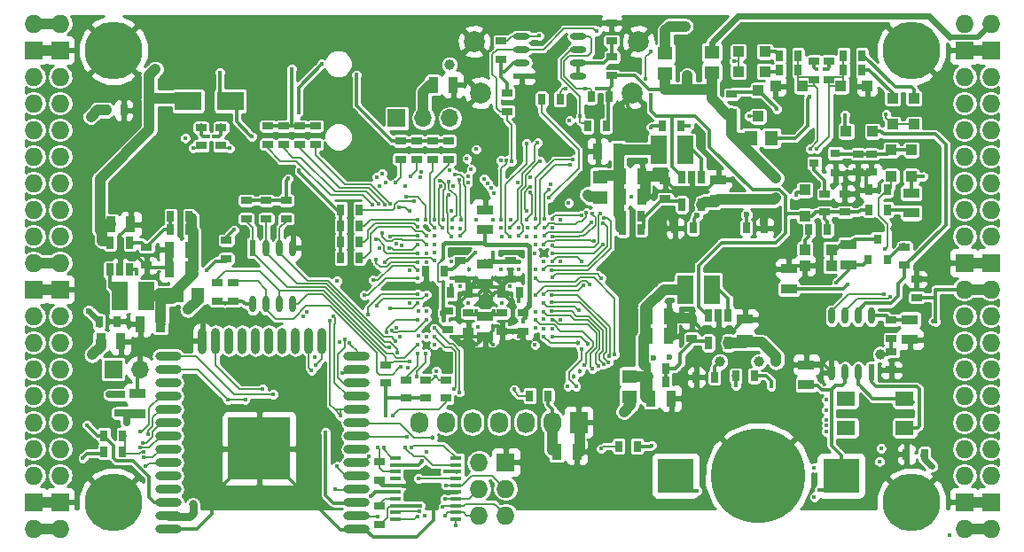
<source format=gbl>
G04 #@! TF.GenerationSoftware,KiCad,Pcbnew,5.0.0-rc2+dfsg1-2*
G04 #@! TF.CreationDate,2018-06-06T20:47:01+02:00*
G04 #@! TF.ProjectId,ulx3s,756C7833732E6B696361645F70636200,rev?*
G04 #@! TF.SameCoordinates,Original*
G04 #@! TF.FileFunction,Copper,L4,Bot,Signal*
G04 #@! TF.FilePolarity,Positive*
%FSLAX46Y46*%
G04 Gerber Fmt 4.6, Leading zero omitted, Abs format (unit mm)*
G04 Created by KiCad (PCBNEW 5.0.0-rc2+dfsg1-2) date Wed Jun  6 20:47:01 2018*
%MOMM*%
%LPD*%
G01*
G04 APERTURE LIST*
G04 #@! TA.AperFunction,ComponentPad*
%ADD10O,1.727200X1.727200*%
G04 #@! TD*
G04 #@! TA.AperFunction,ComponentPad*
%ADD11R,1.727200X1.727200*%
G04 #@! TD*
G04 #@! TA.AperFunction,SMDPad,CuDef*
%ADD12R,0.700000X1.200000*%
G04 #@! TD*
G04 #@! TA.AperFunction,ComponentPad*
%ADD13C,5.500000*%
G04 #@! TD*
G04 #@! TA.AperFunction,SMDPad,CuDef*
%ADD14R,1.000000X0.400000*%
G04 #@! TD*
G04 #@! TA.AperFunction,ComponentPad*
%ADD15R,1.727200X2.032000*%
G04 #@! TD*
G04 #@! TA.AperFunction,ComponentPad*
%ADD16O,1.727200X2.032000*%
G04 #@! TD*
G04 #@! TA.AperFunction,SMDPad,CuDef*
%ADD17R,3.500000X3.300000*%
G04 #@! TD*
G04 #@! %TA.AperFunction,BGAPad,CuDef*
%ADD18C,9.000000*%
G04 #@! TD*
G04 #@! TA.AperFunction,SMDPad,CuDef*
%ADD19R,0.600000X1.550000*%
G04 #@! TD*
G04 #@! TA.AperFunction,SMDPad,CuDef*
%ADD20O,0.600000X1.550000*%
G04 #@! TD*
G04 #@! TA.AperFunction,SMDPad,CuDef*
%ADD21O,2.500000X0.900000*%
G04 #@! TD*
G04 #@! TA.AperFunction,SMDPad,CuDef*
%ADD22O,0.900000X2.500000*%
G04 #@! TD*
G04 #@! TA.AperFunction,SMDPad,CuDef*
%ADD23R,6.000000X6.000000*%
G04 #@! TD*
G04 #@! TA.AperFunction,SMDPad,CuDef*
%ADD24R,1.800000X1.400000*%
G04 #@! TD*
G04 #@! TA.AperFunction,SMDPad,CuDef*
%ADD25R,0.970000X1.500000*%
G04 #@! TD*
G04 #@! TA.AperFunction,SMDPad,CuDef*
%ADD26R,0.670000X1.000000*%
G04 #@! TD*
G04 #@! TA.AperFunction,SMDPad,CuDef*
%ADD27R,1.500000X0.970000*%
G04 #@! TD*
G04 #@! TA.AperFunction,SMDPad,CuDef*
%ADD28R,1.000000X0.670000*%
G04 #@! TD*
G04 #@! TA.AperFunction,ComponentPad*
%ADD29C,2.000000*%
G04 #@! TD*
G04 #@! TA.AperFunction,SMDPad,CuDef*
%ADD30R,1.000000X1.000000*%
G04 #@! TD*
G04 #@! %TA.AperFunction,BGAPad,CuDef*
%ADD31C,0.300000*%
G04 #@! TD*
G04 #@! TA.AperFunction,ComponentPad*
%ADD32R,1.700000X1.700000*%
G04 #@! TD*
G04 #@! TA.AperFunction,ComponentPad*
%ADD33O,1.700000X1.700000*%
G04 #@! TD*
G04 #@! TA.AperFunction,SMDPad,CuDef*
%ADD34R,1.550000X0.600000*%
G04 #@! TD*
G04 #@! TA.AperFunction,SMDPad,CuDef*
%ADD35O,1.550000X0.600000*%
G04 #@! TD*
G04 #@! TA.AperFunction,SMDPad,CuDef*
%ADD36R,1.500000X2.700000*%
G04 #@! TD*
G04 #@! TA.AperFunction,SMDPad,CuDef*
%ADD37R,1.295000X1.400000*%
G04 #@! TD*
G04 #@! TA.AperFunction,SMDPad,CuDef*
%ADD38R,1.400000X1.295000*%
G04 #@! TD*
G04 #@! TA.AperFunction,SMDPad,CuDef*
%ADD39R,2.500000X1.800000*%
G04 #@! TD*
G04 #@! TA.AperFunction,SMDPad,CuDef*
%ADD40R,0.800000X0.900000*%
G04 #@! TD*
G04 #@! TA.AperFunction,SMDPad,CuDef*
%ADD41R,0.900000X0.800000*%
G04 #@! TD*
G04 #@! TA.AperFunction,ViaPad*
%ADD42C,0.400000*%
G04 #@! TD*
G04 #@! TA.AperFunction,ViaPad*
%ADD43C,1.000000*%
G04 #@! TD*
G04 #@! TA.AperFunction,ViaPad*
%ADD44C,0.700000*%
G04 #@! TD*
G04 #@! TA.AperFunction,ViaPad*
%ADD45C,0.454000*%
G04 #@! TD*
G04 #@! TA.AperFunction,ViaPad*
%ADD46C,0.600000*%
G04 #@! TD*
G04 #@! TA.AperFunction,ViaPad*
%ADD47C,0.800000*%
G04 #@! TD*
G04 #@! TA.AperFunction,Conductor*
%ADD48C,0.300000*%
G04 #@! TD*
G04 #@! TA.AperFunction,Conductor*
%ADD49C,0.500000*%
G04 #@! TD*
G04 #@! TA.AperFunction,Conductor*
%ADD50C,1.000000*%
G04 #@! TD*
G04 #@! TA.AperFunction,Conductor*
%ADD51C,0.700000*%
G04 #@! TD*
G04 #@! TA.AperFunction,Conductor*
%ADD52C,0.600000*%
G04 #@! TD*
G04 #@! TA.AperFunction,Conductor*
%ADD53C,0.400000*%
G04 #@! TD*
G04 #@! TA.AperFunction,Conductor*
%ADD54C,0.800000*%
G04 #@! TD*
G04 #@! TA.AperFunction,Conductor*
%ADD55C,0.190000*%
G04 #@! TD*
G04 #@! TA.AperFunction,Conductor*
%ADD56C,0.200000*%
G04 #@! TD*
G04 #@! TA.AperFunction,Conductor*
%ADD57C,1.500000*%
G04 #@! TD*
G04 #@! TA.AperFunction,Conductor*
%ADD58C,0.127000*%
G04 #@! TD*
G04 #@! TA.AperFunction,Conductor*
%ADD59C,0.180000*%
G04 #@! TD*
G04 #@! TA.AperFunction,Conductor*
%ADD60C,1.200000*%
G04 #@! TD*
G04 #@! TA.AperFunction,Conductor*
%ADD61C,0.254000*%
G04 #@! TD*
G04 APERTURE END LIST*
D10*
G04 #@! TO.P,J1,1*
G04 #@! TO.N,2V5_3V3*
X97910000Y-62690000D03*
G04 #@! TO.P,J1,2*
X95370000Y-62690000D03*
D11*
G04 #@! TO.P,J1,3*
G04 #@! TO.N,GND*
X97910000Y-65230000D03*
G04 #@! TO.P,J1,4*
X95370000Y-65230000D03*
D10*
G04 #@! TO.P,J1,5*
G04 #@! TO.N,GN0*
X97910000Y-67770000D03*
G04 #@! TO.P,J1,6*
G04 #@! TO.N,GP0*
X95370000Y-67770000D03*
G04 #@! TO.P,J1,7*
G04 #@! TO.N,GN1*
X97910000Y-70310000D03*
G04 #@! TO.P,J1,8*
G04 #@! TO.N,GP1*
X95370000Y-70310000D03*
G04 #@! TO.P,J1,9*
G04 #@! TO.N,GN2*
X97910000Y-72850000D03*
G04 #@! TO.P,J1,10*
G04 #@! TO.N,GP2*
X95370000Y-72850000D03*
G04 #@! TO.P,J1,11*
G04 #@! TO.N,GN3*
X97910000Y-75390000D03*
G04 #@! TO.P,J1,12*
G04 #@! TO.N,GP3*
X95370000Y-75390000D03*
G04 #@! TO.P,J1,13*
G04 #@! TO.N,GN4*
X97910000Y-77930000D03*
G04 #@! TO.P,J1,14*
G04 #@! TO.N,GP4*
X95370000Y-77930000D03*
G04 #@! TO.P,J1,15*
G04 #@! TO.N,GN5*
X97910000Y-80470000D03*
G04 #@! TO.P,J1,16*
G04 #@! TO.N,GP5*
X95370000Y-80470000D03*
G04 #@! TO.P,J1,17*
G04 #@! TO.N,GN6*
X97910000Y-83010000D03*
G04 #@! TO.P,J1,18*
G04 #@! TO.N,GP6*
X95370000Y-83010000D03*
G04 #@! TO.P,J1,19*
G04 #@! TO.N,2V5_3V3*
X97910000Y-85550000D03*
G04 #@! TO.P,J1,20*
X95370000Y-85550000D03*
D11*
G04 #@! TO.P,J1,21*
G04 #@! TO.N,GND*
X97910000Y-88090000D03*
G04 #@! TO.P,J1,22*
X95370000Y-88090000D03*
D10*
G04 #@! TO.P,J1,23*
G04 #@! TO.N,GN7*
X97910000Y-90630000D03*
G04 #@! TO.P,J1,24*
G04 #@! TO.N,GP7*
X95370000Y-90630000D03*
G04 #@! TO.P,J1,25*
G04 #@! TO.N,GN8*
X97910000Y-93170000D03*
G04 #@! TO.P,J1,26*
G04 #@! TO.N,GP8*
X95370000Y-93170000D03*
G04 #@! TO.P,J1,27*
G04 #@! TO.N,GN9*
X97910000Y-95710000D03*
G04 #@! TO.P,J1,28*
G04 #@! TO.N,GP9*
X95370000Y-95710000D03*
G04 #@! TO.P,J1,29*
G04 #@! TO.N,GN10*
X97910000Y-98250000D03*
G04 #@! TO.P,J1,30*
G04 #@! TO.N,GP10*
X95370000Y-98250000D03*
G04 #@! TO.P,J1,31*
G04 #@! TO.N,GN11*
X97910000Y-100790000D03*
G04 #@! TO.P,J1,32*
G04 #@! TO.N,GP11*
X95370000Y-100790000D03*
G04 #@! TO.P,J1,33*
G04 #@! TO.N,GN12*
X97910000Y-103330000D03*
G04 #@! TO.P,J1,34*
G04 #@! TO.N,GP12*
X95370000Y-103330000D03*
G04 #@! TO.P,J1,35*
G04 #@! TO.N,GN13*
X97910000Y-105870000D03*
G04 #@! TO.P,J1,36*
G04 #@! TO.N,GP13*
X95370000Y-105870000D03*
D11*
G04 #@! TO.P,J1,37*
G04 #@! TO.N,GND*
X97910000Y-108410000D03*
G04 #@! TO.P,J1,38*
X95370000Y-108410000D03*
D10*
G04 #@! TO.P,J1,39*
G04 #@! TO.N,2V5_3V3*
X97910000Y-110950000D03*
G04 #@! TO.P,J1,40*
X95370000Y-110950000D03*
G04 #@! TD*
D12*
G04 #@! TO.P,U3,1*
G04 #@! TO.N,/power/PWREN*
X159825000Y-90600000D03*
G04 #@! TO.P,U3,2*
G04 #@! TO.N,GND*
X160775000Y-90600000D03*
G04 #@! TO.P,U3,3*
G04 #@! TO.N,/power/L1*
X161725000Y-90600000D03*
G04 #@! TO.P,U3,4*
G04 #@! TO.N,+5V*
X161725000Y-93200000D03*
G04 #@! TO.P,U3,5*
G04 #@! TO.N,/power/FB1*
X159825000Y-93200000D03*
G04 #@! TD*
G04 #@! TO.P,U4,1*
G04 #@! TO.N,/power/PWREN*
X104575000Y-86215000D03*
G04 #@! TO.P,U4,2*
G04 #@! TO.N,GND*
X103625000Y-86215000D03*
G04 #@! TO.P,U4,3*
G04 #@! TO.N,/power/L2*
X102675000Y-86215000D03*
G04 #@! TO.P,U4,4*
G04 #@! TO.N,+5V*
X102675000Y-83615000D03*
G04 #@! TO.P,U4,5*
G04 #@! TO.N,/power/FB2*
X104575000Y-83615000D03*
G04 #@! TD*
G04 #@! TO.P,U5,1*
G04 #@! TO.N,/power/PWREN*
X157285000Y-77392000D03*
G04 #@! TO.P,U5,2*
G04 #@! TO.N,GND*
X158235000Y-77392000D03*
G04 #@! TO.P,U5,3*
G04 #@! TO.N,/power/L3*
X159185000Y-77392000D03*
G04 #@! TO.P,U5,4*
G04 #@! TO.N,+5V*
X159185000Y-79992000D03*
G04 #@! TO.P,U5,5*
G04 #@! TO.N,/power/FB3*
X157285000Y-79992000D03*
G04 #@! TD*
D10*
G04 #@! TO.P,J2,1*
G04 #@! TO.N,+3V3*
X184270000Y-110950000D03*
G04 #@! TO.P,J2,2*
X186810000Y-110950000D03*
D11*
G04 #@! TO.P,J2,3*
G04 #@! TO.N,GND*
X184270000Y-108410000D03*
G04 #@! TO.P,J2,4*
X186810000Y-108410000D03*
D10*
G04 #@! TO.P,J2,5*
G04 #@! TO.N,GN14*
X184270000Y-105870000D03*
G04 #@! TO.P,J2,6*
G04 #@! TO.N,GP14*
X186810000Y-105870000D03*
G04 #@! TO.P,J2,7*
G04 #@! TO.N,GN15*
X184270000Y-103330000D03*
G04 #@! TO.P,J2,8*
G04 #@! TO.N,GP15*
X186810000Y-103330000D03*
G04 #@! TO.P,J2,9*
G04 #@! TO.N,GN16*
X184270000Y-100790000D03*
G04 #@! TO.P,J2,10*
G04 #@! TO.N,GP16*
X186810000Y-100790000D03*
G04 #@! TO.P,J2,11*
G04 #@! TO.N,GN17*
X184270000Y-98250000D03*
G04 #@! TO.P,J2,12*
G04 #@! TO.N,GP17*
X186810000Y-98250000D03*
G04 #@! TO.P,J2,13*
G04 #@! TO.N,GN18*
X184270000Y-95710000D03*
G04 #@! TO.P,J2,14*
G04 #@! TO.N,GP18*
X186810000Y-95710000D03*
G04 #@! TO.P,J2,15*
G04 #@! TO.N,GN19*
X184270000Y-93170000D03*
G04 #@! TO.P,J2,16*
G04 #@! TO.N,GP19*
X186810000Y-93170000D03*
G04 #@! TO.P,J2,17*
G04 #@! TO.N,GN20*
X184270000Y-90630000D03*
G04 #@! TO.P,J2,18*
G04 #@! TO.N,GP20*
X186810000Y-90630000D03*
G04 #@! TO.P,J2,19*
G04 #@! TO.N,+3V3*
X184270000Y-88090000D03*
G04 #@! TO.P,J2,20*
X186810000Y-88090000D03*
D11*
G04 #@! TO.P,J2,21*
G04 #@! TO.N,GND*
X184270000Y-85550000D03*
G04 #@! TO.P,J2,22*
X186810000Y-85550000D03*
D10*
G04 #@! TO.P,J2,23*
G04 #@! TO.N,GN21*
X184270000Y-83010000D03*
G04 #@! TO.P,J2,24*
G04 #@! TO.N,GP21*
X186810000Y-83010000D03*
G04 #@! TO.P,J2,25*
G04 #@! TO.N,GN22*
X184270000Y-80470000D03*
G04 #@! TO.P,J2,26*
G04 #@! TO.N,GP22*
X186810000Y-80470000D03*
G04 #@! TO.P,J2,27*
G04 #@! TO.N,GN23*
X184270000Y-77930000D03*
G04 #@! TO.P,J2,28*
G04 #@! TO.N,GP23*
X186810000Y-77930000D03*
G04 #@! TO.P,J2,29*
G04 #@! TO.N,GN24*
X184270000Y-75390000D03*
G04 #@! TO.P,J2,30*
G04 #@! TO.N,GP24*
X186810000Y-75390000D03*
G04 #@! TO.P,J2,31*
G04 #@! TO.N,GN25*
X184270000Y-72850000D03*
G04 #@! TO.P,J2,32*
G04 #@! TO.N,GP25*
X186810000Y-72850000D03*
G04 #@! TO.P,J2,33*
G04 #@! TO.N,GN26*
X184270000Y-70310000D03*
G04 #@! TO.P,J2,34*
G04 #@! TO.N,GP26*
X186810000Y-70310000D03*
G04 #@! TO.P,J2,35*
G04 #@! TO.N,GN27*
X184270000Y-67770000D03*
G04 #@! TO.P,J2,36*
G04 #@! TO.N,GP27*
X186810000Y-67770000D03*
D11*
G04 #@! TO.P,J2,37*
G04 #@! TO.N,GND*
X184270000Y-65230000D03*
G04 #@! TO.P,J2,38*
X186810000Y-65230000D03*
D10*
G04 #@! TO.P,J2,39*
G04 #@! TO.N,/gpio/IN5V*
X184270000Y-62690000D03*
G04 #@! TO.P,J2,40*
G04 #@! TO.N,/gpio/OUT5V*
X186810000Y-62690000D03*
G04 #@! TD*
D13*
G04 #@! TO.P,H1,1*
G04 #@! TO.N,GND*
X102990000Y-108410000D03*
G04 #@! TD*
G04 #@! TO.P,H2,1*
G04 #@! TO.N,GND*
X179190000Y-108410000D03*
G04 #@! TD*
G04 #@! TO.P,H3,1*
G04 #@! TO.N,GND*
X179190000Y-65230000D03*
G04 #@! TD*
G04 #@! TO.P,H4,1*
G04 #@! TO.N,GND*
X102990000Y-65230000D03*
G04 #@! TD*
D14*
G04 #@! TO.P,U6,1*
G04 #@! TO.N,FTDI_nDTR*
X135735000Y-104215000D03*
G04 #@! TO.P,U6,2*
G04 #@! TO.N,FTDI_nRTS*
X135735000Y-104865000D03*
G04 #@! TO.P,U6,3*
G04 #@! TO.N,FT2V5*
X135735000Y-105515000D03*
G04 #@! TO.P,U6,4*
G04 #@! TO.N,FTDI_RXD*
X135735000Y-106165000D03*
G04 #@! TO.P,U6,5*
G04 #@! TO.N,JTAG_TDI*
X135735000Y-106815000D03*
G04 #@! TO.P,U6,6*
G04 #@! TO.N,GND*
X135735000Y-107465000D03*
G04 #@! TO.P,U6,7*
G04 #@! TO.N,JTAG_TCK*
X135735000Y-108115000D03*
G04 #@! TO.P,U6,8*
G04 #@! TO.N,JTAG_TMS*
X135735000Y-108765000D03*
G04 #@! TO.P,U6,9*
G04 #@! TO.N,JTAG_TDO*
X135735000Y-109415000D03*
G04 #@! TO.P,U6,10*
G04 #@! TO.N,FTDI_nTXLED*
X135735000Y-110065000D03*
G04 #@! TO.P,U6,11*
G04 #@! TO.N,USB_FTDI_D+*
X129935000Y-110065000D03*
G04 #@! TO.P,U6,12*
G04 #@! TO.N,USB_FTDI_D-*
X129935000Y-109415000D03*
G04 #@! TO.P,U6,13*
G04 #@! TO.N,FT2V5*
X129935000Y-108765000D03*
G04 #@! TO.P,U6,14*
G04 #@! TO.N,nRESET*
X129935000Y-108115000D03*
G04 #@! TO.P,U6,15*
G04 #@! TO.N,USB5V*
X129935000Y-107465000D03*
G04 #@! TO.P,U6,16*
G04 #@! TO.N,GND*
X129935000Y-106815000D03*
G04 #@! TO.P,U6,17*
G04 #@! TO.N,FTDI_nRXLED*
X129935000Y-106165000D03*
G04 #@! TO.P,U6,18*
G04 #@! TO.N,FTDI_TXDEN*
X129935000Y-105515000D03*
G04 #@! TO.P,U6,19*
G04 #@! TO.N,FTDI_nSLEEP*
X129935000Y-104865000D03*
G04 #@! TO.P,U6,20*
G04 #@! TO.N,FTDI_TXD*
X129935000Y-104215000D03*
G04 #@! TD*
D11*
G04 #@! TO.P,J4,1*
G04 #@! TO.N,GND*
X140455000Y-104600000D03*
D10*
G04 #@! TO.P,J4,2*
G04 #@! TO.N,+3V3*
X137915000Y-104600000D03*
G04 #@! TO.P,J4,3*
G04 #@! TO.N,JTAG_TDI*
X140455000Y-107140000D03*
G04 #@! TO.P,J4,4*
G04 #@! TO.N,JTAG_TCK*
X137915000Y-107140000D03*
G04 #@! TO.P,J4,5*
G04 #@! TO.N,JTAG_TMS*
X140455000Y-109680000D03*
G04 #@! TO.P,J4,6*
G04 #@! TO.N,JTAG_TDO*
X137915000Y-109680000D03*
G04 #@! TD*
D15*
G04 #@! TO.P,OLED1,1*
G04 #@! TO.N,GND*
X147440000Y-100790000D03*
D16*
G04 #@! TO.P,OLED1,2*
G04 #@! TO.N,+3V3*
X144900000Y-100790000D03*
G04 #@! TO.P,OLED1,3*
G04 #@! TO.N,OLED_CLK*
X142360000Y-100790000D03*
G04 #@! TO.P,OLED1,4*
G04 #@! TO.N,OLED_MOSI*
X139820000Y-100790000D03*
G04 #@! TO.P,OLED1,5*
G04 #@! TO.N,OLED_RES*
X137280000Y-100790000D03*
G04 #@! TO.P,OLED1,6*
G04 #@! TO.N,OLED_DC*
X134740000Y-100790000D03*
G04 #@! TO.P,OLED1,7*
G04 #@! TO.N,OLED_CS*
X132200000Y-100790000D03*
G04 #@! TD*
D17*
G04 #@! TO.P,BAT1,1*
G04 #@! TO.N,/power/VBAT*
X172485000Y-105870000D03*
X156685000Y-105870000D03*
D18*
G04 #@! TO.P,BAT1,2*
G04 #@! TO.N,GND*
X164585000Y-105870000D03*
G04 #@! TD*
D19*
G04 #@! TO.P,U7,1*
G04 #@! TO.N,/power/OSCI_32k*
X175395000Y-96015000D03*
D20*
G04 #@! TO.P,U7,2*
G04 #@! TO.N,/power/OSCO_32k*
X174125000Y-96015000D03*
G04 #@! TO.P,U7,3*
G04 #@! TO.N,/power/VBAT*
X172855000Y-96015000D03*
G04 #@! TO.P,U7,4*
G04 #@! TO.N,GND*
X171585000Y-96015000D03*
G04 #@! TO.P,U7,5*
G04 #@! TO.N,FPDI_SDA*
X171585000Y-90615000D03*
G04 #@! TO.P,U7,6*
G04 #@! TO.N,FPDI_SCL*
X172855000Y-90615000D03*
G04 #@! TO.P,U7,7*
G04 #@! TO.N,/power/WAKEUPn*
X174125000Y-90615000D03*
G04 #@! TO.P,U7,8*
G04 #@! TO.N,/power/RTCVDD*
X175395000Y-90615000D03*
G04 #@! TD*
D19*
G04 #@! TO.P,U10,1*
G04 #@! TO.N,/flash/FLASH_nCS*
X116325000Y-84120000D03*
D20*
G04 #@! TO.P,U10,2*
G04 #@! TO.N,/flash/FLASH_MISO*
X117595000Y-84120000D03*
G04 #@! TO.P,U10,3*
G04 #@! TO.N,/flash/FLASH_nWP*
X118865000Y-84120000D03*
G04 #@! TO.P,U10,4*
G04 #@! TO.N,GND*
X120135000Y-84120000D03*
G04 #@! TO.P,U10,5*
G04 #@! TO.N,/flash/FLASH_MOSI*
X120135000Y-89520000D03*
G04 #@! TO.P,U10,6*
G04 #@! TO.N,/flash/FLASH_SCK*
X118865000Y-89520000D03*
G04 #@! TO.P,U10,7*
G04 #@! TO.N,/flash/FLASH_nHOLD*
X117595000Y-89520000D03*
G04 #@! TO.P,U10,8*
G04 #@! TO.N,+3V3*
X116325000Y-89520000D03*
G04 #@! TD*
D21*
G04 #@! TO.P,U9,38*
G04 #@! TO.N,GND*
X126230000Y-111000000D03*
G04 #@! TO.P,U9,37*
G04 #@! TO.N,JTAG_TDI*
X126230000Y-109730000D03*
G04 #@! TO.P,U9,36*
G04 #@! TO.N,PROG_DONE*
X126230000Y-108460000D03*
G04 #@! TO.P,U9,35*
G04 #@! TO.N,WIFI_TXD*
X126230000Y-107190000D03*
G04 #@! TO.P,U9,34*
G04 #@! TO.N,WIFI_RXD*
X126230000Y-105920000D03*
G04 #@! TO.P,U9,33*
G04 #@! TO.N,JTAG_TMS*
X126230000Y-104650000D03*
G04 #@! TO.P,U9,32*
G04 #@! TO.N,Net-(U9-Pad32)*
X126230000Y-103380000D03*
G04 #@! TO.P,U9,31*
G04 #@! TO.N,JTAG_TDO*
X126230000Y-102110000D03*
G04 #@! TO.P,U9,30*
G04 #@! TO.N,JTAG_TCK*
X126230000Y-100840000D03*
G04 #@! TO.P,U9,29*
G04 #@! TO.N,WIFI_GPIO5*
X126230000Y-99570000D03*
G04 #@! TO.P,U9,28*
G04 #@! TO.N,WIFI_GPIO17*
X126230000Y-98300000D03*
G04 #@! TO.P,U9,27*
G04 #@! TO.N,WIFI_GPIO16*
X126230000Y-97030000D03*
G04 #@! TO.P,U9,26*
G04 #@! TO.N,SD_D1*
X126230000Y-95760000D03*
G04 #@! TO.P,U9,25*
G04 #@! TO.N,WIFI_GPIO0*
X126230000Y-94490000D03*
D22*
G04 #@! TO.P,U9,24*
G04 #@! TO.N,SD_D0*
X122945000Y-93000000D03*
G04 #@! TO.P,U9,23*
G04 #@! TO.N,SD_CMD*
X121675000Y-93000000D03*
G04 #@! TO.P,U9,22*
G04 #@! TO.N,Net-(U9-Pad22)*
X120405000Y-93000000D03*
G04 #@! TO.P,U9,21*
G04 #@! TO.N,Net-(U9-Pad21)*
X119135000Y-93000000D03*
G04 #@! TO.P,U9,20*
G04 #@! TO.N,Net-(U9-Pad20)*
X117865000Y-93000000D03*
G04 #@! TO.P,U9,19*
G04 #@! TO.N,Net-(U9-Pad19)*
X116595000Y-93000000D03*
G04 #@! TO.P,U9,18*
G04 #@! TO.N,Net-(U9-Pad18)*
X115325000Y-93000000D03*
G04 #@! TO.P,U9,17*
G04 #@! TO.N,Net-(U9-Pad17)*
X114055000Y-93000000D03*
G04 #@! TO.P,U9,16*
G04 #@! TO.N,SD_D3*
X112785000Y-93000000D03*
G04 #@! TO.P,U9,15*
G04 #@! TO.N,GND*
X111515000Y-93000000D03*
D21*
G04 #@! TO.P,U9,14*
G04 #@! TO.N,SD_D2*
X108230000Y-94490000D03*
G04 #@! TO.P,U9,13*
G04 #@! TO.N,SD_CLK*
X108230000Y-95760000D03*
G04 #@! TO.P,U9,12*
G04 #@! TO.N,Net-(U9-Pad12)*
X108230000Y-97030000D03*
G04 #@! TO.P,U9,11*
G04 #@! TO.N,GN11*
X108230000Y-98300000D03*
G04 #@! TO.P,U9,10*
G04 #@! TO.N,GP11*
X108230000Y-99570000D03*
G04 #@! TO.P,U9,9*
G04 #@! TO.N,GN12*
X108230000Y-100840000D03*
G04 #@! TO.P,U9,8*
G04 #@! TO.N,GP12*
X108230000Y-102110000D03*
G04 #@! TO.P,U9,7*
G04 #@! TO.N,GN13*
X108230000Y-103380000D03*
G04 #@! TO.P,U9,6*
G04 #@! TO.N,GP13*
X108230000Y-104650000D03*
G04 #@! TO.P,U9,5*
G04 #@! TO.N,Net-(U9-Pad5)*
X108230000Y-105920000D03*
G04 #@! TO.P,U9,4*
G04 #@! TO.N,Net-(U9-Pad4)*
X108230000Y-107190000D03*
G04 #@! TO.P,U9,3*
G04 #@! TO.N,/wifi/WIFIEN*
X108230000Y-108460000D03*
G04 #@! TO.P,U9,2*
G04 #@! TO.N,+3V3*
X108230000Y-109730000D03*
G04 #@! TO.P,U9,1*
G04 #@! TO.N,GND*
X108230000Y-111000000D03*
D23*
G04 #@! TO.P,U9,39*
X116930000Y-103300000D03*
G04 #@! TD*
D24*
G04 #@! TO.P,Y2,4*
G04 #@! TO.N,/power/OSCO_32k*
X178576000Y-98522000D03*
G04 #@! TO.P,Y2,3*
G04 #@! TO.N,Net-(Y2-Pad3)*
X172976000Y-98522000D03*
G04 #@! TO.P,Y2,2*
G04 #@! TO.N,Net-(Y2-Pad2)*
X172976000Y-101322000D03*
G04 #@! TO.P,Y2,1*
G04 #@! TO.N,/power/OSCI_32k*
X178576000Y-101322000D03*
G04 #@! TD*
D25*
G04 #@! TO.P,C47,1*
G04 #@! TO.N,2V5_3V3*
X133546000Y-68550000D03*
G04 #@! TO.P,C47,2*
G04 #@! TO.N,GND*
X135456000Y-68550000D03*
G04 #@! TD*
G04 #@! TO.P,C1,1*
G04 #@! TO.N,+5V*
X102748500Y-81885000D03*
G04 #@! TO.P,C1,2*
G04 #@! TO.N,GND*
X104658500Y-81885000D03*
G04 #@! TD*
D26*
G04 #@! TO.P,C2,1*
G04 #@! TO.N,/power/P1V1*
X153985000Y-96910000D03*
G04 #@! TO.P,C2,2*
G04 #@! TO.N,/power/FB1*
X155735000Y-96910000D03*
G04 #@! TD*
D25*
G04 #@! TO.P,C3,2*
G04 #@! TO.N,GND*
X156015000Y-90630000D03*
G04 #@! TO.P,C3,1*
G04 #@! TO.N,/power/P1V1*
X154105000Y-90630000D03*
G04 #@! TD*
G04 #@! TO.P,C4,1*
G04 #@! TO.N,/power/P1V1*
X154105000Y-92535000D03*
G04 #@! TO.P,C4,2*
G04 #@! TO.N,GND*
X156015000Y-92535000D03*
G04 #@! TD*
D27*
G04 #@! TO.P,C5,2*
G04 #@! TO.N,GND*
X163315000Y-90945000D03*
G04 #@! TO.P,C5,1*
G04 #@! TO.N,+5V*
X163315000Y-92855000D03*
G04 #@! TD*
D26*
G04 #@! TO.P,C6,1*
G04 #@! TO.N,/power/P3V3*
X151645000Y-82375000D03*
G04 #@! TO.P,C6,2*
G04 #@! TO.N,/power/FB3*
X153395000Y-82375000D03*
G04 #@! TD*
D25*
G04 #@! TO.P,C7,2*
G04 #@! TO.N,GND*
X153475000Y-79200000D03*
G04 #@! TO.P,C7,1*
G04 #@! TO.N,/power/P3V3*
X151565000Y-79200000D03*
G04 #@! TD*
G04 #@! TO.P,C8,2*
G04 #@! TO.N,GND*
X153475000Y-77295000D03*
G04 #@! TO.P,C8,1*
G04 #@! TO.N,/power/P3V3*
X151565000Y-77295000D03*
G04 #@! TD*
D27*
G04 #@! TO.P,C9,1*
G04 #@! TO.N,+5V*
X160775000Y-79520000D03*
G04 #@! TO.P,C9,2*
G04 #@! TO.N,GND*
X160775000Y-77610000D03*
G04 #@! TD*
D26*
G04 #@! TO.P,C10,2*
G04 #@! TO.N,/power/FB2*
X108465000Y-81105000D03*
G04 #@! TO.P,C10,1*
G04 #@! TO.N,/power/P2V5*
X110215000Y-81105000D03*
G04 #@! TD*
D25*
G04 #@! TO.P,C11,2*
G04 #@! TO.N,GND*
X108385000Y-84280000D03*
G04 #@! TO.P,C11,1*
G04 #@! TO.N,/power/P2V5*
X110295000Y-84280000D03*
G04 #@! TD*
G04 #@! TO.P,C12,1*
G04 #@! TO.N,/power/P2V5*
X110295000Y-86185000D03*
G04 #@! TO.P,C12,2*
G04 #@! TO.N,GND*
X108385000Y-86185000D03*
G04 #@! TD*
D27*
G04 #@! TO.P,C13,2*
G04 #@! TO.N,/power/WKUP*
X173221000Y-83833000D03*
G04 #@! TO.P,C13,1*
G04 #@! TO.N,+5V*
X173221000Y-85743000D03*
G04 #@! TD*
D28*
G04 #@! TO.P,C14,2*
G04 #@! TO.N,GND*
X175380000Y-76900000D03*
G04 #@! TO.P,C14,1*
G04 #@! TO.N,/power/SHUT*
X175380000Y-75150000D03*
G04 #@! TD*
D27*
G04 #@! TO.P,C15,1*
G04 #@! TO.N,/sdcard/SD3V3*
X105276000Y-99967000D03*
G04 #@! TO.P,C15,2*
G04 #@! TO.N,GND*
X105276000Y-98057000D03*
G04 #@! TD*
G04 #@! TO.P,C16,1*
G04 #@! TO.N,+3V3*
X167506000Y-88029000D03*
G04 #@! TO.P,C16,2*
G04 #@! TO.N,GND*
X167506000Y-86119000D03*
G04 #@! TD*
G04 #@! TO.P,C17,1*
G04 #@! TO.N,+1V1*
X138500000Y-90665000D03*
G04 #@! TO.P,C17,2*
G04 #@! TO.N,GND*
X138500000Y-92575000D03*
G04 #@! TD*
D28*
G04 #@! TO.P,C18,1*
G04 #@! TO.N,/gpdi/VREF2*
X150589600Y-64359000D03*
G04 #@! TO.P,C18,2*
G04 #@! TO.N,GND*
X150589600Y-62609000D03*
G04 #@! TD*
D27*
G04 #@! TO.P,C19,1*
G04 #@! TO.N,+2V5*
X138500000Y-82375000D03*
G04 #@! TO.P,C19,2*
G04 #@! TO.N,GND*
X138500000Y-80465000D03*
G04 #@! TD*
G04 #@! TO.P,C20,2*
G04 #@! TO.N,GND*
X138500000Y-87575000D03*
G04 #@! TO.P,C20,1*
G04 #@! TO.N,+3V3*
X138500000Y-85665000D03*
G04 #@! TD*
D25*
G04 #@! TO.P,C21,2*
G04 #@! TO.N,GND*
X103706000Y-93061000D03*
G04 #@! TO.P,C21,1*
G04 #@! TO.N,+3V3*
X101796000Y-93061000D03*
G04 #@! TD*
G04 #@! TO.P,C22,1*
G04 #@! TO.N,/power/P1V1*
X154359000Y-98504000D03*
G04 #@! TO.P,C22,2*
G04 #@! TO.N,GND*
X156269000Y-98504000D03*
G04 #@! TD*
G04 #@! TO.P,C23,2*
G04 #@! TO.N,GND*
X105591000Y-91392000D03*
G04 #@! TO.P,C23,1*
G04 #@! TO.N,/power/P2V5*
X107501000Y-91392000D03*
G04 #@! TD*
G04 #@! TO.P,C24,1*
G04 #@! TO.N,/power/P3V3*
X151189000Y-74882000D03*
G04 #@! TO.P,C24,2*
G04 #@! TO.N,GND*
X149279000Y-74882000D03*
G04 #@! TD*
D28*
G04 #@! TO.P,C25,2*
G04 #@! TO.N,GND*
X140900000Y-87095000D03*
G04 #@! TO.P,C25,1*
G04 #@! TO.N,+3V3*
X140900000Y-85345000D03*
G04 #@! TD*
G04 #@! TO.P,C26,2*
G04 #@! TO.N,GND*
X136100000Y-87095000D03*
G04 #@! TO.P,C26,1*
G04 #@! TO.N,2V5_3V3*
X136100000Y-85345000D03*
G04 #@! TD*
G04 #@! TO.P,C27,2*
G04 #@! TO.N,GND*
X136900000Y-92095000D03*
G04 #@! TO.P,C27,1*
G04 #@! TO.N,+1V1*
X136900000Y-90345000D03*
G04 #@! TD*
G04 #@! TO.P,C28,1*
G04 #@! TO.N,+1V1*
X140100000Y-90345000D03*
G04 #@! TO.P,C28,2*
G04 #@! TO.N,GND*
X140100000Y-92095000D03*
G04 #@! TD*
G04 #@! TO.P,C29,2*
G04 #@! TO.N,GND*
X142100000Y-92095000D03*
G04 #@! TO.P,C29,1*
G04 #@! TO.N,+2V5*
X142100000Y-90345000D03*
G04 #@! TD*
G04 #@! TO.P,C30,1*
G04 #@! TO.N,+2V5*
X134900000Y-90145000D03*
G04 #@! TO.P,C30,2*
G04 #@! TO.N,GND*
X134900000Y-91895000D03*
G04 #@! TD*
D26*
G04 #@! TO.P,C31,1*
G04 #@! TO.N,+3V3*
X135225000Y-88420000D03*
G04 #@! TO.P,C31,2*
G04 #@! TO.N,GND*
X136975000Y-88420000D03*
G04 #@! TD*
G04 #@! TO.P,C32,2*
G04 #@! TO.N,GND*
X140025000Y-88420000D03*
G04 #@! TO.P,C32,1*
G04 #@! TO.N,+3V3*
X141775000Y-88420000D03*
G04 #@! TD*
G04 #@! TO.P,C33,1*
G04 #@! TO.N,+3V3*
X163425000Y-82220000D03*
G04 #@! TO.P,C33,2*
G04 #@! TO.N,GND*
X165175000Y-82220000D03*
G04 #@! TD*
G04 #@! TO.P,C34,1*
G04 #@! TO.N,+3V3*
X158375000Y-82220000D03*
G04 #@! TO.P,C34,2*
G04 #@! TO.N,GND*
X156625000Y-82220000D03*
G04 #@! TD*
D28*
G04 #@! TO.P,C35,1*
G04 #@! TO.N,+3V3*
X177300000Y-94025000D03*
G04 #@! TO.P,C35,2*
G04 #@! TO.N,GND*
X177300000Y-95775000D03*
G04 #@! TD*
D25*
G04 #@! TO.P,C46,1*
G04 #@! TO.N,+3V3*
X145342000Y-103584000D03*
G04 #@! TO.P,C46,2*
G04 #@! TO.N,GND*
X147252000Y-103584000D03*
G04 #@! TD*
D26*
G04 #@! TO.P,C48,2*
G04 #@! TO.N,GND*
X103995000Y-70963000D03*
G04 #@! TO.P,C48,1*
G04 #@! TO.N,2V5_3V3*
X102245000Y-70963000D03*
G04 #@! TD*
G04 #@! TO.P,C49,2*
G04 #@! TO.N,GND*
X103372000Y-91156000D03*
G04 #@! TO.P,C49,1*
G04 #@! TO.N,2V5_3V3*
X101622000Y-91156000D03*
G04 #@! TD*
D28*
G04 #@! TO.P,C50,1*
G04 #@! TO.N,+3V3*
X179713000Y-88856000D03*
G04 #@! TO.P,C50,2*
G04 #@! TO.N,GND*
X179713000Y-87106000D03*
G04 #@! TD*
D26*
G04 #@! TO.P,C51,1*
G04 #@! TO.N,+3V3*
X180473000Y-103856000D03*
G04 #@! TO.P,C51,2*
G04 #@! TO.N,GND*
X178723000Y-103856000D03*
G04 #@! TD*
G04 #@! TO.P,C52,2*
G04 #@! TO.N,GND*
X158645000Y-96490000D03*
G04 #@! TO.P,C52,1*
G04 #@! TO.N,+3V3*
X160395000Y-96490000D03*
G04 #@! TD*
G04 #@! TO.P,C53,2*
G04 #@! TO.N,GND*
X132827200Y-86330000D03*
G04 #@! TO.P,C53,1*
G04 #@! TO.N,2V5_3V3*
X134577200Y-86330000D03*
G04 #@! TD*
D27*
G04 #@! TO.P,C54,2*
G04 #@! TO.N,GND*
X169172000Y-95281000D03*
G04 #@! TO.P,C54,1*
G04 #@! TO.N,/power/VBAT*
X169172000Y-97191000D03*
G04 #@! TD*
G04 #@! TO.P,D11,1*
G04 #@! TO.N,/power/HOLD*
X179190000Y-80790000D03*
G04 #@! TO.P,D11,2*
G04 #@! TO.N,+3V3*
X179190000Y-78880000D03*
G04 #@! TD*
D29*
G04 #@! TO.P,GPDI1,0*
G04 #@! TO.N,GND*
X152546000Y-69312000D03*
X138046000Y-69312000D03*
X153146000Y-64412000D03*
X137446000Y-64412000D03*
G04 #@! TD*
D30*
G04 #@! TO.P,D10,1*
G04 #@! TO.N,/power/WAKE*
X169050000Y-84280000D03*
G04 #@! TO.P,D10,2*
G04 #@! TO.N,/power/WKUP*
X171550000Y-84280000D03*
G04 #@! TD*
G04 #@! TO.P,D12,2*
G04 #@! TO.N,/power/FTDI_nSUSPEND*
X169030000Y-78585000D03*
G04 #@! TO.P,D12,1*
G04 #@! TO.N,/power/PWREN*
X169030000Y-81085000D03*
G04 #@! TD*
G04 #@! TO.P,D13,1*
G04 #@! TO.N,/power/WKUP*
X171550000Y-85804000D03*
G04 #@! TO.P,D13,2*
G04 #@! TO.N,GND*
X169050000Y-85804000D03*
G04 #@! TD*
G04 #@! TO.P,D14,2*
G04 #@! TO.N,/power/SHUT*
X179190000Y-74775000D03*
G04 #@! TO.P,D14,1*
G04 #@! TO.N,+3V3*
X179190000Y-77275000D03*
G04 #@! TD*
G04 #@! TO.P,D15,2*
G04 #@! TO.N,SHUTDOWN*
X177285000Y-77275000D03*
G04 #@! TO.P,D15,1*
G04 #@! TO.N,/power/SHUT*
X177285000Y-74775000D03*
G04 #@! TD*
G04 #@! TO.P,D16,1*
G04 #@! TO.N,/power/PWRBTn*
X172987000Y-72977000D03*
G04 #@! TO.P,D16,2*
G04 #@! TO.N,/power/WAKEUPn*
X175487000Y-72977000D03*
G04 #@! TD*
G04 #@! TO.P,D17,1*
G04 #@! TO.N,/power/PWRBTn*
X164585000Y-69060000D03*
G04 #@! TO.P,D17,2*
G04 #@! TO.N,BTN_PWRn*
X164585000Y-71560000D03*
G04 #@! TD*
G04 #@! TO.P,D20,1*
G04 #@! TO.N,USB_FPGA_D+*
X168756000Y-68659000D03*
G04 #@! TO.P,D20,2*
G04 #@! TO.N,GND*
X166256000Y-68659000D03*
G04 #@! TD*
G04 #@! TO.P,D21,2*
G04 #@! TO.N,GND*
X174979000Y-68659000D03*
G04 #@! TO.P,D21,1*
G04 #@! TO.N,USB_FPGA_D-*
X172479000Y-68659000D03*
G04 #@! TD*
G04 #@! TO.P,D23,2*
G04 #@! TO.N,Net-(D23-Pad2)*
X165200000Y-67262000D03*
G04 #@! TO.P,D23,1*
G04 #@! TO.N,USB_FPGA_PULL_D+*
X162700000Y-67262000D03*
G04 #@! TD*
G04 #@! TO.P,D24,2*
G04 #@! TO.N,USB_FPGA_PULL_D+*
X162700000Y-65357000D03*
G04 #@! TO.P,D24,1*
G04 #@! TO.N,Net-(D24-Pad1)*
X165200000Y-65357000D03*
G04 #@! TD*
G04 #@! TO.P,D25,1*
G04 #@! TO.N,USB_FPGA_PULL_D-*
X177412000Y-72322000D03*
G04 #@! TO.P,D25,2*
G04 #@! TO.N,Net-(D25-Pad2)*
X177412000Y-69822000D03*
G04 #@! TD*
G04 #@! TO.P,D26,1*
G04 #@! TO.N,Net-(D26-Pad1)*
X179444000Y-69822000D03*
G04 #@! TO.P,D26,2*
G04 #@! TO.N,USB_FPGA_PULL_D-*
X179444000Y-72322000D03*
G04 #@! TD*
D31*
G04 #@! TO.P,AE1,1*
G04 #@! TO.N,/usb/ANT_433MHz*
X182888000Y-111603000D03*
G04 #@! TD*
D28*
G04 #@! TO.P,R49,1*
G04 #@! TO.N,USB_FTDI_D-*
X113277000Y-74360000D03*
G04 #@! TO.P,R49,2*
G04 #@! TO.N,/usb/FTD-*
X113277000Y-72610000D03*
G04 #@! TD*
G04 #@! TO.P,R50,2*
G04 #@! TO.N,/usb/FTD+*
X111372000Y-72610000D03*
G04 #@! TO.P,R50,1*
G04 #@! TO.N,USB_FTDI_D+*
X111372000Y-74360000D03*
G04 #@! TD*
D26*
G04 #@! TO.P,R51,2*
G04 #@! TO.N,/blinkey/SWPU*
X155455000Y-72487000D03*
G04 #@! TO.P,R51,1*
G04 #@! TO.N,2V5_3V3*
X157205000Y-72487000D03*
G04 #@! TD*
D28*
G04 #@! TO.P,R52,2*
G04 #@! TO.N,/usb/FPD-*
X171331000Y-66278000D03*
G04 #@! TO.P,R52,1*
G04 #@! TO.N,USB_FPGA_D-*
X171331000Y-68028000D03*
G04 #@! TD*
G04 #@! TO.P,R53,1*
G04 #@! TO.N,USB_FPGA_D+*
X169919000Y-68028000D03*
G04 #@! TO.P,R53,2*
G04 #@! TO.N,/usb/FPD+*
X169919000Y-66278000D03*
G04 #@! TD*
D26*
G04 #@! TO.P,R54,2*
G04 #@! TO.N,Net-(D26-Pad1)*
X174477000Y-65738000D03*
G04 #@! TO.P,R54,1*
G04 #@! TO.N,USB_FPGA_D-*
X172727000Y-65738000D03*
G04 #@! TD*
D28*
G04 #@! TO.P,R56,1*
G04 #@! TO.N,GND*
X128390000Y-106321000D03*
G04 #@! TO.P,R56,2*
G04 #@! TO.N,FTDI_TXDEN*
X128390000Y-104571000D03*
G04 #@! TD*
G04 #@! TO.P,R57,2*
G04 #@! TO.N,/analog/AUDIO_V*
X117722000Y-72483000D03*
G04 #@! TO.P,R57,1*
G04 #@! TO.N,AUDIO_V0*
X117722000Y-74233000D03*
G04 #@! TD*
G04 #@! TO.P,R58,1*
G04 #@! TO.N,AUDIO_V1*
X119246000Y-74233000D03*
G04 #@! TO.P,R58,2*
G04 #@! TO.N,/analog/AUDIO_V*
X119246000Y-72483000D03*
G04 #@! TD*
G04 #@! TO.P,R59,2*
G04 #@! TO.N,/analog/AUDIO_V*
X120770000Y-72483000D03*
G04 #@! TO.P,R59,1*
G04 #@! TO.N,AUDIO_V2*
X120770000Y-74233000D03*
G04 #@! TD*
G04 #@! TO.P,R60,1*
G04 #@! TO.N,AUDIO_V3*
X122294000Y-74233000D03*
G04 #@! TO.P,R60,2*
G04 #@! TO.N,/analog/AUDIO_V*
X122294000Y-72483000D03*
G04 #@! TD*
D26*
G04 #@! TO.P,R61,1*
G04 #@! TO.N,GPDI_CEC*
X145655000Y-69900000D03*
G04 #@! TO.P,R61,2*
G04 #@! TO.N,/gpdi/FPDI_CEC*
X143905000Y-69900000D03*
G04 #@! TD*
D32*
G04 #@! TO.P,J3,1*
G04 #@! TO.N,/wifi/WIFIEN*
X102990000Y-95710000D03*
D33*
G04 #@! TO.P,J3,2*
G04 #@! TO.N,GND*
X105530000Y-95710000D03*
G04 #@! TD*
D32*
G04 #@! TO.P,J5,1*
G04 #@! TO.N,+2V5*
X130056000Y-71725000D03*
D33*
G04 #@! TO.P,J5,2*
G04 #@! TO.N,2V5_3V3*
X132596000Y-71725000D03*
G04 #@! TO.P,J5,3*
G04 #@! TO.N,+3V3*
X135136000Y-71725000D03*
G04 #@! TD*
D26*
G04 #@! TO.P,R40,1*
G04 #@! TO.N,Net-(D24-Pad1)*
X166631000Y-65738000D03*
G04 #@! TO.P,R40,2*
G04 #@! TO.N,USB_FPGA_D+*
X168381000Y-65738000D03*
G04 #@! TD*
D28*
G04 #@! TO.P,R55,1*
G04 #@! TO.N,/flash/FPGA_DONE*
X134740000Y-96740000D03*
G04 #@! TO.P,R55,2*
G04 #@! TO.N,PROG_DONE*
X134740000Y-98490000D03*
G04 #@! TD*
D34*
G04 #@! TO.P,U11,1*
G04 #@! TO.N,GND*
X141980000Y-67706500D03*
D35*
G04 #@! TO.P,U11,2*
G04 #@! TO.N,+3V3*
X141980000Y-66436500D03*
G04 #@! TO.P,U11,3*
G04 #@! TO.N,FPDI_SCL*
X141980000Y-65166500D03*
G04 #@! TO.P,U11,4*
G04 #@! TO.N,FPDI_SDA*
X141980000Y-63896500D03*
G04 #@! TO.P,U11,5*
G04 #@! TO.N,GPDI_SDA*
X147380000Y-63896500D03*
G04 #@! TO.P,U11,6*
G04 #@! TO.N,GPDI_SCL*
X147380000Y-65166500D03*
G04 #@! TO.P,U11,7*
G04 #@! TO.N,/gpdi/VREF2*
X147380000Y-66436500D03*
G04 #@! TO.P,U11,8*
X147380000Y-67706500D03*
G04 #@! TD*
D27*
G04 #@! TO.P,C55,1*
G04 #@! TO.N,/power/RTCVDD*
X179078000Y-90963000D03*
G04 #@! TO.P,C55,2*
G04 #@! TO.N,GND*
X179078000Y-92873000D03*
G04 #@! TD*
D28*
G04 #@! TO.P,R65,1*
G04 #@! TO.N,+3V3*
X177300000Y-92793000D03*
G04 #@! TO.P,R65,2*
G04 #@! TO.N,/power/RTCVDD*
X177300000Y-91043000D03*
G04 #@! TD*
D36*
G04 #@! TO.P,L1,1*
G04 #@! TO.N,/power/L1*
X160140000Y-88090000D03*
G04 #@! TO.P,L1,2*
G04 #@! TO.N,/power/P1V1*
X157600000Y-88090000D03*
G04 #@! TD*
G04 #@! TO.P,L2,1*
G04 #@! TO.N,/power/L2*
X103625000Y-88725000D03*
G04 #@! TO.P,L2,2*
G04 #@! TO.N,/power/P2V5*
X106165000Y-88725000D03*
G04 #@! TD*
G04 #@! TO.P,L3,2*
G04 #@! TO.N,/power/P3V3*
X155060000Y-74755000D03*
G04 #@! TO.P,L3,1*
G04 #@! TO.N,/power/L3*
X157600000Y-74755000D03*
G04 #@! TD*
D26*
G04 #@! TO.P,R1,2*
G04 #@! TO.N,/power/PWREN*
X171175000Y-82375000D03*
G04 #@! TO.P,R1,1*
G04 #@! TO.N,/power/WAKE*
X169425000Y-82375000D03*
G04 #@! TD*
D28*
G04 #@! TO.P,R2,2*
G04 #@! TO.N,GND*
X172840000Y-78960000D03*
G04 #@! TO.P,R2,1*
G04 #@! TO.N,/power/PWREN*
X172840000Y-80710000D03*
G04 #@! TD*
G04 #@! TO.P,R3,1*
G04 #@! TO.N,+5V*
X162045000Y-71185000D03*
G04 #@! TO.P,R3,2*
G04 #@! TO.N,/power/PWRBTn*
X162045000Y-69435000D03*
G04 #@! TD*
D26*
G04 #@! TO.P,R4,1*
G04 #@! TO.N,/power/HOLD*
X176890000Y-80470000D03*
G04 #@! TO.P,R4,2*
G04 #@! TO.N,/power/PWREN*
X175140000Y-80470000D03*
G04 #@! TD*
D28*
G04 #@! TO.P,R5,1*
G04 #@! TO.N,/power/SHUT*
X174110000Y-75150000D03*
G04 #@! TO.P,R5,2*
G04 #@! TO.N,GND*
X174110000Y-76900000D03*
G04 #@! TD*
G04 #@! TO.P,R6,2*
G04 #@! TO.N,/power/WAKEUPn*
X178555000Y-85790000D03*
G04 #@! TO.P,R6,1*
G04 #@! TO.N,/power/WKn*
X178555000Y-84040000D03*
G04 #@! TD*
G04 #@! TO.P,R7,2*
G04 #@! TO.N,/blinkey/BTNPUL*
X113785000Y-85155000D03*
G04 #@! TO.P,R7,1*
G04 #@! TO.N,+3V3*
X113785000Y-83405000D03*
G04 #@! TD*
G04 #@! TO.P,R8,1*
G04 #@! TO.N,/power/PWREN*
X170935000Y-80710000D03*
G04 #@! TO.P,R8,2*
G04 #@! TO.N,/power/SHD*
X170935000Y-78960000D03*
G04 #@! TD*
G04 #@! TO.P,R9,2*
G04 #@! TO.N,FT2V5*
X128390000Y-110555000D03*
G04 #@! TO.P,R9,1*
G04 #@! TO.N,nRESET*
X128390000Y-108805000D03*
G04 #@! TD*
D26*
G04 #@! TO.P,R10,2*
G04 #@! TO.N,FTDI_nSLEEP*
X151264000Y-103076000D03*
G04 #@! TO.P,R10,1*
G04 #@! TO.N,/power/FTDI_nSUSPEND*
X153014000Y-103076000D03*
G04 #@! TD*
D28*
G04 #@! TO.P,R11,2*
G04 #@! TO.N,/flash/FLASH_nWP*
X119500000Y-81345000D03*
G04 #@! TO.P,R11,1*
G04 #@! TO.N,+3V3*
X119500000Y-79595000D03*
G04 #@! TD*
G04 #@! TO.P,R12,1*
G04 #@! TO.N,+3V3*
X114420000Y-89219000D03*
G04 #@! TO.P,R12,2*
G04 #@! TO.N,/flash/FLASH_nHOLD*
X114420000Y-87469000D03*
G04 #@! TD*
D26*
G04 #@! TO.P,R13,2*
G04 #@! TO.N,GND*
X175140000Y-78565000D03*
G04 #@! TO.P,R13,1*
G04 #@! TO.N,SHUTDOWN*
X176890000Y-78565000D03*
G04 #@! TD*
G04 #@! TO.P,R14,2*
G04 #@! TO.N,/analog/AUDIO_L*
X124721000Y-85060000D03*
G04 #@! TO.P,R14,1*
G04 #@! TO.N,AUDIO_L0*
X126471000Y-85060000D03*
G04 #@! TD*
G04 #@! TO.P,R15,1*
G04 #@! TO.N,AUDIO_L1*
X126471000Y-83536000D03*
G04 #@! TO.P,R15,2*
G04 #@! TO.N,/analog/AUDIO_L*
X124721000Y-83536000D03*
G04 #@! TD*
G04 #@! TO.P,R16,2*
G04 #@! TO.N,/analog/AUDIO_L*
X124721000Y-82012000D03*
G04 #@! TO.P,R16,1*
G04 #@! TO.N,AUDIO_L2*
X126471000Y-82012000D03*
G04 #@! TD*
G04 #@! TO.P,R17,1*
G04 #@! TO.N,AUDIO_L3*
X126471000Y-80470000D03*
G04 #@! TO.P,R17,2*
G04 #@! TO.N,/analog/AUDIO_L*
X124721000Y-80470000D03*
G04 #@! TD*
D28*
G04 #@! TO.P,R18,2*
G04 #@! TO.N,/analog/AUDIO_R*
X130422000Y-73898000D03*
G04 #@! TO.P,R18,1*
G04 #@! TO.N,AUDIO_R0*
X130422000Y-75648000D03*
G04 #@! TD*
G04 #@! TO.P,R19,2*
G04 #@! TO.N,/analog/AUDIO_R*
X131961000Y-73898000D03*
G04 #@! TO.P,R19,1*
G04 #@! TO.N,AUDIO_R1*
X131961000Y-75648000D03*
G04 #@! TD*
G04 #@! TO.P,R20,2*
G04 #@! TO.N,/analog/AUDIO_R*
X133485000Y-73898000D03*
G04 #@! TO.P,R20,1*
G04 #@! TO.N,AUDIO_R2*
X133485000Y-75648000D03*
G04 #@! TD*
G04 #@! TO.P,R21,1*
G04 #@! TO.N,AUDIO_R3*
X135009000Y-75648000D03*
G04 #@! TO.P,R21,2*
G04 #@! TO.N,/analog/AUDIO_R*
X135009000Y-73898000D03*
G04 #@! TD*
G04 #@! TO.P,R22,1*
G04 #@! TO.N,+3V3*
X140025500Y-66105000D03*
G04 #@! TO.P,R22,2*
G04 #@! TO.N,FPDI_SDA*
X140025500Y-64355000D03*
G04 #@! TD*
G04 #@! TO.P,R23,2*
G04 #@! TO.N,FPDI_SCL*
X140597000Y-71076000D03*
G04 #@! TO.P,R23,1*
G04 #@! TO.N,+3V3*
X140597000Y-69326000D03*
G04 #@! TD*
G04 #@! TO.P,R24,1*
G04 #@! TO.N,+5V*
X150615000Y-67647000D03*
G04 #@! TO.P,R24,2*
G04 #@! TO.N,/gpdi/VREF2*
X150615000Y-65897000D03*
G04 #@! TD*
D26*
G04 #@! TO.P,R25,2*
G04 #@! TO.N,GPDI_SCL*
X148300000Y-72487000D03*
G04 #@! TO.P,R25,1*
G04 #@! TO.N,+5V*
X150050000Y-72487000D03*
G04 #@! TD*
G04 #@! TO.P,R26,1*
G04 #@! TO.N,+5V*
X150362000Y-69693000D03*
G04 #@! TO.P,R26,2*
G04 #@! TO.N,GPDI_SDA*
X148612000Y-69693000D03*
G04 #@! TD*
D28*
G04 #@! TO.P,R27,2*
G04 #@! TO.N,/flash/FLASH_MOSI*
X129025000Y-95300000D03*
G04 #@! TO.P,R27,1*
G04 #@! TO.N,+3V3*
X129025000Y-97050000D03*
G04 #@! TD*
G04 #@! TO.P,R28,1*
G04 #@! TO.N,+3V3*
X117595000Y-79595000D03*
G04 #@! TO.P,R28,2*
G04 #@! TO.N,/flash/FLASH_MISO*
X117595000Y-81345000D03*
G04 #@! TD*
G04 #@! TO.P,R29,1*
G04 #@! TO.N,+3V3*
X112896000Y-89219000D03*
G04 #@! TO.P,R29,2*
G04 #@! TO.N,/flash/FLASH_SCK*
X112896000Y-87469000D03*
G04 #@! TD*
G04 #@! TO.P,R30,1*
G04 #@! TO.N,+3V3*
X115690000Y-79595000D03*
G04 #@! TO.P,R30,2*
G04 #@! TO.N,/flash/FLASH_nCS*
X115690000Y-81345000D03*
G04 #@! TD*
D26*
G04 #@! TO.P,R31,2*
G04 #@! TO.N,/flash/FPGA_PROGRAMN*
X142755000Y-98250000D03*
G04 #@! TO.P,R31,1*
G04 #@! TO.N,+3V3*
X144505000Y-98250000D03*
G04 #@! TD*
D28*
G04 #@! TO.P,R32,1*
G04 #@! TO.N,+3V3*
X132835000Y-98490000D03*
G04 #@! TO.P,R32,2*
G04 #@! TO.N,/flash/FPGA_DONE*
X132835000Y-96740000D03*
G04 #@! TD*
G04 #@! TO.P,R33,2*
G04 #@! TO.N,/flash/FPGA_INITN*
X130930000Y-96740000D03*
G04 #@! TO.P,R33,1*
G04 #@! TO.N,+3V3*
X130930000Y-98490000D03*
G04 #@! TD*
D26*
G04 #@! TO.P,R34,1*
G04 #@! TO.N,+3V3*
X102115000Y-103600000D03*
G04 #@! TO.P,R34,2*
G04 #@! TO.N,WIFI_EN*
X103865000Y-103600000D03*
G04 #@! TD*
G04 #@! TO.P,R35,2*
G04 #@! TO.N,/wifi/WIFIEN*
X102115000Y-102060000D03*
G04 #@! TO.P,R35,1*
G04 #@! TO.N,WIFI_EN*
X103865000Y-102060000D03*
G04 #@! TD*
D28*
G04 #@! TO.P,R38,1*
G04 #@! TO.N,/sdcard/SD3V3*
X103576500Y-99905000D03*
G04 #@! TO.P,R38,2*
G04 #@! TO.N,+3V3*
X103576500Y-98155000D03*
G04 #@! TD*
D26*
G04 #@! TO.P,R39,1*
G04 #@! TO.N,+3V3*
X164190000Y-96345000D03*
G04 #@! TO.P,R39,2*
G04 #@! TO.N,/blinkey/BTNPUR*
X162440000Y-96345000D03*
G04 #@! TD*
G04 #@! TO.P,R63,2*
G04 #@! TO.N,USB_FPGA_D+*
X168381000Y-67135000D03*
G04 #@! TO.P,R63,1*
G04 #@! TO.N,Net-(D23-Pad2)*
X166631000Y-67135000D03*
G04 #@! TD*
G04 #@! TO.P,R64,1*
G04 #@! TO.N,Net-(D25-Pad2)*
X174475000Y-67120000D03*
G04 #@! TO.P,R64,2*
G04 #@! TO.N,USB_FPGA_D-*
X172725000Y-67120000D03*
G04 #@! TD*
G04 #@! TO.P,RA1,1*
G04 #@! TO.N,/power/P1V1*
X153985000Y-95640000D03*
G04 #@! TO.P,RA1,2*
G04 #@! TO.N,/power/FB1*
X155735000Y-95640000D03*
G04 #@! TD*
G04 #@! TO.P,RA2,1*
G04 #@! TO.N,/power/P2V5*
X110215000Y-82375000D03*
G04 #@! TO.P,RA2,2*
G04 #@! TO.N,/power/FB2*
X108465000Y-82375000D03*
G04 #@! TD*
G04 #@! TO.P,RA3,1*
G04 #@! TO.N,/power/P3V3*
X151645000Y-81105000D03*
G04 #@! TO.P,RA3,2*
G04 #@! TO.N,/power/FB3*
X153395000Y-81105000D03*
G04 #@! TD*
D28*
G04 #@! TO.P,RB1,2*
G04 #@! TO.N,/power/FB1*
X158235000Y-92775000D03*
G04 #@! TO.P,RB1,1*
G04 #@! TO.N,GND*
X158235000Y-91025000D03*
G04 #@! TD*
G04 #@! TO.P,RB2,1*
G04 #@! TO.N,GND*
X106165000Y-85790000D03*
G04 #@! TO.P,RB2,2*
G04 #@! TO.N,/power/FB2*
X106165000Y-84040000D03*
G04 #@! TD*
G04 #@! TO.P,RB3,2*
G04 #@! TO.N,/power/FB3*
X155695000Y-79440000D03*
G04 #@! TO.P,RB3,1*
G04 #@! TO.N,GND*
X155695000Y-77690000D03*
G04 #@! TD*
D37*
G04 #@! TO.P,RD9,1*
G04 #@! TO.N,/usb/US2VBUS*
X165821500Y-73630000D03*
G04 #@! TO.P,RD9,2*
G04 #@! TO.N,+5V*
X163886500Y-73630000D03*
G04 #@! TD*
D38*
G04 #@! TO.P,RD51,2*
G04 #@! TO.N,/gpio/IN5V*
X155710000Y-65550500D03*
G04 #@! TO.P,RD51,1*
G04 #@! TO.N,+5V*
X155710000Y-67485500D03*
G04 #@! TD*
G04 #@! TO.P,RD52,2*
G04 #@! TO.N,+5V*
X160155000Y-67358500D03*
G04 #@! TO.P,RD52,1*
G04 #@! TO.N,/gpio/OUT5V*
X160155000Y-65423500D03*
G04 #@! TD*
G04 #@! TO.P,RP1,1*
G04 #@! TO.N,/power/P1V1*
X152281000Y-96393500D03*
G04 #@! TO.P,RP1,2*
G04 #@! TO.N,+1V1*
X152281000Y-98328500D03*
G04 #@! TD*
D37*
G04 #@! TO.P,RP2,2*
G04 #@! TO.N,+2V5*
X111069500Y-88598000D03*
G04 #@! TO.P,RP2,1*
G04 #@! TO.N,/power/P2V5*
X109134500Y-88598000D03*
G04 #@! TD*
D38*
G04 #@! TO.P,RP3,1*
G04 #@! TO.N,/power/P3V3*
X149472000Y-77343500D03*
G04 #@! TO.P,RP3,2*
G04 #@! TO.N,+3V3*
X149472000Y-79278500D03*
G04 #@! TD*
D39*
G04 #@! TO.P,D8,1*
G04 #@! TO.N,+5V*
X110149000Y-70074000D03*
G04 #@! TO.P,D8,2*
G04 #@! TO.N,USB5V*
X114149000Y-70074000D03*
G04 #@! TD*
D40*
G04 #@! TO.P,Q1,3*
G04 #@! TO.N,/power/WKUP*
X176015000Y-83280000D03*
G04 #@! TO.P,Q1,2*
G04 #@! TO.N,+5V*
X175065000Y-85280000D03*
G04 #@! TO.P,Q1,1*
G04 #@! TO.N,/power/WKn*
X176965000Y-85280000D03*
G04 #@! TD*
D41*
G04 #@! TO.P,Q2,1*
G04 #@! TO.N,/power/SHUT*
X171935000Y-75075000D03*
G04 #@! TO.P,Q2,2*
G04 #@! TO.N,GND*
X171935000Y-76975000D03*
G04 #@! TO.P,Q2,3*
G04 #@! TO.N,/power/SHD*
X169935000Y-76025000D03*
G04 #@! TD*
D42*
G04 #@! TO.N,*
X124632693Y-93120351D03*
D43*
G04 #@! TO.N,GND*
X175649000Y-63343000D03*
D44*
X112784000Y-102840000D03*
D42*
X141742847Y-69038361D03*
X152408000Y-72169500D03*
X138480000Y-92600000D03*
X140080000Y-92600000D03*
X135280000Y-87000000D03*
X145687392Y-90996646D03*
D45*
X141675979Y-86986521D03*
D42*
X140876932Y-84552536D03*
X132882184Y-84635369D03*
X132879996Y-82103336D03*
X140922639Y-81447441D03*
X177287984Y-96778661D03*
D46*
X152510125Y-81695229D03*
D42*
X131264297Y-86227110D03*
X173856000Y-71538990D03*
D43*
X164947008Y-63194069D03*
D42*
X135342764Y-89381630D03*
X144103496Y-84660400D03*
D43*
X177658444Y-82281349D03*
D42*
X145680000Y-81405125D03*
X145691238Y-94166752D03*
D43*
X162956098Y-95078488D03*
X158539988Y-94868772D03*
D46*
X161075765Y-80992022D03*
X164882869Y-80938986D03*
X156262773Y-81349374D03*
X123437000Y-108972000D03*
D42*
X135281276Y-80583119D03*
X131279502Y-89407325D03*
X170309539Y-85441529D03*
X145672808Y-85396062D03*
X133216000Y-107465000D03*
X137680000Y-88600000D03*
X142480000Y-95000000D03*
X141680000Y-92600000D03*
X135284627Y-94985297D03*
X135288625Y-94225619D03*
X134455822Y-94267172D03*
X136095958Y-93369652D03*
D45*
X139264636Y-91615205D03*
D43*
X116880503Y-64802940D03*
X106974809Y-64953974D03*
D42*
X140874194Y-91433353D03*
X142480000Y-94200000D03*
X140880000Y-93400000D03*
X139280000Y-93400000D03*
X137680000Y-93400000D03*
X136880000Y-92600000D03*
X135280000Y-92600000D03*
X132880000Y-91800000D03*
X132880000Y-93400000D03*
D45*
X139280000Y-87000000D03*
X137680000Y-87000000D03*
X136080000Y-84600000D03*
X139280000Y-88600000D03*
D42*
G04 #@! TO.N,+5V*
X149169500Y-68867500D03*
D43*
X166275426Y-77459534D03*
X107021491Y-67043629D03*
D42*
X172047074Y-87438453D03*
D43*
X166255545Y-79350736D03*
X157807568Y-67669269D03*
X101707889Y-82423180D03*
X166284693Y-95025145D03*
G04 #@! TO.N,/gpio/IN5V*
X157600000Y-62944000D03*
D42*
G04 #@! TO.N,+3V3*
X119692151Y-77494120D03*
X135263000Y-87727000D03*
X141740000Y-89250994D03*
D46*
X156091000Y-94585000D03*
D42*
X140032430Y-67286930D03*
X137803000Y-91664000D03*
D46*
X181155918Y-104980708D03*
D42*
X171089123Y-98665996D03*
X171089123Y-99619659D03*
D43*
X135105588Y-66616618D03*
D42*
X181491000Y-91156000D03*
X113660608Y-89375718D03*
D43*
X148268387Y-79050018D03*
D42*
X114513935Y-82409431D03*
X109840000Y-73620000D03*
X132110753Y-92527478D03*
X165803369Y-97344883D03*
D43*
X160905403Y-95006436D03*
D46*
X158731133Y-81048929D03*
X154593901Y-94607945D03*
D43*
X164625730Y-94982471D03*
D46*
X163462982Y-80942429D03*
D43*
X176254940Y-94288458D03*
D47*
X110593913Y-108636458D03*
D42*
X180340784Y-77316932D03*
X173137949Y-87594275D03*
X129005202Y-100174798D03*
X176305593Y-103279812D03*
X100080000Y-104200000D03*
X139272517Y-84611349D03*
X141680000Y-86200000D03*
X132880000Y-92600000D03*
X141680000Y-85400000D03*
D44*
X102624000Y-98141000D03*
D43*
X100973000Y-94331000D03*
D42*
G04 #@! TO.N,BTN_F1*
X121494155Y-90235621D03*
X130019546Y-91732979D03*
G04 #@! TO.N,BTN_F2*
X121166000Y-90648000D03*
X130384540Y-92584728D03*
G04 #@! TO.N,BTN_R*
X146394787Y-97333919D03*
X143300000Y-86220000D03*
G04 #@! TO.N,BTN_U*
X144891603Y-91881937D03*
X147175985Y-97333919D03*
X147700000Y-93820000D03*
G04 #@! TO.N,+2V5*
X142107219Y-91201016D03*
D43*
X110128890Y-90028152D03*
D42*
X142480000Y-83800000D03*
X134480000Y-83800000D03*
X134480000Y-91000000D03*
G04 #@! TO.N,/power/PWREN*
X154313000Y-69502500D03*
X120664983Y-71227362D03*
X122926177Y-66532317D03*
X105245010Y-86595559D03*
G04 #@! TO.N,/power/VBAT*
X170411010Y-107286196D03*
X158716651Y-107325176D03*
G04 #@! TO.N,JTAG_TDI*
X128216338Y-109813327D03*
X136050273Y-97914229D03*
X132708000Y-109680000D03*
X134750646Y-106810513D03*
X133680000Y-91800000D03*
G04 #@! TO.N,JTAG_TCK*
X135517000Y-97633000D03*
X134675868Y-108131585D03*
D45*
X133449289Y-102232615D03*
D42*
X133680000Y-92600000D03*
G04 #@! TO.N,JTAG_TMS*
X132928488Y-103601340D03*
X127419091Y-104077728D03*
X133685482Y-93402296D03*
X134463998Y-108841973D03*
G04 #@! TO.N,JTAG_TDO*
X131986331Y-96404793D03*
X131039072Y-102187000D03*
X134636872Y-109719950D03*
X132846234Y-94197073D03*
G04 #@! TO.N,SHUTDOWN*
X176700000Y-84220000D03*
X143260000Y-84620000D03*
G04 #@! TO.N,/analog/AUDIO_L*
X120739932Y-76694083D03*
G04 #@! TO.N,/analog/AUDIO_R*
X126204504Y-67585368D03*
G04 #@! TO.N,GPDI_SDA*
X148090000Y-68867500D03*
G04 #@! TO.N,GPDI_SCL*
X147582000Y-71534498D03*
G04 #@! TO.N,SD_CMD*
X121928000Y-95855000D03*
G04 #@! TO.N,SD_CLK*
X115593957Y-98664957D03*
X113927000Y-98649000D03*
G04 #@! TO.N,SD_D0*
X122309000Y-95347000D03*
X127810351Y-87182069D03*
X132083026Y-86260405D03*
G04 #@! TO.N,SD_D1*
X122203636Y-94585375D03*
X124849021Y-96102869D03*
G04 #@! TO.N,USB5V*
X113157250Y-67343629D03*
X116198000Y-73474420D03*
X127586603Y-107875044D03*
G04 #@! TO.N,GPDI_CEC*
X146233418Y-68946082D03*
G04 #@! TO.N,FTDI_nDTR*
X131453853Y-103208291D03*
G04 #@! TO.N,SDRAM_D15*
X149787294Y-81774991D03*
X144080000Y-86200000D03*
G04 #@! TO.N,SDRAM_A6*
X149553145Y-86989440D03*
X144894316Y-86977564D03*
G04 #@! TO.N,SDRAM_D13*
X144896700Y-83863953D03*
X149527221Y-80838006D03*
D45*
G04 #@! TO.N,SDRAM_D6*
X147343891Y-93217126D03*
D42*
X144113248Y-92588762D03*
G04 #@! TO.N,SDRAM_D14*
X149853189Y-81252115D03*
X144875155Y-86292748D03*
G04 #@! TO.N,SDRAM_D12*
X144916886Y-83019942D03*
X148696112Y-80861847D03*
D45*
G04 #@! TO.N,SDRAM_D5*
X148349010Y-93322307D03*
D42*
X144882352Y-92577990D03*
G04 #@! TO.N,SDRAM_D4*
X144902941Y-91037926D03*
X148747982Y-95669626D03*
G04 #@! TO.N,SDRAM_D3*
X144867244Y-90193915D03*
X149795895Y-95251084D03*
G04 #@! TO.N,SDRAM_D2*
X144856756Y-89349904D03*
X150278898Y-95040253D03*
G04 #@! TO.N,SDRAM_D1*
X150345974Y-94517527D03*
X144877648Y-88622010D03*
G04 #@! TO.N,SDRAM_D0*
X150889207Y-94332565D03*
X143280000Y-87000000D03*
G04 #@! TO.N,/flash/FLASH_nWP*
X129972715Y-93035096D03*
X131084713Y-95564177D03*
G04 #@! TO.N,/flash/FLASH_nHOLD*
X130422000Y-95456000D03*
G04 #@! TO.N,/flash/FLASH_MOSI*
X131316164Y-94959140D03*
G04 #@! TO.N,/flash/FLASH_MISO*
X130123373Y-94122671D03*
G04 #@! TO.N,/flash/FLASH_SCK*
X132031990Y-93400000D03*
G04 #@! TO.N,/flash/FLASH_nCS*
X129362027Y-93645784D03*
G04 #@! TO.N,/flash/FPGA_PROGRAMN*
X141280657Y-97642010D03*
X133852393Y-95875797D03*
G04 #@! TO.N,/flash/FPGA_DONE*
X133762848Y-96395146D03*
G04 #@! TO.N,/flash/FPGA_INITN*
X132080000Y-94200000D03*
G04 #@! TO.N,WIFI_EN*
X128452683Y-84116867D03*
X105890482Y-103613569D03*
G04 #@! TO.N,FTDI_nRTS*
X129449238Y-89937935D03*
X130839477Y-103208987D03*
X132075624Y-89410644D03*
G04 #@! TO.N,FTDI_TXD*
X128806823Y-103185900D03*
G04 #@! TO.N,FTDI_RXD*
X128136791Y-89611518D03*
X132162861Y-106185868D03*
X132880000Y-88600000D03*
G04 #@! TO.N,WIFI_RXD*
X126970181Y-88659309D03*
X124322162Y-105002357D03*
X132080000Y-87000000D03*
G04 #@! TO.N,WIFI_GPIO0*
X125525099Y-93236764D03*
G04 #@! TO.N,WIFI_TXD*
X124202418Y-107207639D03*
G04 #@! TO.N,USB_FTDI_D+*
X110599084Y-74589383D03*
X132024412Y-109766775D03*
G04 #@! TO.N,USB_FTDI_D-*
X114104080Y-74612196D03*
X132219727Y-109277292D03*
G04 #@! TO.N,SD_D3*
X117229000Y-97633008D03*
G04 #@! TO.N,AUDIO_L3*
X131677570Y-79697994D03*
G04 #@! TO.N,AUDIO_L2*
X132088008Y-81408008D03*
G04 #@! TO.N,AUDIO_L1*
X132079995Y-82103334D03*
G04 #@! TO.N,AUDIO_L0*
X132872609Y-82947347D03*
G04 #@! TO.N,AUDIO_R3*
X133664491Y-81414685D03*
G04 #@! TO.N,AUDIO_R2*
X133648389Y-82190597D03*
G04 #@! TO.N,AUDIO_R1*
X131353451Y-77264702D03*
G04 #@! TO.N,AUDIO_R0*
X129920953Y-77910818D03*
G04 #@! TO.N,OLED_CLK*
X129568570Y-92005655D03*
X132880000Y-91000000D03*
G04 #@! TO.N,OLED_MOSI*
X129055731Y-92162718D03*
X132077338Y-91002010D03*
G04 #@! TO.N,LED0*
X131265176Y-80621782D03*
X130272149Y-80238214D03*
G04 #@! TO.N,LED7*
X128091794Y-85277024D03*
X132089786Y-85479378D03*
G04 #@! TO.N,BTN_PWRn*
X146565997Y-71979003D03*
X134250176Y-78253806D03*
X163703220Y-71542164D03*
X134433979Y-82180155D03*
G04 #@! TO.N,FTDI_nTXLED*
X135656559Y-110610712D03*
G04 #@! TO.N,FTDI_nSLEEP*
X149577281Y-103320847D03*
X132468001Y-104503413D03*
D44*
G04 #@! TO.N,/sdcard/SD3V3*
X104260000Y-100790000D03*
D42*
G04 #@! TO.N,SD_D2*
X118245000Y-98141000D03*
G04 #@! TO.N,/blinkey/BTNPUL*
X111895217Y-86253790D03*
G04 #@! TO.N,/blinkey/BTNPUR*
X162441000Y-97270000D03*
X169934000Y-107920000D03*
X169934000Y-105126000D03*
G04 #@! TO.N,USB_FPGA_D+*
X169553000Y-74646000D03*
X142571021Y-82204353D03*
X143287402Y-83042010D03*
G04 #@! TO.N,/power/FTDI_nSUSPEND*
X154425580Y-102987766D03*
X168166438Y-79108038D03*
G04 #@! TO.N,/usb/FTD-*
X112614274Y-73474420D03*
G04 #@! TO.N,/usb/FTD+*
X112074854Y-73474420D03*
G04 #@! TO.N,ADC_MISO*
X176185734Y-104520755D03*
X143269694Y-93414905D03*
G04 #@! TO.N,ADC_MOSI*
X171089123Y-101653244D03*
X143280000Y-91800000D03*
G04 #@! TO.N,ADC_CSn*
X171089123Y-101086833D03*
X144064831Y-91877646D03*
G04 #@! TO.N,ADC_SCLK*
X171089123Y-100559822D03*
X144080000Y-90956495D03*
G04 #@! TO.N,SW3*
X135315381Y-82193851D03*
X135414395Y-78229653D03*
G04 #@! TO.N,SW2*
X135129679Y-76730134D03*
X136124555Y-82260038D03*
G04 #@! TO.N,SW1*
X135587699Y-77140701D03*
X136080000Y-83000000D03*
G04 #@! TO.N,USB_FPGA_D-*
X170188000Y-74646000D03*
X142785835Y-77341923D03*
X142460000Y-83020000D03*
X143280000Y-83800000D03*
G04 #@! TO.N,/usb/FPD+*
X170188000Y-67026000D03*
G04 #@! TO.N,/usb/FPD-*
X170950000Y-67026000D03*
G04 #@! TO.N,WIFI_GPIO16*
X125110333Y-92897638D03*
G04 #@! TO.N,/usb/ANT_433MHz*
X182888000Y-111603000D03*
X124361185Y-87274371D03*
X124361184Y-87274370D03*
G04 #@! TO.N,/power/PWRBTn*
X172853718Y-71407275D03*
X166353476Y-70835462D03*
G04 #@! TO.N,PROG_DONE*
X123273881Y-101715917D03*
X129660000Y-100155000D03*
G04 #@! TO.N,FTDI_TXDEN*
X128247798Y-103208979D03*
X127301115Y-90454353D03*
X132084049Y-88558274D03*
G04 #@! TO.N,/analog/AUDIO_V*
X120008000Y-67008000D03*
G04 #@! TO.N,AUDIO_V3*
X129437600Y-79946788D03*
X133680000Y-83000000D03*
G04 #@! TO.N,AUDIO_V2*
X128908575Y-79985477D03*
X133680000Y-83800000D03*
G04 #@! TO.N,AUDIO_V1*
X128328791Y-79953099D03*
X130487935Y-83869856D03*
G04 #@! TO.N,AUDIO_V0*
X133623139Y-85366416D03*
X127749884Y-79991140D03*
X128913013Y-85505853D03*
X129992018Y-83691508D03*
G04 #@! TO.N,+1V1*
X136080000Y-87800000D03*
X137624890Y-90122896D03*
X139322319Y-90164039D03*
X140080000Y-89400000D03*
X136880000Y-89400000D03*
X140896226Y-87816226D03*
D45*
X136938110Y-86196311D03*
D42*
X140014602Y-86192969D03*
D43*
X151758000Y-99774000D03*
D42*
G04 #@! TO.N,SW4*
X135021320Y-79024950D03*
X135280000Y-83022010D03*
G04 #@! TO.N,/blinkey/SWPU*
X154298000Y-72596000D03*
G04 #@! TO.N,/wifi/WIFIEN*
X100450000Y-101044000D03*
G04 #@! TO.N,FT2V5*
X132285867Y-108754446D03*
X134707351Y-105508447D03*
G04 #@! TO.N,GN0*
X139280000Y-81400000D03*
G04 #@! TO.N,GP0*
X139314656Y-78918689D03*
G04 #@! TO.N,GN1*
X139039938Y-78419090D03*
G04 #@! TO.N,GP1*
X138722927Y-77981589D03*
G04 #@! TO.N,GN2*
X138405916Y-77551542D03*
G04 #@! TO.N,GP2*
X137625200Y-74696800D03*
G04 #@! TO.N,GN3*
X137680000Y-81400000D03*
G04 #@! TO.N,GP3*
X136742593Y-75579407D03*
G04 #@! TO.N,GN4*
X137174375Y-76624866D03*
G04 #@! TO.N,GP4*
X136863200Y-77287600D03*
G04 #@! TO.N,GN5*
X136894606Y-77861070D03*
G04 #@! TO.N,GP5*
X136048819Y-77645502D03*
X136233339Y-81437235D03*
G04 #@! TO.N,GN6*
X135359567Y-81395445D03*
X135034780Y-77831198D03*
G04 #@! TO.N,GP6*
X134508502Y-81406751D03*
X134177298Y-77721089D03*
D45*
G04 #@! TO.N,GN14*
X146942280Y-96452058D03*
G04 #@! TO.N,GP14*
X147534467Y-95913260D03*
D42*
G04 #@! TO.N,GN15*
X147928857Y-95339016D03*
X143322010Y-91000657D03*
G04 #@! TO.N,GP15*
X149284391Y-95377990D03*
X144077013Y-90266968D03*
G04 #@! TO.N,GN16*
X147430953Y-90112484D03*
X144076240Y-89395301D03*
G04 #@! TO.N,GP16*
X143322010Y-90201951D03*
G04 #@! TO.N,GN17*
X147910791Y-87683418D03*
X144082832Y-88584510D03*
G04 #@! TO.N,GP17*
X148483539Y-87623462D03*
X143322010Y-88595030D03*
G04 #@! TO.N,GN18*
X144102010Y-85397219D03*
G04 #@! TO.N,GP18*
X144889349Y-85448737D03*
X147687390Y-85374093D03*
G04 #@! TO.N,GN19*
X144912409Y-84657964D03*
X149732494Y-83807694D03*
G04 #@! TO.N,GP19*
X148921512Y-83442010D03*
X144103186Y-83777990D03*
G04 #@! TO.N,GN20*
X144131413Y-83000000D03*
X148610661Y-81705858D03*
G04 #@! TO.N,GP20*
X144888125Y-82175931D03*
G04 #@! TO.N,GN21*
X144176662Y-82199998D03*
X148175253Y-80781550D03*
G04 #@! TO.N,GP21*
X144887777Y-81331919D03*
X147688311Y-80983115D03*
G04 #@! TO.N,GN22*
X142450323Y-81420000D03*
X142811300Y-78846033D03*
G04 #@! TO.N,GP22*
X142784407Y-78283067D03*
X142460000Y-80620000D03*
G04 #@! TO.N,GN23*
X144138346Y-81383767D03*
X144606344Y-78517346D03*
G04 #@! TO.N,GP23*
X144791531Y-78023942D03*
G04 #@! TO.N,GN24*
X146587441Y-76174058D03*
X143332651Y-82197990D03*
G04 #@! TO.N,GP24*
X146909804Y-75707894D03*
X143294334Y-81377293D03*
G04 #@! TO.N,GN25*
X143708879Y-75817300D03*
X141727010Y-82998875D03*
G04 #@! TO.N,GP25*
X141727010Y-82194937D03*
G04 #@! TO.N,GN26*
X140028978Y-82200000D03*
G04 #@! TO.N,GP26*
X141624813Y-77914503D03*
G04 #@! TO.N,GN27*
X142436989Y-74138000D03*
X140861329Y-83041266D03*
G04 #@! TO.N,GP27*
X143518000Y-74074500D03*
X140872990Y-82177164D03*
G04 #@! TO.N,GN7*
X132309031Y-77342560D03*
G04 #@! TO.N,GP7*
X132428734Y-76829323D03*
G04 #@! TO.N,GN8*
X128644933Y-77015661D03*
G04 #@! TO.N,GP8*
X128152012Y-77332672D03*
G04 #@! TO.N,GN9*
X128446805Y-78179514D03*
G04 #@! TO.N,GP9*
X128961752Y-77878818D03*
G04 #@! TO.N,GN10*
X130878594Y-78253288D03*
G04 #@! TO.N,GP10*
X132820479Y-81400981D03*
X130952639Y-79249008D03*
G04 #@! TO.N,GN11*
X129458086Y-83004065D03*
X132079024Y-82947345D03*
X105572759Y-101661319D03*
G04 #@! TO.N,GP11*
X132881746Y-83791358D03*
X128691780Y-82737217D03*
X106276126Y-101893466D03*
G04 #@! TO.N,GN12*
X105840996Y-102767214D03*
X129302562Y-84153497D03*
X132083682Y-83791356D03*
G04 #@! TO.N,GP12*
X128062071Y-83328884D03*
X105553144Y-103208669D03*
X132092886Y-84635367D03*
G04 #@! TO.N,GN13*
X105847765Y-104138847D03*
X133671942Y-84595200D03*
G04 #@! TO.N,GP13*
X132896883Y-85469380D03*
X106088753Y-104974041D03*
G04 #@! TO.N,WIFI_GPIO5*
X123709657Y-91064721D03*
X124707442Y-100126977D03*
X132900000Y-90180000D03*
G04 #@! TO.N,WIFI_GPIO17*
X124015020Y-90635192D03*
X132100000Y-90157990D03*
G04 #@! TO.N,USB_FPGA_PULL_D+*
X139992737Y-75748003D03*
X162271466Y-66284958D03*
G04 #@! TO.N,USB_FPGA_PULL_D-*
X140028978Y-81400000D03*
X140517734Y-75793988D03*
X176797084Y-71341791D03*
G04 #@! TO.N,FPDI_SDA*
X154313000Y-65375000D03*
X153805000Y-67996270D03*
X176605426Y-88507160D03*
X152497066Y-79193467D03*
X146481406Y-79819384D03*
X143650666Y-63862520D03*
G04 #@! TO.N,FPDI_SCL*
X177211069Y-88764025D03*
X141042112Y-75846610D03*
X140060000Y-83020000D03*
X149134122Y-63424051D03*
G04 #@! TO.N,/gpdi/FPDI_CEC*
X144606344Y-79361357D03*
G04 #@! TO.N,2V5_3V3*
X157996000Y-72487000D03*
D43*
X100855891Y-71574861D03*
D42*
X135280000Y-85400000D03*
D46*
X100652119Y-90162239D03*
D42*
X137550785Y-84577294D03*
X135280000Y-86200000D03*
G04 #@! TO.N,/usb/US2VBUS*
X169517039Y-69686488D03*
G04 #@! TD*
D48*
G04 #@! TO.N,GND*
X175500069Y-63194069D02*
X175649000Y-63343000D01*
X164947008Y-63194069D02*
X175500069Y-63194069D01*
X152154000Y-69704000D02*
X152154000Y-70610213D01*
X152154000Y-70610213D02*
X152408000Y-70864213D01*
X152408000Y-70864213D02*
X152408000Y-72169500D01*
X152903398Y-83282000D02*
X152510125Y-82888727D01*
X154588000Y-83282000D02*
X152903398Y-83282000D01*
X152510125Y-82888727D02*
X152510125Y-82119493D01*
X155650000Y-82220000D02*
X154588000Y-83282000D01*
X156262773Y-81349374D02*
X156262773Y-81932773D01*
X156550000Y-82220000D02*
X155650000Y-82220000D01*
X156262773Y-81932773D02*
X156550000Y-82220000D01*
X152510125Y-82119493D02*
X152510125Y-81695229D01*
X169172000Y-95193500D02*
X170763500Y-95193500D01*
X170763500Y-95193500D02*
X171585000Y-96015000D01*
D49*
X136188509Y-87050148D02*
X136609374Y-87050148D01*
X136609374Y-87050148D02*
X136850000Y-87290774D01*
X136850000Y-87290774D02*
X136850000Y-88027041D01*
D48*
X135280000Y-87000000D02*
X136070000Y-87000000D01*
X136070000Y-87000000D02*
X136100000Y-86970000D01*
X141662500Y-87000000D02*
X141675979Y-86986521D01*
X139280000Y-87000000D02*
X141662500Y-87000000D01*
X141354953Y-86986521D02*
X141675979Y-86986521D01*
X140773938Y-86994997D02*
X140782414Y-86986521D01*
X140782414Y-86986521D02*
X141354953Y-86986521D01*
X133680000Y-91000000D02*
X132880000Y-91800000D01*
X134450000Y-91770000D02*
X133680000Y-91000000D01*
X134900000Y-91770000D02*
X134450000Y-91770000D01*
X177300000Y-95850000D02*
X177300000Y-96766645D01*
X177300000Y-96766645D02*
X177287984Y-96778661D01*
X139163860Y-75537864D02*
X137472985Y-77228739D01*
X139163860Y-73733860D02*
X139163860Y-75537864D01*
X137472985Y-77228739D02*
X137472985Y-78092985D01*
X137680000Y-71550000D02*
X137680000Y-72250000D01*
X137680000Y-72250000D02*
X139163860Y-73733860D01*
X138500000Y-79120000D02*
X138500000Y-80170000D01*
X137472985Y-78092985D02*
X138500000Y-79120000D01*
X105276000Y-97762000D02*
X105276000Y-95964000D01*
X105276000Y-95964000D02*
X105530000Y-95710000D01*
X138500000Y-87870000D02*
X137137029Y-87870000D01*
X137137029Y-87870000D02*
X136979988Y-88027041D01*
X136979988Y-88027041D02*
X136850000Y-88027041D01*
X140150000Y-88420000D02*
X140150000Y-87836000D01*
X140150000Y-87836000D02*
X140150000Y-87618935D01*
X138500000Y-87870000D02*
X140116000Y-87870000D01*
X140116000Y-87870000D02*
X140150000Y-87836000D01*
X139280000Y-88600000D02*
X139230000Y-88600000D01*
X139230000Y-88600000D02*
X138500000Y-87870000D01*
X137680000Y-88600000D02*
X137770000Y-88600000D01*
X137770000Y-88600000D02*
X138500000Y-87870000D01*
D50*
X147547000Y-103584000D02*
X147547000Y-100897000D01*
D48*
X147547000Y-100897000D02*
X147440000Y-100790000D01*
X164882869Y-80938986D02*
X164882869Y-81852869D01*
X164882869Y-81852869D02*
X165250000Y-82220000D01*
X139264636Y-91615205D02*
X139745205Y-91615205D01*
X139745205Y-91615205D02*
X140100000Y-91970000D01*
D49*
X140150000Y-88420000D02*
X140150000Y-87606614D01*
X140150000Y-87606614D02*
X139543386Y-87000000D01*
D48*
X139543386Y-87000000D02*
X139280000Y-87000000D01*
D49*
X140150000Y-87618935D02*
X140773938Y-86994997D01*
D48*
X137680000Y-87000000D02*
X137680000Y-87050000D01*
X137680000Y-87050000D02*
X138500000Y-87870000D01*
X139280000Y-87000000D02*
X139280000Y-87090000D01*
X139280000Y-87090000D02*
X138500000Y-87870000D01*
X140150000Y-88420000D02*
X141150000Y-89420000D01*
X140150000Y-88420000D02*
X139460000Y-88420000D01*
X139460000Y-88420000D02*
X139280000Y-88600000D01*
X137680000Y-87000000D02*
X137680000Y-87298789D01*
D49*
X137680000Y-87298789D02*
X136850000Y-88128789D01*
D48*
X136850000Y-88128789D02*
X136850000Y-88420000D01*
X136110990Y-86995403D02*
X136110990Y-87288031D01*
X136850000Y-88027041D02*
X136850000Y-88420000D01*
X136110990Y-86995403D02*
X137675403Y-86995403D01*
X137675403Y-86995403D02*
X137680000Y-87000000D01*
X135850000Y-90220000D02*
X135850000Y-89545000D01*
X135850000Y-89545000D02*
X136795000Y-88600000D01*
X136795000Y-88600000D02*
X137397158Y-88600000D01*
X137397158Y-88600000D02*
X137680000Y-88600000D01*
X133415999Y-107664999D02*
X133216000Y-107465000D01*
X133612013Y-107861013D02*
X133415999Y-107664999D01*
X131991648Y-111780338D02*
X133612013Y-110159973D01*
X127810434Y-111780338D02*
X131991648Y-111780338D01*
X133612013Y-110159973D02*
X133612013Y-107861013D01*
X127060434Y-111030338D02*
X127810434Y-111780338D01*
X126260434Y-111030338D02*
X127060434Y-111030338D01*
D50*
X184270000Y-108410000D02*
X186810000Y-108410000D01*
X184270000Y-85550000D02*
X186810000Y-85550000D01*
X184270000Y-65230000D02*
X186810000Y-65230000D01*
X95370000Y-65230000D02*
X97910000Y-65230000D01*
X95370000Y-88090000D02*
X97910000Y-88090000D01*
X95370000Y-108410000D02*
X97910000Y-108410000D01*
D48*
X108260434Y-111030338D02*
X109060434Y-111030338D01*
X109060434Y-111030338D02*
X109140772Y-110950000D01*
X110957617Y-110950000D02*
X112380000Y-109527617D01*
X109140772Y-110950000D02*
X110957617Y-110950000D01*
X112380000Y-109527617D02*
X112380000Y-107854384D01*
X112380000Y-107854384D02*
X116904046Y-103330338D01*
X116904046Y-103330338D02*
X116960434Y-103330338D01*
X167506000Y-85824000D02*
X169927068Y-85824000D01*
X169927068Y-85824000D02*
X170109540Y-85641528D01*
X170109540Y-85641528D02*
X170309539Y-85441529D01*
X133216000Y-107465000D02*
X132214478Y-107465000D01*
X135735000Y-107465000D02*
X133216000Y-107465000D01*
X132214478Y-107465000D02*
X131572496Y-106823018D01*
X131572496Y-106823018D02*
X129919874Y-106823018D01*
X126260434Y-111030338D02*
X124660659Y-111030338D01*
X124660659Y-111030338D02*
X116960659Y-103330338D01*
X116960659Y-103330338D02*
X116960434Y-103330338D01*
X129935000Y-106815000D02*
X128659000Y-106815000D01*
X128659000Y-106815000D02*
X128390000Y-106546000D01*
X128390000Y-106546000D02*
X128558000Y-106546000D01*
X136126306Y-93400000D02*
X136095958Y-93369652D01*
X136880000Y-92600000D02*
X136110348Y-93369652D01*
X136049652Y-93369652D02*
X136095958Y-93369652D01*
X137680000Y-93400000D02*
X136126306Y-93400000D01*
X135280000Y-92600000D02*
X136049652Y-93369652D01*
X136110348Y-93369652D02*
X136095958Y-93369652D01*
X139264636Y-92054364D02*
X139264636Y-91936231D01*
X139264636Y-91936231D02*
X139264636Y-91615205D01*
X138550000Y-92769000D02*
X139264636Y-92054364D01*
X136880000Y-92600000D02*
X137680000Y-93400000D01*
X136880000Y-92600000D02*
X138381000Y-92600000D01*
X138381000Y-92600000D02*
X138550000Y-92769000D01*
X135280000Y-92600000D02*
X136880000Y-92600000D01*
X138550000Y-92769000D02*
X138649000Y-92769000D01*
X138649000Y-92769000D02*
X139280000Y-93400000D01*
X138550000Y-92769000D02*
X138311000Y-92769000D01*
X138311000Y-92769000D02*
X137680000Y-93400000D01*
X103625000Y-84915000D02*
X105215000Y-84915000D01*
X103625000Y-86215000D02*
X103625000Y-84915000D01*
X105215000Y-84915000D02*
X106165000Y-85865000D01*
X106165000Y-85865000D02*
X106165000Y-86015000D01*
X106165000Y-86015000D02*
X107920000Y-86015000D01*
X107920000Y-86015000D02*
X108090000Y-86185000D01*
D50*
X153770000Y-77295000D02*
X155525000Y-77295000D01*
D48*
X155525000Y-77295000D02*
X155695000Y-77465000D01*
D50*
X153770000Y-79200000D02*
X153770000Y-77295000D01*
D48*
X174110000Y-77125000D02*
X174745000Y-77125000D01*
X174745000Y-77125000D02*
X175230000Y-77125000D01*
X174915000Y-78565000D02*
X174915000Y-77295000D01*
X174915000Y-77295000D02*
X174745000Y-77125000D01*
X175230000Y-77125000D02*
X175380000Y-76975000D01*
X173960000Y-76975000D02*
X174110000Y-77125000D01*
X159850000Y-78365000D02*
X158235000Y-78365000D01*
X158235000Y-78365000D02*
X156445000Y-78365000D01*
X158235000Y-77235000D02*
X158235000Y-78365000D01*
X160775000Y-77315000D02*
X160775000Y-77440000D01*
X160775000Y-77440000D02*
X159850000Y-78365000D01*
X156445000Y-78365000D02*
X155695000Y-77615000D01*
X155695000Y-77615000D02*
X155695000Y-77465000D01*
D50*
X156310000Y-90630000D02*
X156310000Y-92535000D01*
X158235000Y-90800000D02*
X156480000Y-90800000D01*
D48*
X156480000Y-90800000D02*
X156310000Y-90630000D01*
X163315000Y-90650000D02*
X163315000Y-90834602D01*
X163315000Y-90834602D02*
X162249602Y-91900000D01*
X162249602Y-91900000D02*
X160775000Y-91900000D01*
X106165000Y-85944374D02*
X106165000Y-86015000D01*
X159185000Y-91900000D02*
X160775000Y-91900000D01*
X160775000Y-90600000D02*
X160775000Y-91900000D01*
X158235000Y-90800000D02*
X158235000Y-90950000D01*
X158235000Y-90950000D02*
X159185000Y-91900000D01*
X108090000Y-84280000D02*
X108090000Y-86185000D01*
X108070000Y-84260000D02*
X108090000Y-84280000D01*
X103625000Y-82979500D02*
X103625000Y-84915000D01*
X104658500Y-81885000D02*
X104658500Y-81946000D01*
X104658500Y-81946000D02*
X103625000Y-82979500D01*
X172840000Y-77087000D02*
X172728000Y-76975000D01*
X172840000Y-78960000D02*
X172840000Y-77087000D01*
X172435000Y-76975000D02*
X172728000Y-76975000D01*
X172728000Y-76975000D02*
X173960000Y-76975000D01*
G04 #@! TO.N,+5V*
X173236000Y-86249527D02*
X173236000Y-85758000D01*
X172047074Y-87438453D02*
X173236000Y-86249527D01*
X173236000Y-85758000D02*
X173221000Y-85743000D01*
D50*
X166245264Y-79350736D02*
X166076000Y-79520000D01*
X166255545Y-79350736D02*
X166245264Y-79350736D01*
X166076000Y-79520000D02*
X160775000Y-79520000D01*
D48*
X160742000Y-79520000D02*
X160536000Y-79726000D01*
X160775000Y-79520000D02*
X160742000Y-79520000D01*
D50*
X160536000Y-79726000D02*
X159451000Y-79726000D01*
X159451000Y-79726000D02*
X159185000Y-79992000D01*
D48*
X150249000Y-69806000D02*
X150249000Y-72016000D01*
X150249000Y-72016000D02*
X150050000Y-72215000D01*
X150362000Y-69693000D02*
X150249000Y-69806000D01*
X150615000Y-67647000D02*
X152770962Y-67647000D01*
X152770962Y-67647000D02*
X154123962Y-69000000D01*
X150362000Y-68881500D02*
X150615000Y-68628500D01*
X150615000Y-68628500D02*
X150615000Y-67647000D01*
X154123962Y-69000000D02*
X155695000Y-69000000D01*
X149452342Y-68867500D02*
X150376000Y-68867500D01*
X150362000Y-68881500D02*
X150376000Y-68867500D01*
X150362000Y-69693000D02*
X150362000Y-68881500D01*
X149169500Y-68867500D02*
X149452342Y-68867500D01*
D50*
X162045000Y-71410000D02*
X162045000Y-73229108D01*
X162045000Y-73229108D02*
X165775427Y-76959535D01*
X165775427Y-76959535D02*
X166275426Y-77459534D01*
X106407114Y-69940886D02*
X106407114Y-67658006D01*
X106521492Y-67543628D02*
X107021491Y-67043629D01*
X106407114Y-67658006D02*
X106521492Y-67543628D01*
X106407114Y-69940886D02*
X106407114Y-72833672D01*
X106407114Y-72833672D02*
X101707889Y-77532897D01*
X101707889Y-77532897D02*
X101707889Y-81716074D01*
X101707889Y-81716074D02*
X101707889Y-82423180D01*
X162045000Y-71410000D02*
X162045000Y-71260000D01*
X155695000Y-69000000D02*
X157800000Y-69000000D01*
X157800000Y-69000000D02*
X160140000Y-69000000D01*
D48*
X157807568Y-68376375D02*
X157800000Y-68383943D01*
D50*
X157807568Y-67669269D02*
X157807568Y-68376375D01*
X157800000Y-68383943D02*
X157800000Y-69000000D01*
D48*
X101733051Y-82423180D02*
X101707889Y-82423180D01*
X101913492Y-82603621D02*
X101733051Y-82423180D01*
D50*
X166284693Y-94494693D02*
X166284693Y-95025145D01*
X164940000Y-93150000D02*
X166284693Y-94494693D01*
X163315000Y-93150000D02*
X164940000Y-93150000D01*
D48*
X101684316Y-83665000D02*
X101913492Y-83435824D01*
D50*
X101913492Y-83435824D02*
X101913492Y-82603621D01*
X160140000Y-69000000D02*
X160140000Y-69850000D01*
X160140000Y-69850000D02*
X161700000Y-71410000D01*
X109975000Y-69802000D02*
X106546000Y-69802000D01*
X106546000Y-69802000D02*
X106419000Y-69929000D01*
X106419000Y-69929000D02*
X106407114Y-69940886D01*
D48*
X106419000Y-69675000D02*
X106419000Y-69929000D01*
X160790000Y-79800000D02*
X160775000Y-79815000D01*
X164925000Y-93150000D02*
X164240000Y-93150000D01*
X164240000Y-93150000D02*
X163315000Y-93150000D01*
X160755000Y-79835000D02*
X160775000Y-79815000D01*
D50*
X161725000Y-93200000D02*
X163265000Y-93200000D01*
D48*
X163265000Y-93200000D02*
X163315000Y-93150000D01*
X102625000Y-83665000D02*
X102675000Y-83615000D01*
X161700000Y-71410000D02*
X162045000Y-71410000D01*
X162045000Y-71753000D02*
X162045000Y-71410000D01*
D50*
X102246069Y-81885000D02*
X101707889Y-82423180D01*
X102748500Y-81885000D02*
X102246069Y-81885000D01*
D51*
X102025000Y-83615000D02*
X102675000Y-83615000D01*
D48*
X101913492Y-83503492D02*
X102025000Y-83615000D01*
X101913492Y-83435824D02*
X101913492Y-83503492D01*
D50*
X162445892Y-73630000D02*
X162045000Y-73229108D01*
X163886500Y-73630000D02*
X162445892Y-73630000D01*
D48*
X160155000Y-68985000D02*
X160140000Y-69000000D01*
D50*
X160155000Y-67358500D02*
X160155000Y-68985000D01*
D48*
X155710000Y-68985000D02*
X155695000Y-69000000D01*
D50*
X155710000Y-67485500D02*
X155710000Y-68985000D01*
D48*
X174602000Y-85743000D02*
X175065000Y-85280000D01*
X173221000Y-85743000D02*
X174602000Y-85743000D01*
D50*
G04 #@! TO.N,/gpio/IN5V*
X156119337Y-62944000D02*
X157600000Y-62944000D01*
X155710000Y-63353337D02*
X155710000Y-65550500D01*
X156119337Y-62944000D02*
X155710000Y-63353337D01*
D52*
G04 #@! TO.N,/gpio/OUT5V*
X180881400Y-61996800D02*
X163076000Y-61996800D01*
D48*
X183000000Y-63960000D02*
X182844600Y-63960000D01*
D52*
X182844600Y-63960000D02*
X180881400Y-61996800D01*
D49*
X185540000Y-63960000D02*
X186810000Y-62690000D01*
X183000000Y-63960000D02*
X185540000Y-63960000D01*
D52*
X162634200Y-61996800D02*
X163076000Y-61996800D01*
X160155000Y-64476000D02*
X162634200Y-61996800D01*
X160155000Y-65423500D02*
X160155000Y-64476000D01*
D48*
G04 #@! TO.N,+3V3*
X177300000Y-92793000D02*
X177300000Y-94025000D01*
X167506000Y-88029000D02*
X172703224Y-88029000D01*
X172703224Y-88029000D02*
X173137949Y-87594275D01*
X144900000Y-99523000D02*
X144505000Y-99128000D01*
X144900000Y-100790000D02*
X144900000Y-99523000D01*
X144505000Y-99128000D02*
X144505000Y-98250000D01*
D50*
X144900000Y-100790000D02*
X144900000Y-103437000D01*
D48*
X144730000Y-100620000D02*
X144900000Y-100790000D01*
X144900000Y-103437000D02*
X145047000Y-103584000D01*
X129025000Y-98522000D02*
X129025000Y-98800000D01*
X129025000Y-97275000D02*
X129025000Y-98522000D01*
X130930000Y-98490000D02*
X129057000Y-98490000D01*
X129057000Y-98490000D02*
X129025000Y-98522000D01*
X132835000Y-98490000D02*
X130930000Y-98490000D01*
X117595000Y-79595000D02*
X115690000Y-79595000D01*
X119500000Y-79595000D02*
X117595000Y-79595000D01*
X119500000Y-79595000D02*
X119500000Y-77686271D01*
X119500000Y-77686271D02*
X119692151Y-77494120D01*
X160395000Y-96490000D02*
X160395000Y-95516839D01*
X160395000Y-95516839D02*
X160905403Y-95006436D01*
X140597000Y-69326000D02*
X140597000Y-68356323D01*
X140597000Y-68356323D02*
X140028677Y-67788000D01*
X140028677Y-67788000D02*
X140032430Y-67286930D01*
X141186500Y-66436500D02*
X140336070Y-67286930D01*
X141980000Y-66436500D02*
X141186500Y-66436500D01*
X140336070Y-67286930D02*
X140032430Y-67286930D01*
D50*
X149472000Y-79273500D02*
X148491869Y-79273500D01*
X148491869Y-79273500D02*
X148268387Y-79050018D01*
D48*
X139272517Y-85259517D02*
X139327000Y-85314000D01*
X139272517Y-84611349D02*
X139272517Y-85259517D01*
X139327000Y-85314000D02*
X138851000Y-85314000D01*
X138851000Y-85314000D02*
X138500000Y-85665000D01*
X135350000Y-88420000D02*
X135263000Y-88333000D01*
X135263000Y-88333000D02*
X135263000Y-88009842D01*
X135263000Y-88009842D02*
X135263000Y-87727000D01*
X141740000Y-89250994D02*
X141740000Y-88455000D01*
X141740000Y-88455000D02*
X141775000Y-88420000D01*
X115593000Y-89520000D02*
X115292000Y-89219000D01*
X116325000Y-89520000D02*
X115593000Y-89520000D01*
X115292000Y-89219000D02*
X114420000Y-89219000D01*
X113660608Y-89375718D02*
X114263282Y-89375718D01*
X114263282Y-89375718D02*
X114420000Y-89219000D01*
X113660608Y-89375718D02*
X113052718Y-89375718D01*
X113052718Y-89375718D02*
X112896000Y-89219000D01*
X140025500Y-66330000D02*
X140032430Y-67286930D01*
X141980000Y-66435000D02*
X141612000Y-66435000D01*
D52*
X180363731Y-104188521D02*
X180855919Y-104680709D01*
X180363731Y-103837683D02*
X180363731Y-104188521D01*
X180855919Y-104680709D02*
X181155918Y-104980708D01*
X180348000Y-103856000D02*
X180348000Y-103938888D01*
D48*
X176254940Y-94288458D02*
X176961542Y-94288458D01*
X176961542Y-94288458D02*
X177300000Y-93950000D01*
X101877202Y-103767545D02*
X100512455Y-103767545D01*
X100512455Y-103767545D02*
X100080000Y-104200000D01*
X181253000Y-91156000D02*
X181491000Y-91156000D01*
X181202000Y-91105000D02*
X181253000Y-91156000D01*
X113660608Y-89434608D02*
X113660608Y-89375718D01*
X113670000Y-89444000D02*
X113660608Y-89434608D01*
X113660608Y-89429392D02*
X113660608Y-89375718D01*
X113646000Y-89444000D02*
X113660608Y-89429392D01*
X149080093Y-79019093D02*
X149472000Y-79411000D01*
X163462982Y-80942429D02*
X163462982Y-82107018D01*
X163462982Y-82107018D02*
X163350000Y-82220000D01*
X158450000Y-82220000D02*
X158450000Y-81330062D01*
X158450000Y-81330062D02*
X158731133Y-81048929D01*
D53*
X141680000Y-85400000D02*
X140900000Y-85400000D01*
X140900000Y-85400000D02*
X138530000Y-85400000D01*
D48*
X140500000Y-85470000D02*
X140830000Y-85470000D01*
X140830000Y-85470000D02*
X140900000Y-85400000D01*
X138430000Y-85440000D02*
X138500000Y-85370000D01*
X138530000Y-85400000D02*
X138500000Y-85370000D01*
X113785000Y-83138366D02*
X114313936Y-82609430D01*
X113785000Y-83180000D02*
X113785000Y-83138366D01*
X114313936Y-82609430D02*
X114513935Y-82409431D01*
X179190000Y-78735000D02*
X179190000Y-77275000D01*
X165803369Y-96833369D02*
X165803369Y-97062041D01*
X165315000Y-96345000D02*
X165803369Y-96833369D01*
X165803369Y-97062041D02*
X165803369Y-97344883D01*
X164415000Y-96345000D02*
X165315000Y-96345000D01*
D54*
X110593913Y-109202143D02*
X110593913Y-108636458D01*
X110593913Y-109476859D02*
X110593913Y-109202143D01*
X110310434Y-109760338D02*
X110593913Y-109476859D01*
X108260434Y-109760338D02*
X110310434Y-109760338D01*
D48*
X179190000Y-77075000D02*
X179431932Y-77316932D01*
X179431932Y-77316932D02*
X180057942Y-77316932D01*
X180057942Y-77316932D02*
X180340784Y-77316932D01*
D50*
X184270000Y-110950000D02*
X186810000Y-110950000D01*
X184270000Y-88090000D02*
X186810000Y-88090000D01*
D48*
X129025000Y-98800000D02*
X129025000Y-100155000D01*
X129025000Y-100155000D02*
X129005202Y-100174798D01*
X129025000Y-97275000D02*
X129025000Y-98175000D01*
X116305000Y-89500000D02*
X116325000Y-89520000D01*
D51*
X103576500Y-98155000D02*
X103562500Y-98141000D01*
X103562500Y-98141000D02*
X103118974Y-98141000D01*
X103118974Y-98141000D02*
X102624000Y-98141000D01*
D50*
X101796000Y-93061000D02*
X101796000Y-93508000D01*
X101796000Y-93508000D02*
X100973000Y-94331000D01*
D48*
X184270000Y-88090000D02*
X181491000Y-88090000D01*
X181491000Y-91156000D02*
X181491000Y-90873158D01*
X179713000Y-88856000D02*
X181477000Y-88856000D01*
X181477000Y-88856000D02*
X181491000Y-88870000D01*
X181491000Y-90873158D02*
X181491000Y-88870000D01*
X181491000Y-88870000D02*
X181491000Y-88090000D01*
D55*
G04 #@! TO.N,BTN_U*
X146493162Y-96651096D02*
X146975986Y-97133920D01*
X146975986Y-97133920D02*
X147175985Y-97333919D01*
X147700000Y-93820000D02*
X147700000Y-94825565D01*
X147700000Y-94825565D02*
X146493162Y-96032403D01*
X146493162Y-96032403D02*
X146493162Y-96651096D01*
D48*
G04 #@! TO.N,/power/FB1*
X158235000Y-93000000D02*
X159625000Y-93000000D01*
X157145126Y-94239874D02*
X158235000Y-93150000D01*
X155735000Y-95640000D02*
X156687000Y-95640000D01*
X158235000Y-93150000D02*
X158235000Y-93000000D01*
X157145126Y-95181874D02*
X157145126Y-94239874D01*
X156687000Y-95640000D02*
X157145126Y-95181874D01*
X159625000Y-93000000D02*
X159825000Y-93200000D01*
X155735000Y-95640000D02*
X155735000Y-96910000D01*
D53*
G04 #@! TO.N,+2V5*
X142480000Y-83800000D02*
X142679999Y-83999999D01*
X142521001Y-89778999D02*
X142480000Y-89820000D01*
X142679999Y-89620001D02*
X142521001Y-89778999D01*
X142679999Y-83999999D02*
X142679999Y-89620001D01*
D48*
X138500000Y-82375000D02*
X138500000Y-83750000D01*
X138500000Y-83750000D02*
X138550000Y-83800000D01*
D56*
X133967600Y-85642798D02*
X133967600Y-87244400D01*
X134296398Y-85314000D02*
X133967600Y-85642798D01*
X133967600Y-87244400D02*
X134125802Y-87402602D01*
X134125802Y-87402602D02*
X134480000Y-87402602D01*
D48*
X134310500Y-85314000D02*
X134296398Y-85314000D01*
X134480000Y-83800000D02*
X134480000Y-85144500D01*
X134480000Y-85144500D02*
X134310500Y-85314000D01*
X134480000Y-87402602D02*
X134480000Y-90620000D01*
X142280331Y-90715424D02*
X142107219Y-90888536D01*
X142107219Y-90918174D02*
X142107219Y-91201016D01*
X142107219Y-90888536D02*
X142107219Y-90918174D01*
D53*
X142280331Y-90019669D02*
X142280331Y-90715424D01*
X142480000Y-89820000D02*
X142280331Y-90019669D01*
D48*
X142100000Y-90470000D02*
X142280331Y-90650331D01*
X142280331Y-90650331D02*
X142280331Y-90715424D01*
D53*
X138350001Y-83600001D02*
X138550000Y-83800000D01*
X134480000Y-83800000D02*
X134679999Y-83600001D01*
X134679999Y-83600001D02*
X138350001Y-83600001D01*
X134480000Y-90620000D02*
X134480000Y-90220000D01*
D48*
X134900000Y-90270000D02*
X134530000Y-90270000D01*
X134530000Y-90270000D02*
X134480000Y-90220000D01*
X142650000Y-89420000D02*
X142650000Y-89650000D01*
X142650000Y-89650000D02*
X142480000Y-89820000D01*
D53*
X134480000Y-91000000D02*
X134480000Y-90620000D01*
D48*
X134350000Y-90220000D02*
X134350000Y-90490000D01*
X134350000Y-90490000D02*
X134480000Y-90620000D01*
D50*
X111124699Y-88838819D02*
X111124699Y-89032343D01*
X111124699Y-89032343D02*
X110128890Y-90028152D01*
D53*
X138550000Y-83800000D02*
X142480000Y-83800000D01*
D48*
G04 #@! TO.N,/power/PWREN*
X158880000Y-89754000D02*
X159726000Y-90600000D01*
X158880000Y-85800000D02*
X158880000Y-89754000D01*
X166265000Y-83600000D02*
X161080000Y-83600000D01*
X161080000Y-83600000D02*
X158880000Y-85800000D01*
X167183550Y-81105000D02*
X167183550Y-82681450D01*
X167183550Y-82681450D02*
X166265000Y-83600000D01*
X159726000Y-90600000D02*
X159825000Y-90600000D01*
X157156000Y-77235000D02*
X156319773Y-76398773D01*
X156319773Y-76398773D02*
X156319773Y-71574763D01*
X157285000Y-77235000D02*
X157156000Y-77235000D01*
X156319773Y-71574763D02*
X156330000Y-71564536D01*
X170935000Y-81362000D02*
X171175000Y-81602000D01*
X171175000Y-81602000D02*
X171175000Y-82375000D01*
X170935000Y-80710000D02*
X170935000Y-81362000D01*
X174157000Y-80710000D02*
X174397000Y-80470000D01*
X174397000Y-80470000D02*
X175140000Y-80470000D01*
X172840000Y-80710000D02*
X174157000Y-80710000D01*
X170935000Y-80710000D02*
X172840000Y-80710000D01*
X169718000Y-81085000D02*
X170093000Y-80710000D01*
X169030000Y-81085000D02*
X169718000Y-81085000D01*
X170093000Y-80710000D02*
X170935000Y-80710000D01*
X156330000Y-71564536D02*
X154861587Y-71564536D01*
X154313000Y-69785342D02*
X154313000Y-69502500D01*
X154313000Y-71015949D02*
X154313000Y-69785342D01*
X154861587Y-71564536D02*
X154313000Y-71015949D01*
X120664983Y-70944520D02*
X120664983Y-71227362D01*
X120664983Y-68793511D02*
X120664983Y-70944520D01*
X122926177Y-66532317D02*
X120664983Y-68793511D01*
X156330000Y-71564536D02*
X158568523Y-71564536D01*
X166628506Y-78573735D02*
X167183550Y-79128779D01*
X164021390Y-78573735D02*
X166628506Y-78573735D01*
X159926293Y-72922306D02*
X159926293Y-74478638D01*
X158568523Y-71564536D02*
X159926293Y-72922306D01*
X167183550Y-79128779D02*
X167183550Y-81105000D01*
X159926293Y-74478638D02*
X164021390Y-78573735D01*
X105245010Y-86312717D02*
X105245010Y-86595559D01*
X105245010Y-86235010D02*
X105245010Y-86312717D01*
X104575000Y-86215000D02*
X105225000Y-86215000D01*
X105225000Y-86215000D02*
X105245010Y-86235010D01*
X169030000Y-80885000D02*
X167403550Y-80885000D01*
X167403550Y-80885000D02*
X167183550Y-81105000D01*
X168980000Y-80885000D02*
X169030000Y-80885000D01*
G04 #@! TO.N,/power/FB3*
X155210000Y-79665000D02*
X155695000Y-79665000D01*
X153620000Y-81105000D02*
X153770000Y-81105000D01*
X153770000Y-81105000D02*
X155210000Y-79665000D01*
X153620000Y-81105000D02*
X153620000Y-82225000D01*
X153620000Y-82225000D02*
X153470000Y-82375000D01*
X155695000Y-79665000D02*
X157115000Y-79665000D01*
X157115000Y-79665000D02*
X157285000Y-79835000D01*
G04 #@! TO.N,/power/FB2*
X108465000Y-82375000D02*
X108465000Y-81105000D01*
X107830000Y-82375000D02*
X108465000Y-82375000D01*
X104575000Y-83615000D02*
X105740000Y-83615000D01*
X105740000Y-83615000D02*
X106165000Y-84040000D01*
X107830000Y-82375000D02*
X106165000Y-84040000D01*
X104775000Y-83815000D02*
X104575000Y-83615000D01*
G04 #@! TO.N,/power/VBAT*
X171252736Y-107286196D02*
X170411010Y-107286196D01*
X169172000Y-97278500D02*
X170222000Y-97278500D01*
X170222000Y-97278500D02*
X170619505Y-97676005D01*
X170619505Y-97676005D02*
X171566133Y-97676005D01*
X172855000Y-96015000D02*
X172855000Y-97011291D01*
X172855000Y-97011291D02*
X172567532Y-97298759D01*
X172567532Y-97298759D02*
X171943379Y-97298759D01*
X171943379Y-97298759D02*
X171566133Y-97676005D01*
X171566133Y-97676005D02*
X171566133Y-103001133D01*
X172485000Y-103920000D02*
X172485000Y-105870000D01*
X171566133Y-103001133D02*
X172485000Y-103920000D01*
X172585000Y-105870000D02*
X172485000Y-105870000D01*
X158433809Y-107325176D02*
X158716651Y-107325176D01*
X158140176Y-107325176D02*
X158433809Y-107325176D01*
X156685000Y-105870000D02*
X158140176Y-107325176D01*
D55*
G04 #@! TO.N,JTAG_TDI*
X127933496Y-109813327D02*
X128216338Y-109813327D01*
X127113423Y-109813327D02*
X127933496Y-109813327D01*
X127107096Y-109807000D02*
X127113423Y-109813327D01*
X135059378Y-93301878D02*
X135425772Y-93301878D01*
X133879999Y-92122499D02*
X135059378Y-93301878D01*
X133879999Y-91999999D02*
X133879999Y-92122499D01*
X136050273Y-93926379D02*
X136050273Y-97631387D01*
X136050273Y-97631387D02*
X136050273Y-97914229D01*
X133680000Y-91800000D02*
X133879999Y-91999999D01*
X135425772Y-93301878D02*
X136050273Y-93926379D01*
X137254415Y-105873269D02*
X139188269Y-105873269D01*
X139188269Y-105873269D02*
X140455000Y-107140000D01*
X135735000Y-106856777D02*
X135718950Y-106872827D01*
X135718950Y-106872827D02*
X135656636Y-106810513D01*
X135656636Y-106810513D02*
X135033488Y-106810513D01*
X135033488Y-106810513D02*
X134750646Y-106810513D01*
X137254415Y-105873269D02*
X136254857Y-106872827D01*
X135735000Y-106815000D02*
X135735000Y-106856777D01*
X136254857Y-106872827D02*
X135718950Y-106872827D01*
G04 #@! TO.N,JTAG_TCK*
X133680000Y-92600000D02*
X134698889Y-93618889D01*
X135294462Y-93618889D02*
X135716999Y-94041426D01*
X135716999Y-97433001D02*
X135517000Y-97633000D01*
X135716999Y-94041426D02*
X135716999Y-97433001D01*
X134698889Y-93618889D02*
X135294462Y-93618889D01*
X133449289Y-102232615D02*
X131722624Y-102232615D01*
X127700434Y-100870338D02*
X126260434Y-100870338D01*
X131722624Y-102232615D02*
X130360347Y-100870338D01*
X130360347Y-100870338D02*
X127700434Y-100870338D01*
X135735000Y-108115000D02*
X136940000Y-108115000D01*
X136940000Y-108115000D02*
X137915000Y-107140000D01*
X135644172Y-108131585D02*
X134958710Y-108131585D01*
X134958710Y-108131585D02*
X134675868Y-108131585D01*
X135669098Y-108106659D02*
X135644172Y-108131585D01*
X135726659Y-108106659D02*
X135669098Y-108106659D01*
X135735000Y-108115000D02*
X135726659Y-108106659D01*
G04 #@! TO.N,JTAG_TMS*
X126816481Y-104680338D02*
X127219092Y-104277727D01*
X127219092Y-104277727D02*
X127419091Y-104077728D01*
X126260434Y-104680338D02*
X126816481Y-104680338D01*
X135735000Y-108765000D02*
X136425000Y-108765000D01*
X136595601Y-108594399D02*
X139369399Y-108594399D01*
X139369399Y-108594399D02*
X139591401Y-108816401D01*
X136425000Y-108765000D02*
X136595601Y-108594399D01*
X139591401Y-108816401D02*
X140455000Y-109680000D01*
X134540971Y-108765000D02*
X134463998Y-108841973D01*
X135735000Y-108765000D02*
X134540971Y-108765000D01*
G04 #@! TO.N,JTAG_TDO*
X132846234Y-94197073D02*
X132846234Y-95083073D01*
X132846234Y-95083073D02*
X131986331Y-95942976D01*
X131986331Y-95942976D02*
X131986331Y-96121951D01*
X131986331Y-96121951D02*
X131986331Y-96404793D01*
X126260434Y-102140338D02*
X130992410Y-102140338D01*
X130992410Y-102140338D02*
X131039072Y-102187000D01*
X136690000Y-109680000D02*
X137915000Y-109680000D01*
X135735000Y-109415000D02*
X136425000Y-109415000D01*
X136425000Y-109415000D02*
X136690000Y-109680000D01*
X134636872Y-109719950D02*
X134941822Y-109415000D01*
X134941822Y-109415000D02*
X135735000Y-109415000D01*
D48*
G04 #@! TO.N,/power/WAKEUPn*
X176287000Y-72977000D02*
X175487000Y-72977000D01*
X181494000Y-73249000D02*
X176559000Y-73249000D01*
X176559000Y-73249000D02*
X176287000Y-72977000D01*
X182481998Y-81938002D02*
X182481998Y-74236998D01*
X178555000Y-85865000D02*
X182481998Y-81938002D01*
X182481998Y-74236998D02*
X181494000Y-73249000D01*
X178555000Y-86915000D02*
X178555000Y-85865000D01*
X174125000Y-90140000D02*
X174840623Y-89424377D01*
X178570000Y-86930000D02*
X178555000Y-86915000D01*
X174125000Y-90615000D02*
X174125000Y-90140000D01*
X174840623Y-89424377D02*
X177253623Y-89424377D01*
X177935000Y-87565000D02*
X178570000Y-86930000D01*
X177935000Y-88743000D02*
X177935000Y-87565000D01*
X177253623Y-89424377D02*
X177935000Y-88743000D01*
G04 #@! TO.N,/power/WKUP*
X171984000Y-84280000D02*
X172431000Y-83833000D01*
X171550000Y-84280000D02*
X171984000Y-84280000D01*
X172431000Y-83833000D02*
X173221000Y-83833000D01*
X171550000Y-84280000D02*
X171550000Y-85804000D01*
X173774000Y-83280000D02*
X173221000Y-83833000D01*
X176015000Y-83280000D02*
X173774000Y-83280000D01*
G04 #@! TO.N,/power/SHUT*
X177285000Y-74775000D02*
X179190000Y-74775000D01*
X175380000Y-75150000D02*
X176910000Y-75150000D01*
X176910000Y-75150000D02*
X177285000Y-74775000D01*
X174110000Y-75150000D02*
X175380000Y-75150000D01*
X174035000Y-75075000D02*
X174110000Y-75150000D01*
X172010000Y-75150000D02*
X171935000Y-75075000D01*
X174110000Y-75150000D02*
X172010000Y-75150000D01*
G04 #@! TO.N,/power/WAKE*
X169050000Y-83404000D02*
X169425000Y-83029000D01*
X169050000Y-84280000D02*
X169050000Y-83404000D01*
X169425000Y-83029000D02*
X169425000Y-82375000D01*
G04 #@! TO.N,/power/HOLD*
X177115000Y-80470000D02*
X178725000Y-80470000D01*
X178725000Y-80470000D02*
X179190000Y-80935000D01*
G04 #@! TO.N,/power/WKn*
X178380000Y-83815000D02*
X178555000Y-83815000D01*
X176965000Y-85230000D02*
X178380000Y-83815000D01*
G04 #@! TO.N,/power/OSCI_32k*
X175395000Y-96015000D02*
X175395000Y-96949042D01*
X175395000Y-96949042D02*
X175804356Y-97358398D01*
X175804356Y-97358398D02*
X179709993Y-97358398D01*
X179709993Y-97358398D02*
X179951592Y-97599997D01*
X179951592Y-97599997D02*
X179951592Y-101133258D01*
X179951592Y-101133258D02*
X179762850Y-101322000D01*
X179762850Y-101322000D02*
X178576000Y-101322000D01*
G04 #@! TO.N,/power/OSCO_32k*
X174182087Y-97182087D02*
X175522000Y-98522000D01*
X175522000Y-98522000D02*
X178576000Y-98522000D01*
X174125000Y-97182087D02*
X174182087Y-97182087D01*
X174125000Y-96015000D02*
X174125000Y-97182087D01*
X179332000Y-98870000D02*
X179344000Y-98882000D01*
D55*
G04 #@! TO.N,SHUTDOWN*
X177115000Y-78565000D02*
X176965000Y-78565000D01*
X176965000Y-78565000D02*
X176100000Y-79430000D01*
X176100000Y-79430000D02*
X176100000Y-80981630D01*
X176100000Y-80981630D02*
X176936434Y-81818064D01*
X176936434Y-81818064D02*
X176936434Y-84006426D01*
X176936434Y-84006426D02*
X176722860Y-84220000D01*
X176722860Y-84220000D02*
X176700000Y-84220000D01*
X177285000Y-77075000D02*
X177285000Y-78395000D01*
X177285000Y-78395000D02*
X177115000Y-78565000D01*
D48*
G04 #@! TO.N,/analog/AUDIO_L*
X124721000Y-83536000D02*
X124721000Y-85060000D01*
X124721000Y-82012000D02*
X124721000Y-83536000D01*
X124721000Y-80470000D02*
X124721000Y-82012000D01*
X124346000Y-80470000D02*
X124721000Y-80470000D01*
X120739932Y-76863932D02*
X120739932Y-76694083D01*
X124346000Y-80470000D02*
X120739932Y-76863932D01*
X124496000Y-80470000D02*
X124346000Y-80470000D01*
G04 #@! TO.N,/analog/AUDIO_R*
X133485000Y-73898000D02*
X135009000Y-73898000D01*
X131961000Y-73898000D02*
X133485000Y-73898000D01*
X130422000Y-73898000D02*
X131961000Y-73898000D01*
X130422000Y-73898000D02*
X129622000Y-73898000D01*
X129622000Y-73898000D02*
X126204504Y-70480504D01*
X126204504Y-70480504D02*
X126204504Y-70205504D01*
X126204504Y-70205504D02*
X126204504Y-67585368D01*
D55*
G04 #@! TO.N,GPDI_SDA*
X147380000Y-63895000D02*
X148403021Y-63895000D01*
X148403021Y-63895000D02*
X148608485Y-64100464D01*
X148608485Y-64100464D02*
X148608485Y-65471704D01*
X148324189Y-65756000D02*
X146566000Y-65756000D01*
X148608485Y-65471704D02*
X148324189Y-65756000D01*
X146058000Y-67725543D02*
X147199957Y-68867500D01*
X146566000Y-65756000D02*
X146058000Y-66264000D01*
X146058000Y-66264000D02*
X146058000Y-67725543D01*
X147199957Y-68867500D02*
X148090000Y-68867500D01*
X148090000Y-68867500D02*
X148476500Y-68867500D01*
X148476500Y-68867500D02*
X148612000Y-69003000D01*
X148612000Y-69003000D02*
X148612000Y-69693000D01*
X148397500Y-69566000D02*
X148524500Y-69693000D01*
G04 #@! TO.N,GPDI_SCL*
X146708679Y-65165000D02*
X145740989Y-66132690D01*
X145740989Y-67856853D02*
X147582000Y-69697864D01*
X147582000Y-71251656D02*
X147582000Y-71534498D01*
X145740989Y-66132690D02*
X145740989Y-67856853D01*
X147380000Y-65165000D02*
X146708679Y-65165000D01*
X147582000Y-69697864D02*
X147582000Y-71251656D01*
X147582000Y-72106000D02*
X147709000Y-72233000D01*
X147727000Y-72215000D02*
X148300000Y-72215000D01*
X147582000Y-71534498D02*
X147582000Y-72106000D01*
X147709000Y-72233000D02*
X147727000Y-72215000D01*
D48*
G04 #@! TO.N,/gpdi/VREF2*
X150615000Y-65672000D02*
X150615000Y-64384400D01*
X150615000Y-64384400D02*
X150589600Y-64359000D01*
X147380000Y-66436500D02*
X149850500Y-66436500D01*
X149850500Y-66436500D02*
X150615000Y-65672000D01*
X147380000Y-67705000D02*
X147380000Y-66435000D01*
D55*
G04 #@! TO.N,SD_CMD*
X121728001Y-95655001D02*
X121928000Y-95855000D01*
X121675000Y-95602000D02*
X121728001Y-95655001D01*
X121675000Y-93000000D02*
X121675000Y-95602000D01*
G04 #@! TO.N,SD_CLK*
X115578000Y-98649000D02*
X115593957Y-98664957D01*
X113927000Y-98649000D02*
X115578000Y-98649000D01*
X111038000Y-95760000D02*
X113727001Y-98449001D01*
X108230000Y-95760000D02*
X111038000Y-95760000D01*
X113727001Y-98449001D02*
X113927000Y-98649000D01*
X108260434Y-95790338D02*
X107460434Y-95790338D01*
G04 #@! TO.N,SD_D0*
X122945000Y-94711000D02*
X122309000Y-95347000D01*
X122945000Y-93000000D02*
X122945000Y-94711000D01*
X129660000Y-85804000D02*
X128281931Y-87182069D01*
X128281931Y-87182069D02*
X128093193Y-87182069D01*
X128093193Y-87182069D02*
X127810351Y-87182069D01*
X132083026Y-86260405D02*
X131626621Y-85804000D01*
X131626621Y-85804000D02*
X129660000Y-85804000D01*
G04 #@! TO.N,SD_D1*
X125887131Y-96102869D02*
X125131863Y-96102869D01*
X126230000Y-95760000D02*
X125887131Y-96102869D01*
X125131863Y-96102869D02*
X124849021Y-96102869D01*
D48*
G04 #@! TO.N,USB5V*
X113157250Y-69682250D02*
X113157250Y-67626471D01*
X113277000Y-69802000D02*
X113157250Y-69682250D01*
X113157250Y-67626471D02*
X113157250Y-67343629D01*
X114761000Y-72037420D02*
X115998001Y-73274421D01*
X114761000Y-69802000D02*
X114761000Y-72037420D01*
X115998001Y-73274421D02*
X116198000Y-73474420D01*
X127786602Y-107675045D02*
X127586603Y-107875044D01*
X129935000Y-107465000D02*
X127996647Y-107465000D01*
X127996647Y-107465000D02*
X127786602Y-107675045D01*
D55*
G04 #@! TO.N,GPDI_CEC*
X145655000Y-69210000D02*
X145918918Y-68946082D01*
X145655000Y-69900000D02*
X145655000Y-69210000D01*
X145918918Y-68946082D02*
X146233418Y-68946082D01*
G04 #@! TO.N,nRESET*
X129935000Y-108115000D02*
X128895397Y-108115000D01*
X128895397Y-108115000D02*
X128373228Y-108637169D01*
G04 #@! TO.N,FTDI_nDTR*
X134529260Y-103008292D02*
X131653852Y-103008292D01*
X135760266Y-104239298D02*
X134529260Y-103008292D01*
X131653852Y-103008292D02*
X131453853Y-103208291D01*
G04 #@! TO.N,SDRAM_D15*
X149987293Y-81974990D02*
X149787294Y-81774991D01*
X150154496Y-84010256D02*
X150154496Y-82142193D01*
X148299372Y-85865380D02*
X150154496Y-84010256D01*
X145206679Y-85865380D02*
X148299372Y-85865380D01*
X144409261Y-85870739D02*
X145201320Y-85870739D01*
X145201320Y-85870739D02*
X145206679Y-85865380D01*
X144080000Y-86200000D02*
X144409261Y-85870739D01*
X150154496Y-82142193D02*
X149987293Y-81974990D01*
G04 #@! TO.N,SDRAM_A6*
X149533922Y-86909940D02*
X149553145Y-86929163D01*
X149553145Y-86929163D02*
X149553145Y-86989440D01*
X144894316Y-86977564D02*
X145244485Y-86627395D01*
X145244485Y-86627395D02*
X149251377Y-86627395D01*
X149251377Y-86627395D02*
X149533922Y-86909940D01*
G04 #@! TO.N,SDRAM_D13*
X149343514Y-83644024D02*
X148923586Y-84063952D01*
X149349682Y-81015545D02*
X149349682Y-83481067D01*
X145096699Y-84063952D02*
X144896700Y-83863953D01*
X148923586Y-84063952D02*
X145096699Y-84063952D01*
X149343514Y-83487235D02*
X149343514Y-83644024D01*
X149527221Y-80838006D02*
X149349682Y-81015545D01*
X149349682Y-83481067D02*
X149343514Y-83487235D01*
G04 #@! TO.N,SDRAM_D6*
X147022865Y-93217126D02*
X147343891Y-93217126D01*
X144741612Y-93217126D02*
X147022865Y-93217126D01*
X144113248Y-92588762D02*
X144741612Y-93217126D01*
G04 #@! TO.N,SDRAM_D14*
X150471507Y-84141566D02*
X150471507Y-81587591D01*
X150471507Y-81587591D02*
X150136031Y-81252115D01*
X144875155Y-86292748D02*
X148320325Y-86292748D01*
X150136031Y-81252115D02*
X149853189Y-81252115D01*
X148320325Y-86292748D02*
X150471507Y-84141566D01*
G04 #@! TO.N,SDRAM_D12*
X147466871Y-82991358D02*
X147438287Y-83019942D01*
X145199728Y-83019942D02*
X144916886Y-83019942D01*
X147438287Y-83019942D02*
X145199728Y-83019942D01*
X148896111Y-81061846D02*
X148696112Y-80861847D01*
X148142234Y-82797999D02*
X149032671Y-81907562D01*
X149032671Y-81198406D02*
X148896111Y-81061846D01*
X149032671Y-81907562D02*
X149032671Y-81198406D01*
X147904080Y-82991358D02*
X148097439Y-82797999D01*
X147466871Y-82991358D02*
X147904080Y-82991358D01*
X148097439Y-82797999D02*
X148142234Y-82797999D01*
X147481096Y-83005583D02*
X147466871Y-82991358D01*
G04 #@! TO.N,SDRAM_D5*
X144882352Y-92577990D02*
X147604693Y-92577990D01*
X147604693Y-92577990D02*
X148122011Y-93095308D01*
X148122011Y-93095308D02*
X148349010Y-93322307D01*
G04 #@! TO.N,SDRAM_D4*
X145129543Y-91037926D02*
X144902941Y-91037926D01*
X148291913Y-91418647D02*
X145510264Y-91418647D01*
X148747982Y-95669626D02*
X148547983Y-95469627D01*
X149115023Y-92241757D02*
X148291913Y-91418647D01*
X148547983Y-94236179D02*
X149115023Y-93669139D01*
X148547983Y-95469627D02*
X148547983Y-94236179D01*
X149115023Y-93669139D02*
X149115023Y-92241757D01*
X145510264Y-91418647D02*
X145129543Y-91037926D01*
G04 #@! TO.N,SDRAM_D3*
X148424131Y-90654224D02*
X147228392Y-90654224D01*
X149368234Y-94823423D02*
X149368234Y-94312568D01*
X149749045Y-93931759D02*
X149749045Y-91979138D01*
X149795895Y-95251084D02*
X149368234Y-94823423D01*
X147228392Y-90654224D02*
X146768083Y-90193915D01*
X149749045Y-91979138D02*
X148424131Y-90654224D01*
X145150086Y-90193915D02*
X144867244Y-90193915D01*
X146768083Y-90193915D02*
X145150086Y-90193915D01*
X149368234Y-94312568D02*
X149749045Y-93931759D01*
G04 #@! TO.N,SDRAM_D2*
X147568131Y-89349904D02*
X145139598Y-89349904D01*
X150066056Y-94063069D02*
X150066056Y-91847829D01*
X149828669Y-94300455D02*
X149880355Y-94248770D01*
X150278898Y-95040253D02*
X150259189Y-95040253D01*
X149880355Y-94248770D02*
X150066056Y-94063069D01*
X145139598Y-89349904D02*
X144856756Y-89349904D01*
X150259189Y-95040253D02*
X149828669Y-94609733D01*
X149828669Y-94609733D02*
X149828669Y-94300455D01*
X150066056Y-91847829D02*
X147568131Y-89349904D01*
G04 #@! TO.N,SDRAM_D1*
X150345974Y-94234685D02*
X150345974Y-94517527D01*
X150383067Y-91716519D02*
X150383067Y-94197592D01*
X150383067Y-94197592D02*
X150345974Y-94234685D01*
X144877648Y-88622010D02*
X147288558Y-88622010D01*
X147288558Y-88622010D02*
X150383067Y-91716519D01*
G04 #@! TO.N,SDRAM_D0*
X143280000Y-87000000D02*
X143680000Y-87400000D01*
X143680000Y-87400000D02*
X147121326Y-87400000D01*
X148879491Y-86944406D02*
X150889207Y-88954122D01*
X147576920Y-86944406D02*
X148879491Y-86944406D01*
X147121326Y-87400000D02*
X147576920Y-86944406D01*
X150889207Y-88954122D02*
X150889207Y-94049723D01*
X150889207Y-94049723D02*
X150889207Y-94332565D01*
G04 #@! TO.N,/flash/FLASH_nWP*
X129572546Y-92634927D02*
X129772716Y-92835097D01*
X118865000Y-84120000D02*
X118865000Y-84595000D01*
X121524946Y-87254946D02*
X123473189Y-87254946D01*
X118865000Y-84595000D02*
X121524946Y-87254946D01*
X123473189Y-87254946D02*
X128853170Y-92634927D01*
X128853170Y-92634927D02*
X129572546Y-92634927D01*
X129772716Y-92835097D02*
X129972715Y-93035096D01*
X118865000Y-84120000D02*
X118865000Y-82205000D01*
X118865000Y-82205000D02*
X119500000Y-81570000D01*
G04 #@! TO.N,/flash/FLASH_nHOLD*
X118484000Y-90884000D02*
X120178438Y-90884000D01*
X123662394Y-89685756D02*
X128136000Y-94159362D01*
X121376682Y-89685756D02*
X123662394Y-89685756D01*
X130222001Y-95655999D02*
X130422000Y-95456000D01*
X128136000Y-95964000D02*
X128390000Y-96218000D01*
X129660000Y-96218000D02*
X130222001Y-95655999D01*
X128390000Y-96218000D02*
X129660000Y-96218000D01*
X117595000Y-89520000D02*
X117595000Y-89995000D01*
X128136000Y-94159362D02*
X128136000Y-95964000D01*
X120178438Y-90884000D02*
X121376682Y-89685756D01*
X117595000Y-89995000D02*
X118484000Y-90884000D01*
X116780000Y-87300000D02*
X117595000Y-88115000D01*
X117595000Y-88115000D02*
X117595000Y-89520000D01*
X114480000Y-87300000D02*
X116780000Y-87300000D01*
G04 #@! TO.N,/flash/FLASH_MOSI*
X121590000Y-88555000D02*
X122979963Y-88555000D01*
X129025000Y-94600041D02*
X129025000Y-95075000D01*
X122979963Y-88555000D02*
X129025000Y-94600041D01*
X120135000Y-89520000D02*
X120625000Y-89520000D01*
X120625000Y-89520000D02*
X121590000Y-88555000D01*
X131033322Y-94959140D02*
X131316164Y-94959140D01*
X129780860Y-94959140D02*
X131033322Y-94959140D01*
X129665000Y-95075000D02*
X129780860Y-94959140D01*
X129025000Y-95075000D02*
X129665000Y-95075000D01*
G04 #@! TO.N,/flash/FLASH_MISO*
X117595000Y-84595000D02*
X120571957Y-87571957D01*
X130123373Y-93810316D02*
X130123373Y-93839829D01*
X128880982Y-93111060D02*
X129424117Y-93111060D01*
X123341880Y-87571957D02*
X128880982Y-93111060D01*
X120571957Y-87571957D02*
X123341880Y-87571957D01*
X117595000Y-84120000D02*
X117595000Y-84595000D01*
X130123373Y-93839829D02*
X130123373Y-94122671D01*
X129424117Y-93111060D02*
X130123373Y-93810316D01*
X117595000Y-84120000D02*
X117595000Y-81570000D01*
G04 #@! TO.N,/flash/FLASH_SCK*
X112896000Y-87094000D02*
X113641512Y-86348488D01*
X112896000Y-87244000D02*
X112896000Y-87094000D01*
X116993488Y-86348488D02*
X118865000Y-88220000D01*
X113641512Y-86348488D02*
X116993488Y-86348488D01*
X118865000Y-88220000D02*
X118865000Y-88235000D01*
X130035425Y-94635823D02*
X129652601Y-94252999D01*
X130796167Y-94635823D02*
X130035425Y-94635823D01*
X129652601Y-94252999D02*
X129126279Y-94252999D01*
X132031990Y-93400000D02*
X130796167Y-94635823D01*
X118865000Y-88235000D02*
X118865000Y-89520000D01*
X129126279Y-94252999D02*
X123079262Y-88205979D01*
X123079262Y-88205979D02*
X118894021Y-88205979D01*
X118894021Y-88205979D02*
X118865000Y-88235000D01*
X118865000Y-89520000D02*
X118865000Y-89045000D01*
G04 #@! TO.N,/flash/FLASH_nCS*
X129079185Y-93645784D02*
X129362027Y-93645784D01*
X116325000Y-84120000D02*
X116325000Y-84595000D01*
X119618968Y-87888968D02*
X123210571Y-87888968D01*
X123210571Y-87888968D02*
X128967385Y-93645784D01*
X128967385Y-93645784D02*
X129079185Y-93645784D01*
X116325000Y-84595000D02*
X119618968Y-87888968D01*
X116325000Y-84120000D02*
X116325000Y-82205000D01*
X116325000Y-82205000D02*
X115690000Y-81570000D01*
G04 #@! TO.N,/flash/FPGA_PROGRAMN*
X142530000Y-98250000D02*
X141740000Y-98250000D01*
X141740000Y-98250000D02*
X141280657Y-97790657D01*
X141280657Y-97790657D02*
X141280657Y-97642010D01*
G04 #@! TO.N,/flash/FPGA_DONE*
X132835000Y-96740000D02*
X133417994Y-96740000D01*
X133417994Y-96740000D02*
X133762848Y-96395146D01*
X134120000Y-96740000D02*
X134740000Y-96740000D01*
X133984702Y-96617000D02*
X133997000Y-96617000D01*
X133997000Y-96617000D02*
X134120000Y-96740000D01*
X133762848Y-96395146D02*
X133984702Y-96617000D01*
G04 #@! TO.N,/flash/FPGA_INITN*
X132080000Y-94200000D02*
X132080000Y-95400986D01*
X132080000Y-95400986D02*
X130965986Y-96515000D01*
X130965986Y-96515000D02*
X130930000Y-96515000D01*
G04 #@! TO.N,WIFI_EN*
X104090000Y-103800000D02*
X104090000Y-102060000D01*
X105673123Y-103613569D02*
X105486692Y-103800000D01*
X105486692Y-103800000D02*
X104090000Y-103800000D01*
X105673123Y-103613569D02*
X105890482Y-103613569D01*
X103945000Y-103965000D02*
X104090000Y-103965000D01*
D48*
X103940000Y-102060000D02*
X104090000Y-102060000D01*
D55*
G04 #@! TO.N,FTDI_nRTS*
X131548333Y-89937935D02*
X129732080Y-89937935D01*
X132075624Y-89410644D02*
X131548333Y-89937935D01*
X129732080Y-89937935D02*
X129449238Y-89937935D01*
X133454150Y-104865000D02*
X132670562Y-104081412D01*
X135735000Y-104865000D02*
X133454150Y-104865000D01*
X131711902Y-104081412D02*
X131039476Y-103408986D01*
X131039476Y-103408986D02*
X130839477Y-103208987D01*
X132670562Y-104081412D02*
X131711902Y-104081412D01*
G04 #@! TO.N,FTDI_TXD*
X128806823Y-103386823D02*
X128806823Y-103185900D01*
X129635000Y-104215000D02*
X128806823Y-103386823D01*
X129935000Y-104215000D02*
X129635000Y-104215000D01*
G04 #@! TO.N,FTDI_RXD*
X128768025Y-88980284D02*
X128336790Y-89411519D01*
X128336790Y-89411519D02*
X128136791Y-89611518D01*
X132499716Y-88980284D02*
X128768025Y-88980284D01*
X132880000Y-88600000D02*
X132499716Y-88980284D01*
X135792529Y-106185868D02*
X132445703Y-106185868D01*
X135798078Y-106180319D02*
X135792529Y-106185868D01*
X132445703Y-106185868D02*
X132162861Y-106185868D01*
G04 #@! TO.N,WIFI_RXD*
X132080000Y-87000000D02*
X128972000Y-87000000D01*
X128972000Y-87000000D02*
X127312691Y-88659309D01*
X127312691Y-88659309D02*
X127253023Y-88659309D01*
X127253023Y-88659309D02*
X126970181Y-88659309D01*
X125270143Y-105950338D02*
X124522161Y-105202356D01*
X126260434Y-105950338D02*
X125270143Y-105950338D01*
X124522161Y-105202356D02*
X124322162Y-105002357D01*
G04 #@! TO.N,WIFI_GPIO0*
X126260434Y-93972099D02*
X125725098Y-93436763D01*
X125725098Y-93436763D02*
X125525099Y-93236764D01*
X126260434Y-94520338D02*
X126260434Y-93972099D01*
G04 #@! TO.N,WIFI_TXD*
X126260434Y-107220338D02*
X124215117Y-107220338D01*
X124215117Y-107220338D02*
X124202418Y-107207639D01*
G04 #@! TO.N,USB_FTDI_D+*
X111372000Y-74585000D02*
X110603467Y-74585000D01*
X110603467Y-74585000D02*
X110599084Y-74589383D01*
X129989706Y-110093313D02*
X131697874Y-110093313D01*
X131824413Y-109966774D02*
X132024412Y-109766775D01*
X131697874Y-110093313D02*
X131824413Y-109966774D01*
G04 #@! TO.N,USB_FTDI_D-*
X114076884Y-74585000D02*
X114104080Y-74612196D01*
X113277000Y-74585000D02*
X114076884Y-74585000D01*
X129920049Y-109454792D02*
X130097549Y-109277292D01*
X131936885Y-109277292D02*
X132219727Y-109277292D01*
X130097549Y-109277292D02*
X131936885Y-109277292D01*
G04 #@! TO.N,SD_D3*
X112785000Y-95348000D02*
X115070008Y-97633008D01*
X112785000Y-93000000D02*
X112785000Y-95348000D01*
X116946158Y-97633008D02*
X117229000Y-97633008D01*
X115070008Y-97633008D02*
X116946158Y-97633008D01*
G04 #@! TO.N,AUDIO_L3*
X126696000Y-80470000D02*
X129693056Y-80470000D01*
X129693056Y-80470000D02*
X129850148Y-80312908D01*
X129850148Y-80035653D02*
X130187807Y-79697994D01*
X130187807Y-79697994D02*
X131394728Y-79697994D01*
X131394728Y-79697994D02*
X131677570Y-79697994D01*
X129850148Y-80312908D02*
X129850148Y-80035653D01*
G04 #@! TO.N,AUDIO_L2*
X126471000Y-82012000D02*
X126996000Y-82012000D01*
X126996000Y-82012000D02*
X127599992Y-81408008D01*
X131805166Y-81408008D02*
X132088008Y-81408008D01*
X127599992Y-81408008D02*
X131805166Y-81408008D01*
G04 #@! TO.N,AUDIO_L1*
X127008000Y-83536000D02*
X127287901Y-83256099D01*
X126996000Y-83536000D02*
X127008000Y-83536000D01*
X131734661Y-81758000D02*
X132079995Y-82103334D01*
X127287901Y-83256099D02*
X127287901Y-82418901D01*
X127287901Y-82418901D02*
X127948802Y-81758000D01*
X127948802Y-81758000D02*
X131734661Y-81758000D01*
X126471000Y-83536000D02*
X126996000Y-83536000D01*
X126996000Y-83536000D02*
X127008000Y-83548000D01*
X126471000Y-83536000D02*
X126471000Y-83371000D01*
G04 #@! TO.N,AUDIO_L0*
X127604911Y-82812089D02*
X128278000Y-82139000D01*
X132672610Y-82747348D02*
X132872609Y-82947347D01*
X127604911Y-84451089D02*
X127604911Y-82812089D01*
X126471000Y-85060000D02*
X126996000Y-85060000D01*
X131491102Y-82139000D02*
X131877442Y-82525340D01*
X128278000Y-82139000D02*
X131491102Y-82139000D01*
X126996000Y-85060000D02*
X127604911Y-84451089D01*
X131877442Y-82525340D02*
X132450602Y-82525340D01*
X132450602Y-82525340D02*
X132672610Y-82747348D01*
G04 #@! TO.N,AUDIO_R3*
X135009000Y-75648000D02*
X135009000Y-76173000D01*
X135009000Y-76173000D02*
X133664491Y-77517509D01*
X133664491Y-77517509D02*
X133664491Y-81131843D01*
X133664491Y-81131843D02*
X133664491Y-81414685D01*
G04 #@! TO.N,AUDIO_R2*
X133247364Y-77012636D02*
X133485000Y-76775000D01*
X133485000Y-76775000D02*
X133485000Y-75648000D01*
X133242489Y-81784697D02*
X133242489Y-81170099D01*
X133242489Y-81170099D02*
X133247364Y-81165224D01*
X133648389Y-82190597D02*
X133242489Y-81784697D01*
X133247364Y-81165224D02*
X133247364Y-77012636D01*
G04 #@! TO.N,AUDIO_R1*
X131961000Y-75648000D02*
X131961000Y-76657153D01*
X131961000Y-76657153D02*
X131353451Y-77264702D01*
G04 #@! TO.N,AUDIO_R0*
X130120952Y-77710819D02*
X129920953Y-77910818D01*
X130422000Y-77409771D02*
X130120952Y-77710819D01*
X130422000Y-75873000D02*
X130422000Y-77409771D01*
G04 #@! TO.N,OLED_CLK*
X131813818Y-92066182D02*
X130278523Y-92066182D01*
X130278523Y-92066182D02*
X130139051Y-92205654D01*
X130139051Y-92205654D02*
X129768569Y-92205654D01*
X132880000Y-91000000D02*
X131813818Y-92066182D01*
X129768569Y-92205654D02*
X129568570Y-92005655D01*
G04 #@! TO.N,OLED_MOSI*
X129933597Y-91002010D02*
X129055731Y-91879876D01*
X132077338Y-91002010D02*
X129933597Y-91002010D01*
X129055731Y-91879876D02*
X129055731Y-92162718D01*
G04 #@! TO.N,LED0*
X131065177Y-80421783D02*
X131265176Y-80621782D01*
X130881608Y-80238214D02*
X131065177Y-80421783D01*
X130272149Y-80238214D02*
X130881608Y-80238214D01*
G04 #@! TO.N,LED7*
X128483586Y-85951658D02*
X128091794Y-85559866D01*
X128091794Y-85559866D02*
X128091794Y-85277024D01*
X129064022Y-85951658D02*
X128483586Y-85951658D01*
X129536302Y-85479378D02*
X129064022Y-85951658D01*
X132089786Y-85479378D02*
X129536302Y-85479378D01*
G04 #@! TO.N,BTN_PWRn*
X134086501Y-81174054D02*
X134050177Y-81137730D01*
X134086501Y-81832677D02*
X134086501Y-81174054D01*
X134050177Y-78453805D02*
X134250176Y-78253806D01*
X134050177Y-81137730D02*
X134050177Y-78453805D01*
X134433979Y-82180155D02*
X134086501Y-81832677D01*
X163986062Y-71542164D02*
X163703220Y-71542164D01*
X164402836Y-71542164D02*
X163986062Y-71542164D01*
X164585000Y-71360000D02*
X164402836Y-71542164D01*
G04 #@! TO.N,FTDI_nTXLED*
X135656559Y-110327870D02*
X135656559Y-110610712D01*
X135815000Y-110065000D02*
X135656559Y-110223441D01*
X135656559Y-110223441D02*
X135656559Y-110327870D01*
G04 #@! TO.N,FTDI_nSLEEP*
X149822128Y-103076000D02*
X149777280Y-103120848D01*
X151039000Y-103076000D02*
X149822128Y-103076000D01*
X149777280Y-103120848D02*
X149577281Y-103320847D01*
D48*
X132268002Y-104703412D02*
X132468001Y-104503413D01*
X132103678Y-104867736D02*
X132268002Y-104703412D01*
X129931513Y-104867736D02*
X132103678Y-104867736D01*
D51*
G04 #@! TO.N,/sdcard/SD3V3*
X104260000Y-100790000D02*
X104300570Y-100749430D01*
X104300570Y-100749430D02*
X104300570Y-99898570D01*
X104300570Y-99898570D02*
X104260000Y-99858000D01*
X103498000Y-99858000D02*
X104260000Y-99858000D01*
X104260000Y-99858000D02*
X104872000Y-99858000D01*
D48*
X104872000Y-99858000D02*
X105276000Y-100262000D01*
D55*
G04 #@! TO.N,SD_D2*
X114551564Y-98141000D02*
X117962158Y-98141000D01*
X117962158Y-98141000D02*
X118245000Y-98141000D01*
X108230000Y-94490000D02*
X110900564Y-94490000D01*
X110900564Y-94490000D02*
X114551564Y-98141000D01*
D48*
G04 #@! TO.N,/blinkey/BTNPUL*
X112095216Y-86053791D02*
X111895217Y-86253790D01*
X112769007Y-85380000D02*
X112095216Y-86053791D01*
X113785000Y-85380000D02*
X112769007Y-85380000D01*
G04 #@! TO.N,/blinkey/BTNPUR*
X162440000Y-97269000D02*
X162441000Y-97270000D01*
X162440000Y-96345000D02*
X162440000Y-97269000D01*
X162215000Y-96345000D02*
X162365000Y-96345000D01*
D55*
G04 #@! TO.N,USB_FPGA_D+*
X169919000Y-68553000D02*
X169813000Y-68659000D01*
X169813000Y-68659000D02*
X168756000Y-68659000D01*
X170260999Y-73938001D02*
X170260999Y-68894999D01*
X169919000Y-68553000D02*
X169919000Y-68028000D01*
X169553000Y-74646000D02*
X170260999Y-73938001D01*
X170260999Y-68894999D02*
X169919000Y-68553000D01*
X168381000Y-67135000D02*
X168381000Y-67915000D01*
X168381000Y-67915000D02*
X168381000Y-68284000D01*
X168381000Y-67915000D02*
X168456000Y-67840000D01*
X168456000Y-67840000D02*
X169919000Y-67840000D01*
X168381000Y-68284000D02*
X168756000Y-68659000D01*
X168381000Y-65738000D02*
X168381000Y-67135000D01*
D48*
G04 #@! TO.N,/power/FTDI_nSUSPEND*
X154337346Y-103076000D02*
X154425580Y-102987766D01*
X153239000Y-103076000D02*
X154337346Y-103076000D01*
X169030000Y-78785000D02*
X168280000Y-78785000D01*
X168166438Y-78898562D02*
X168166438Y-79108038D01*
X168280000Y-78785000D02*
X168166438Y-78898562D01*
G04 #@! TO.N,/usb/FTD-*
X113087580Y-73474420D02*
X112897116Y-73474420D01*
X113277000Y-73285000D02*
X113087580Y-73474420D01*
X112897116Y-73474420D02*
X112614274Y-73474420D01*
X113277000Y-72385000D02*
X113277000Y-73285000D01*
G04 #@! TO.N,/usb/FTD+*
X111792012Y-73474420D02*
X112074854Y-73474420D01*
X111561420Y-73474420D02*
X111792012Y-73474420D01*
X111372000Y-72385000D02*
X111372000Y-73285000D01*
X111372000Y-73285000D02*
X111561420Y-73474420D01*
D55*
G04 #@! TO.N,SW1*
X136472596Y-77470758D02*
X136142539Y-77140701D01*
X136080000Y-83000000D02*
X136655341Y-82424659D01*
X136655341Y-82424659D02*
X136655341Y-78267325D01*
X136472596Y-78084580D02*
X136472596Y-77470758D01*
X136655341Y-78267325D02*
X136472596Y-78084580D01*
X135870541Y-77140701D02*
X135587699Y-77140701D01*
X136142539Y-77140701D02*
X135870541Y-77140701D01*
G04 #@! TO.N,USB_FPGA_D-*
X171331000Y-68677000D02*
X171331000Y-68028000D01*
X171331000Y-73503000D02*
X171331000Y-68677000D01*
X172479000Y-68659000D02*
X171349000Y-68659000D01*
X171349000Y-68659000D02*
X171331000Y-68677000D01*
X170188000Y-74646000D02*
X171331000Y-73503000D01*
X172725000Y-67915000D02*
X172725000Y-68413000D01*
X172725000Y-67120000D02*
X172725000Y-67915000D01*
X171316000Y-67840000D02*
X172650000Y-67840000D01*
X172650000Y-67840000D02*
X172725000Y-67915000D01*
X172725000Y-68413000D02*
X172479000Y-68659000D01*
X172727000Y-65738000D02*
X172727000Y-67118000D01*
X172727000Y-67118000D02*
X172725000Y-67120000D01*
D48*
X172852000Y-67118000D02*
X172850000Y-67120000D01*
G04 #@! TO.N,/usb/FPD+*
X169919000Y-66278000D02*
X169919000Y-66913000D01*
X170032000Y-67026000D02*
X170188000Y-67026000D01*
X169919000Y-66913000D02*
X170032000Y-67026000D01*
G04 #@! TO.N,/usb/FPD-*
X171331000Y-66278000D02*
X171331000Y-66913000D01*
X171331000Y-66913000D02*
X171218000Y-67026000D01*
X171218000Y-67026000D02*
X170950000Y-67026000D01*
D55*
G04 #@! TO.N,WIFI_GPIO16*
X124988658Y-97060338D02*
X124427011Y-96498691D01*
X125103089Y-93665231D02*
X125103089Y-92904882D01*
X124427011Y-94341309D02*
X125103089Y-93665231D01*
X126260434Y-97060338D02*
X124988658Y-97060338D01*
X124427011Y-96498691D02*
X124427011Y-94341309D01*
X125103089Y-92904882D02*
X125110333Y-92897638D01*
D48*
G04 #@! TO.N,/power/PWRBTn*
X172853718Y-71407275D02*
X172853718Y-72843718D01*
X172853718Y-72843718D02*
X172987000Y-72977000D01*
X164728014Y-69210000D02*
X166153477Y-70635463D01*
X162045000Y-69210000D02*
X164728014Y-69210000D01*
X166153477Y-70635463D02*
X166353476Y-70835462D01*
G04 #@! TO.N,PROG_DONE*
X123273881Y-107738881D02*
X123273881Y-101998759D01*
X124025338Y-108490338D02*
X123273881Y-107738881D01*
X126260434Y-108490338D02*
X124025338Y-108490338D01*
X123273881Y-101998759D02*
X123273881Y-101715917D01*
D55*
X134073010Y-99551990D02*
X134073010Y-99531990D01*
X134073010Y-99531990D02*
X134740000Y-98865000D01*
X134740000Y-98865000D02*
X134740000Y-98715000D01*
X129660000Y-100155000D02*
X130263010Y-99551990D01*
X130263010Y-99551990D02*
X134073010Y-99551990D01*
D50*
G04 #@! TO.N,/power/P3V3*
X151270000Y-75149000D02*
X151664000Y-74755000D01*
X151270000Y-77295000D02*
X151270000Y-75149000D01*
X151664000Y-74755000D02*
X152885000Y-74755000D01*
X149472000Y-77211000D02*
X151186000Y-77211000D01*
D48*
X151186000Y-77211000D02*
X151270000Y-77295000D01*
D50*
X151038211Y-77289735D02*
X151095040Y-77232906D01*
D48*
X151330000Y-75000000D02*
X151330000Y-77235000D01*
X151330000Y-77235000D02*
X151270000Y-77295000D01*
D50*
X151270000Y-77295000D02*
X151264735Y-77289735D01*
X151420000Y-81105000D02*
X151420000Y-82225000D01*
D48*
X151420000Y-82225000D02*
X151570000Y-82375000D01*
D50*
X151270000Y-79200000D02*
X151270000Y-80955000D01*
D48*
X151270000Y-80955000D02*
X151420000Y-81105000D01*
D50*
X151270000Y-77295000D02*
X151270000Y-79200000D01*
D48*
X151790000Y-76775000D02*
X151270000Y-77295000D01*
X152885000Y-74755000D02*
X153030000Y-74755000D01*
X154044000Y-74469000D02*
X154330000Y-74755000D01*
D50*
X153030000Y-74755000D02*
X154330000Y-74755000D01*
D48*
G04 #@! TO.N,/power/P2V5*
X109139500Y-88598000D02*
X108621879Y-88598000D01*
X108621879Y-88598000D02*
X108494879Y-88725000D01*
X106182500Y-88725000D02*
X107530000Y-88725000D01*
D50*
X110633895Y-86585984D02*
X108494879Y-88725000D01*
D57*
X108494879Y-88725000D02*
X107530000Y-88725000D01*
D50*
X107530000Y-88725000D02*
X107530000Y-91126000D01*
D48*
X107530000Y-91126000D02*
X107796000Y-91392000D01*
D50*
X110440000Y-82375000D02*
X110440000Y-81255000D01*
D48*
X110440000Y-81255000D02*
X110290000Y-81105000D01*
D50*
X110590000Y-84280000D02*
X110590000Y-82525000D01*
D48*
X110590000Y-82525000D02*
X110440000Y-82375000D01*
D50*
X110590000Y-86185000D02*
X110590000Y-84280000D01*
D48*
X110070000Y-86705000D02*
X110590000Y-86185000D01*
G04 #@! TO.N,/power/L1*
X160870000Y-88090000D02*
X161725000Y-88945000D01*
X161725000Y-88945000D02*
X161725000Y-90600000D01*
G04 #@! TO.N,/power/L3*
X159185000Y-77235000D02*
X159185000Y-75610000D01*
X159185000Y-75610000D02*
X158330000Y-74755000D01*
G04 #@! TO.N,/power/L2*
X102675000Y-86215000D02*
X102675000Y-87870000D01*
X102675000Y-87870000D02*
X103530000Y-88725000D01*
D55*
G04 #@! TO.N,FTDI_TXDEN*
X128390000Y-103351181D02*
X128247798Y-103208979D01*
X128390000Y-104346000D02*
X128390000Y-103351181D01*
X127301115Y-89821873D02*
X127301115Y-90171511D01*
X127301115Y-90171511D02*
X127301115Y-90454353D01*
X128564714Y-88558274D02*
X127301115Y-89821873D01*
X132084049Y-88558274D02*
X128564714Y-88558274D01*
X129935000Y-105515000D02*
X128769000Y-105515000D01*
X128769000Y-105515000D02*
X128390000Y-105136000D01*
X128390000Y-105136000D02*
X128390000Y-104346000D01*
D48*
G04 #@! TO.N,/analog/AUDIO_V*
X120023000Y-72483000D02*
X120770000Y-72483000D01*
X119246000Y-72483000D02*
X120023000Y-72483000D01*
X120008000Y-72468000D02*
X120023000Y-72483000D01*
X120008000Y-67008000D02*
X120008000Y-72468000D01*
X120770000Y-72483000D02*
X122294000Y-72483000D01*
X117722000Y-72483000D02*
X119246000Y-72483000D01*
D55*
G04 #@! TO.N,AUDIO_V3*
X122294000Y-74458000D02*
X122294000Y-75248000D01*
X122294000Y-75248000D02*
X125128989Y-78082989D01*
X129437600Y-79917689D02*
X129437600Y-79946788D01*
X125128989Y-78082989D02*
X127602900Y-78082989D01*
X127602900Y-78082989D02*
X129437600Y-79917689D01*
G04 #@! TO.N,AUDIO_V2*
X128908575Y-79928406D02*
X128908575Y-79985477D01*
X120770000Y-74608000D02*
X124562000Y-78400000D01*
X124562000Y-78400000D02*
X127380169Y-78400000D01*
X127380169Y-78400000D02*
X128908575Y-79928406D01*
D58*
X120770000Y-74608000D02*
X120770000Y-74458000D01*
D55*
G04 #@! TO.N,AUDIO_V1*
X127109160Y-78733468D02*
X128128792Y-79753100D01*
X124138083Y-78733468D02*
X127109160Y-78733468D01*
X120106784Y-75468784D02*
X120873399Y-75468784D01*
X119246000Y-74608000D02*
X120106784Y-75468784D01*
X120873399Y-75468784D02*
X124138083Y-78733468D01*
X128128792Y-79753100D02*
X128328791Y-79953099D01*
D58*
X119246000Y-74608000D02*
X119246000Y-74458000D01*
D59*
G04 #@! TO.N,AUDIO_V0*
X133423140Y-85166417D02*
X133623139Y-85366416D01*
X129366491Y-85052375D02*
X133309098Y-85052375D01*
X133309098Y-85052375D02*
X133423140Y-85166417D01*
X128913013Y-85505853D02*
X129366491Y-85052375D01*
D55*
X127549885Y-79791141D02*
X127749884Y-79991140D01*
X117722000Y-74608000D02*
X118926604Y-75812604D01*
X118926604Y-75812604D02*
X120493601Y-75812604D01*
X126830736Y-79071992D02*
X127549885Y-79791141D01*
X123752989Y-79071992D02*
X126830736Y-79071992D01*
X120493601Y-75812604D02*
X123752989Y-79071992D01*
D58*
X117722000Y-74608000D02*
X117722000Y-74458000D01*
D50*
G04 #@! TO.N,/power/P1V1*
X152393000Y-96398500D02*
X154096500Y-96398500D01*
D48*
X154096500Y-96398500D02*
X154110000Y-96385000D01*
D50*
X153810000Y-92535000D02*
X153620686Y-92724314D01*
X153620686Y-92724314D02*
X153620686Y-95220686D01*
X153620686Y-95220686D02*
X153810000Y-95410000D01*
D60*
X153910000Y-96910000D02*
X153910000Y-98350000D01*
D48*
X153910000Y-98350000D02*
X154064000Y-98504000D01*
X153733519Y-97228519D02*
X153733519Y-96686345D01*
X153810000Y-95410000D02*
X154110000Y-95710000D01*
X154110000Y-95710000D02*
X154110000Y-96385000D01*
D50*
X156870000Y-88090000D02*
X155570000Y-88090000D01*
X155570000Y-88090000D02*
X153810000Y-89850000D01*
X153810000Y-89850000D02*
X153810000Y-90630000D01*
X153810000Y-92535000D02*
X153810000Y-90630000D01*
D48*
X153695000Y-90515000D02*
X153810000Y-90630000D01*
G04 #@! TO.N,+1V1*
X139122320Y-90364038D02*
X139322319Y-90164039D01*
X139090358Y-90396000D02*
X139122320Y-90364038D01*
X138550000Y-90396000D02*
X139090358Y-90396000D01*
X140100000Y-90470000D02*
X138600000Y-90470000D01*
X138600000Y-90470000D02*
X138500000Y-90370000D01*
X136900000Y-90470000D02*
X138400000Y-90470000D01*
X138400000Y-90470000D02*
X138500000Y-90370000D01*
D50*
X152393000Y-98392000D02*
X152393000Y-99139000D01*
X152393000Y-99139000D02*
X151758000Y-99774000D01*
D55*
G04 #@! TO.N,SW4*
X134821321Y-79224949D02*
X135021320Y-79024950D01*
X134893371Y-82635381D02*
X134893371Y-81635148D01*
X134930512Y-81598007D02*
X134930512Y-80843075D01*
X135280000Y-83022010D02*
X134893371Y-82635381D01*
X134821321Y-80733884D02*
X134821321Y-79224949D01*
X134893371Y-81635148D02*
X134930512Y-81598007D01*
X134930512Y-80843075D02*
X134821321Y-80733884D01*
D48*
G04 #@! TO.N,/blinkey/SWPU*
X155455000Y-72487000D02*
X154407000Y-72487000D01*
X154407000Y-72487000D02*
X154298000Y-72596000D01*
X154298000Y-72596000D02*
X154298000Y-72599000D01*
G04 #@! TO.N,/wifi/WIFIEN*
X108230000Y-108460000D02*
X106940000Y-108460000D01*
X106940000Y-108460000D02*
X106380588Y-107900588D01*
X103264094Y-104452765D02*
X102990000Y-104178671D01*
X102990000Y-104178671D02*
X102990000Y-103010000D01*
X106380588Y-107900588D02*
X106380588Y-105958588D01*
X104874765Y-104452765D02*
X103264094Y-104452765D01*
X106380588Y-105958588D02*
X104874765Y-104452765D01*
X102990000Y-103010000D02*
X102040000Y-102060000D01*
X102040000Y-102060000D02*
X101890000Y-102060000D01*
D55*
X107460434Y-108490338D02*
X108260434Y-108490338D01*
X109060434Y-108490338D02*
X108260434Y-108490338D01*
D48*
X101890000Y-102060000D02*
X101466000Y-102060000D01*
X101466000Y-102060000D02*
X100450000Y-101044000D01*
G04 #@! TO.N,FT2V5*
X134707351Y-105508447D02*
X135728447Y-105508447D01*
X135728447Y-105508447D02*
X135735000Y-105515000D01*
D56*
X129935000Y-108765000D02*
X129386398Y-108765000D01*
X129386398Y-108765000D02*
X129140000Y-109011398D01*
X129140000Y-109011398D02*
X129140000Y-109880000D01*
X129140000Y-109880000D02*
X128390000Y-110630000D01*
D48*
X132003025Y-108754446D02*
X132285867Y-108754446D01*
X129923825Y-108754446D02*
X132003025Y-108754446D01*
X129908439Y-108769832D02*
X129923825Y-108754446D01*
X135798078Y-105537513D02*
X135769012Y-105508447D01*
D55*
G04 #@! TO.N,GP5*
X136048819Y-77928344D02*
X136048819Y-77645502D01*
X136233339Y-81437235D02*
X136233339Y-81154393D01*
X136133923Y-81054977D02*
X136133923Y-78013448D01*
X136233339Y-81154393D02*
X136133923Y-81054977D01*
X136133923Y-78013448D02*
X136048819Y-77928344D01*
G04 #@! TO.N,GN6*
X135559566Y-81195446D02*
X135359567Y-81395445D01*
X135221719Y-78605111D02*
X135739058Y-79122450D01*
X134989189Y-77876789D02*
X134989189Y-78480302D01*
X135034780Y-77831198D02*
X134989189Y-77876789D01*
X134989189Y-78480302D02*
X135113998Y-78605111D01*
X135739058Y-79122450D02*
X135739058Y-81015954D01*
X135739058Y-81015954D02*
X135559566Y-81195446D01*
X135113998Y-78605111D02*
X135221719Y-78605111D01*
G04 #@! TO.N,GP6*
X134672178Y-78051244D02*
X134672178Y-78456368D01*
X134502438Y-81117845D02*
X134508502Y-81123909D01*
X134502438Y-78626108D02*
X134502438Y-81117845D01*
X134342023Y-77721089D02*
X134672178Y-78051244D01*
X134177298Y-77721089D02*
X134342023Y-77721089D01*
X134508502Y-81123909D02*
X134508502Y-81406751D01*
X134672178Y-78456368D02*
X134502438Y-78626108D01*
G04 #@! TO.N,GN15*
X148128856Y-94206985D02*
X148128856Y-95139017D01*
X145077799Y-91459936D02*
X145720815Y-92102952D01*
X148798012Y-93537829D02*
X148128856Y-94206985D01*
X148128856Y-95139017D02*
X147928857Y-95339016D01*
X145720815Y-92102952D02*
X147794179Y-92102952D01*
X147794179Y-92102952D02*
X148798012Y-93106785D01*
X144698557Y-91459936D02*
X145077799Y-91459936D01*
X144694026Y-91455405D02*
X144698557Y-91459936D01*
X143322010Y-91000657D02*
X143776758Y-91455405D01*
X148798012Y-93106785D02*
X148798012Y-93537829D01*
X143776758Y-91455405D02*
X144694026Y-91455405D01*
G04 #@! TO.N,GP15*
X149040547Y-94191935D02*
X149040547Y-95134146D01*
X147048101Y-90971235D02*
X148292821Y-90971235D01*
X149432034Y-93800449D02*
X149040547Y-94191935D01*
X146641337Y-90564471D02*
X147048101Y-90971235D01*
X145468984Y-90615925D02*
X145520438Y-90564471D01*
X149084392Y-95177991D02*
X149284391Y-95377990D01*
X144425970Y-90615925D02*
X145468984Y-90615925D01*
X148292821Y-90971235D02*
X149432034Y-92110448D01*
X145520438Y-90564471D02*
X146641337Y-90564471D01*
X144077013Y-90266968D02*
X144425970Y-90615925D01*
X149432034Y-92110448D02*
X149432034Y-93800449D01*
X149040547Y-95134146D02*
X149084392Y-95177991D01*
G04 #@! TO.N,GN16*
X147230954Y-89912485D02*
X147430953Y-90112484D01*
X144076240Y-89395301D02*
X144452853Y-89771914D01*
X147090383Y-89771914D02*
X147230954Y-89912485D01*
X144452853Y-89771914D02*
X147090383Y-89771914D01*
G04 #@! TO.N,GN17*
X147710792Y-87883417D02*
X147910791Y-87683418D01*
X147416219Y-88177990D02*
X147710792Y-87883417D01*
X144489352Y-88177990D02*
X147416219Y-88177990D01*
X144082832Y-88584510D02*
X144489352Y-88177990D01*
G04 #@! TO.N,GP17*
X144161052Y-87755988D02*
X147213659Y-87755988D01*
X143322010Y-88595030D02*
X144161052Y-87755988D01*
X148283540Y-87423463D02*
X148483539Y-87623462D01*
X147708230Y-87261417D02*
X148121494Y-87261417D01*
X147213659Y-87755988D02*
X147708230Y-87261417D01*
X148121494Y-87261417D02*
X148283540Y-87423463D01*
G04 #@! TO.N,GP18*
X145089348Y-85248738D02*
X144889349Y-85448737D01*
X145364025Y-84974061D02*
X145089348Y-85248738D01*
X147287358Y-84974061D02*
X145364025Y-84974061D01*
X147687390Y-85374093D02*
X147287358Y-84974061D01*
G04 #@! TO.N,GN19*
X145195251Y-84657964D02*
X144912409Y-84657964D01*
X145198399Y-84654816D02*
X145195251Y-84657964D01*
X148885372Y-84654816D02*
X145198399Y-84654816D01*
X149732494Y-83807694D02*
X148885372Y-84654816D01*
G04 #@! TO.N,GP19*
X148638670Y-83442010D02*
X148921512Y-83442010D01*
X145148032Y-83413358D02*
X148610018Y-83413358D01*
X145119447Y-83441943D02*
X145148032Y-83413358D01*
X144439233Y-83441943D02*
X145119447Y-83441943D01*
X144103186Y-83777990D02*
X144439233Y-83441943D01*
X148610018Y-83413358D02*
X148638670Y-83442010D01*
G04 #@! TO.N,GN20*
X144331412Y-82800001D02*
X144131413Y-83000000D01*
X144533481Y-82597932D02*
X144331412Y-82800001D01*
X147718587Y-82597932D02*
X144533481Y-82597932D01*
X148610661Y-81705858D02*
X147718587Y-82597932D01*
G04 #@! TO.N,GN21*
X147163498Y-81827126D02*
X145163544Y-81827126D01*
X144622739Y-81753921D02*
X144376661Y-81999999D01*
X144376661Y-81999999D02*
X144176662Y-82199998D01*
X145090339Y-81753921D02*
X144622739Y-81753921D01*
X145163544Y-81827126D02*
X145090339Y-81753921D01*
X147404881Y-81585743D02*
X147163498Y-81827126D01*
X148175253Y-81145674D02*
X147735184Y-81585743D01*
X147735184Y-81585743D02*
X147404881Y-81585743D01*
X148175253Y-80781550D02*
X148175253Y-81145674D01*
G04 #@! TO.N,GP21*
X145236581Y-80983115D02*
X145087776Y-81131920D01*
X147688311Y-80983115D02*
X145236581Y-80983115D01*
X145087776Y-81131920D02*
X144887777Y-81331919D01*
G04 #@! TO.N,GN22*
X143011299Y-80859024D02*
X142650322Y-81220001D01*
X143011299Y-79046032D02*
X143011299Y-80859024D01*
X142811300Y-78846033D02*
X143011299Y-79046032D01*
X142650322Y-81220001D02*
X142450323Y-81420000D01*
G04 #@! TO.N,GP22*
X142260001Y-78800519D02*
X142577454Y-78483066D01*
X142584408Y-78483066D02*
X142784407Y-78283067D01*
X142460000Y-80620000D02*
X142260001Y-80420001D01*
X142577454Y-78483066D02*
X142584408Y-78483066D01*
X142260001Y-80420001D02*
X142260001Y-78800519D01*
G04 #@! TO.N,GN23*
X144138346Y-78985344D02*
X144138346Y-81100925D01*
X144606344Y-78517346D02*
X144138346Y-78985344D01*
X144138346Y-81100925D02*
X144138346Y-81383767D01*
G04 #@! TO.N,GN24*
X143716344Y-81814297D02*
X143716344Y-77613505D01*
X143716344Y-77613505D02*
X145155791Y-76174058D01*
X145155791Y-76174058D02*
X146304599Y-76174058D01*
X143332651Y-82197990D02*
X143716344Y-81814297D01*
X146304599Y-76174058D02*
X146587441Y-76174058D01*
G04 #@! TO.N,GP24*
X143294334Y-81377293D02*
X143294334Y-81094451D01*
X143294334Y-81094451D02*
X143331031Y-81057754D01*
X143331031Y-77475572D02*
X145098709Y-75707894D01*
X143331031Y-81057754D02*
X143331031Y-77475572D01*
X145098709Y-75707894D02*
X146626962Y-75707894D01*
X146626962Y-75707894D02*
X146909804Y-75707894D01*
G04 #@! TO.N,GN25*
X143508880Y-76017299D02*
X143708879Y-75817300D01*
X142363825Y-77162354D02*
X143508880Y-76017299D01*
X142363825Y-78248374D02*
X142363825Y-77162354D01*
X141938136Y-78674063D02*
X142363825Y-78248374D01*
X141727010Y-82998875D02*
X142149011Y-82576874D01*
X142149011Y-82576874D02*
X142149011Y-81992376D01*
X142149011Y-81992376D02*
X141938136Y-81781501D01*
X141938136Y-81781501D02*
X141938136Y-78674063D01*
G04 #@! TO.N,GN27*
X142436989Y-74420842D02*
X142436989Y-74138000D01*
X140450988Y-78069012D02*
X142436989Y-76083011D01*
X140861329Y-83041266D02*
X140450988Y-82630925D01*
X140450988Y-82630925D02*
X140450988Y-78069012D01*
X142436989Y-76083011D02*
X142436989Y-74420842D01*
G04 #@! TO.N,GP27*
X140872990Y-82177164D02*
X141593193Y-81456961D01*
X142046814Y-77018013D02*
X143191001Y-75873826D01*
X143191001Y-74401499D02*
X143318001Y-74274499D01*
X143191001Y-75873826D02*
X143191001Y-74401499D01*
X141593193Y-81456961D02*
X141593193Y-78570685D01*
X143318001Y-74274499D02*
X143518000Y-74074500D01*
X142046814Y-78117064D02*
X142046814Y-77018013D01*
X141593193Y-78570685D02*
X142046814Y-78117064D01*
G04 #@! TO.N,GP10*
X132820479Y-80043341D02*
X132820479Y-81118139D01*
X130952639Y-79249008D02*
X132026146Y-79249008D01*
X132026146Y-79249008D02*
X132820479Y-80043341D01*
X132820479Y-81118139D02*
X132820479Y-81400981D01*
G04 #@! TO.N,GN11*
X106370500Y-99420272D02*
X106370500Y-101011111D01*
X108260434Y-98330338D02*
X107460434Y-98330338D01*
X106370500Y-101011111D02*
X105721859Y-101659752D01*
X107460434Y-98330338D02*
X106370500Y-99420272D01*
X105721859Y-101659752D02*
X105574326Y-101659752D01*
X105574326Y-101659752D02*
X105572759Y-101661319D01*
X129514806Y-82947345D02*
X129458086Y-83004065D01*
X132079024Y-82947345D02*
X129514806Y-82947345D01*
G04 #@! TO.N,GP11*
X108260434Y-99600338D02*
X107460434Y-99600338D01*
X106276126Y-101628731D02*
X106276126Y-101893466D01*
X106740491Y-100320281D02*
X106740490Y-101164367D01*
X106740490Y-101164367D02*
X106276126Y-101628731D01*
X107460434Y-99600338D02*
X106740491Y-100320281D01*
X132459740Y-83369352D02*
X132681747Y-83591359D01*
X128691780Y-82737217D02*
X128691780Y-83020059D01*
X132681747Y-83591359D02*
X132881746Y-83791358D01*
X129789457Y-83269507D02*
X130521951Y-83269507D01*
X130521951Y-83269507D02*
X130621796Y-83369352D01*
X129631738Y-83427226D02*
X129789457Y-83269507D01*
X129098947Y-83427226D02*
X129631738Y-83427226D01*
X130621796Y-83369352D02*
X132459740Y-83369352D01*
X128691780Y-83020059D02*
X129098947Y-83427226D01*
G04 #@! TO.N,GN12*
X106123838Y-102767214D02*
X105840996Y-102767214D01*
X107482839Y-100870338D02*
X106698136Y-101655041D01*
X108260434Y-100870338D02*
X107482839Y-100870338D01*
X106698136Y-102192916D02*
X106123838Y-102767214D01*
X106698136Y-101655041D02*
X106698136Y-102192916D01*
X129724871Y-84292964D02*
X129585404Y-84153497D01*
X132083682Y-83791356D02*
X131582074Y-84292964D01*
X129585404Y-84153497D02*
X129302562Y-84153497D01*
X131582074Y-84292964D02*
X129724871Y-84292964D01*
G04 #@! TO.N,GP12*
X129120385Y-84635367D02*
X128876590Y-84391572D01*
X132092886Y-84635367D02*
X129120385Y-84635367D01*
X128876590Y-83860561D02*
X128344913Y-83328884D01*
X128344913Y-83328884D02*
X128062071Y-83328884D01*
X128876590Y-84391572D02*
X128876590Y-83860561D01*
X105570245Y-103191568D02*
X105553144Y-103208669D01*
X107460434Y-102140338D02*
X106409204Y-103191568D01*
X108260434Y-102140338D02*
X107460434Y-102140338D01*
X106409204Y-103191568D02*
X105570245Y-103191568D01*
G04 #@! TO.N,GN13*
X107460434Y-103410338D02*
X106731925Y-104138847D01*
X106130607Y-104138847D02*
X105847765Y-104138847D01*
X106731925Y-104138847D02*
X106130607Y-104138847D01*
X108260434Y-103410338D02*
X107460434Y-103410338D01*
G04 #@! TO.N,GP13*
X106288752Y-104774042D02*
X106088753Y-104974041D01*
X106382456Y-104680338D02*
X106288752Y-104774042D01*
X108260434Y-104680338D02*
X106382456Y-104680338D01*
G04 #@! TO.N,WIFI_GPIO5*
X124087000Y-99506535D02*
X123709657Y-99129192D01*
X124707442Y-100126977D02*
X124087000Y-99506535D01*
X124790000Y-99570000D02*
X124150465Y-99570000D01*
X124150465Y-99570000D02*
X124087000Y-99506535D01*
X123709657Y-99129192D02*
X123709657Y-91347563D01*
X123709657Y-91347563D02*
X123709657Y-91064721D01*
X126230000Y-99570000D02*
X124790000Y-99570000D01*
X124790000Y-99570000D02*
X124707442Y-99652558D01*
X124707442Y-99652558D02*
X124707442Y-99844135D01*
X124707442Y-99844135D02*
X124707442Y-100126977D01*
G04 #@! TO.N,WIFI_GPIO17*
X126230000Y-98300000D02*
X125430000Y-98300000D01*
X124110000Y-96980000D02*
X124110000Y-91410000D01*
X124215019Y-90835191D02*
X124015020Y-90635192D01*
X124215019Y-91304981D02*
X124215019Y-90835191D01*
X124110000Y-91410000D02*
X124215019Y-91304981D01*
X125430000Y-98300000D02*
X124110000Y-96980000D01*
G04 #@! TO.N,USB_FPGA_PULL_D+*
X162700000Y-65357000D02*
X162700000Y-66246000D01*
X162700000Y-66246000D02*
X162700000Y-67262000D01*
X162271466Y-66284958D02*
X162661042Y-66284958D01*
X162661042Y-66284958D02*
X162700000Y-66246000D01*
G04 #@! TO.N,USB_FPGA_PULL_D-*
X140028978Y-76565586D02*
X140028978Y-81117158D01*
X140517734Y-76076830D02*
X140028978Y-76565586D01*
X140028978Y-81117158D02*
X140028978Y-81400000D01*
X140517734Y-75793988D02*
X140517734Y-76076830D01*
X176797084Y-71341791D02*
X176797084Y-71707084D01*
X176797084Y-71707084D02*
X177412000Y-72322000D01*
X179444000Y-72322000D02*
X177412000Y-72322000D01*
D48*
G04 #@! TO.N,Net-(D23-Pad2)*
X165200000Y-67262000D02*
X166629000Y-67262000D01*
X166629000Y-67262000D02*
X166756000Y-67135000D01*
G04 #@! TO.N,Net-(D24-Pad1)*
X165200000Y-65357000D02*
X166250000Y-65357000D01*
X166250000Y-65357000D02*
X166631000Y-65738000D01*
G04 #@! TO.N,Net-(D25-Pad2)*
X174350000Y-67120000D02*
X175171500Y-67120000D01*
X174350000Y-67268000D02*
X174350000Y-67120000D01*
X175171500Y-67120000D02*
X177412000Y-69360500D01*
X177412000Y-69360500D02*
X177412000Y-69822000D01*
G04 #@! TO.N,Net-(D26-Pad1)*
X174615000Y-65738000D02*
X177647129Y-68770129D01*
X179444000Y-69022000D02*
X179444000Y-69822000D01*
X174352000Y-65738000D02*
X174615000Y-65738000D01*
X179192129Y-68770129D02*
X179444000Y-69022000D01*
X177647129Y-68770129D02*
X179192129Y-68770129D01*
D55*
G04 #@! TO.N,FPDI_SDA*
X141059500Y-63896500D02*
X140601000Y-64355000D01*
X141980000Y-63896500D02*
X141059500Y-63896500D01*
X140601000Y-64355000D02*
X140025500Y-64355000D01*
X153805000Y-67996270D02*
X153805000Y-65883000D01*
X154113001Y-65574999D02*
X154313000Y-65375000D01*
X153805000Y-65883000D02*
X154113001Y-65574999D01*
X176322584Y-88507160D02*
X176605426Y-88507160D01*
X173217840Y-88507160D02*
X176322584Y-88507160D01*
X171585000Y-90140000D02*
X173217840Y-88507160D01*
X171585000Y-90615000D02*
X171585000Y-90140000D01*
X141980000Y-63895000D02*
X143618186Y-63895000D01*
X143618186Y-63895000D02*
X143650666Y-63862520D01*
G04 #@! TO.N,FPDI_SCL*
X139581000Y-67915000D02*
X139581000Y-70750000D01*
X141980000Y-65166500D02*
X139662500Y-65166500D01*
X139662500Y-65166500D02*
X139200000Y-65629000D01*
X139581000Y-70750000D02*
X139907000Y-71076000D01*
X139200000Y-67534000D02*
X139581000Y-67915000D01*
X139200000Y-65629000D02*
X139200000Y-67534000D01*
X139907000Y-71076000D02*
X140597000Y-71076000D01*
X141042112Y-72409112D02*
X141027112Y-72409112D01*
X141042112Y-75846610D02*
X141042112Y-72409112D01*
X141027112Y-72409112D02*
X140597000Y-71979000D01*
X140597000Y-71979000D02*
X140597000Y-71076000D01*
X174030976Y-88964024D02*
X177011070Y-88964024D01*
X172855000Y-90140000D02*
X174030976Y-88964024D01*
X177011070Y-88964024D02*
X177211069Y-88764025D01*
X172855000Y-90615000D02*
X172855000Y-90140000D01*
X141980000Y-65166500D02*
X144062966Y-65166500D01*
X144062966Y-65166500D02*
X144064466Y-65165000D01*
X144064466Y-65165000D02*
X146054668Y-63174798D01*
X146054668Y-63174798D02*
X148884869Y-63174798D01*
X148884869Y-63174798D02*
X148934123Y-63224052D01*
X148934123Y-63224052D02*
X149134122Y-63424051D01*
G04 #@! TO.N,/gpdi/FPDI_CEC*
X147440000Y-76527701D02*
X147440000Y-74758000D01*
X144606344Y-79361357D02*
X147440000Y-76527701D01*
X147440000Y-74758000D02*
X143905000Y-71223000D01*
X143905000Y-71223000D02*
X143905000Y-69900000D01*
D48*
G04 #@! TO.N,2V5_3V3*
X157205000Y-72487000D02*
X157996000Y-72487000D01*
X136100000Y-85345000D02*
X136783079Y-85345000D01*
X136783079Y-85345000D02*
X137550785Y-84577294D01*
X134830000Y-86200000D02*
X135280000Y-86200000D01*
D52*
X101643971Y-91409703D02*
X101643971Y-91139971D01*
X101643971Y-91139971D02*
X100666239Y-90162239D01*
D50*
X132596000Y-71725000D02*
X132596000Y-69205000D01*
X132596000Y-69205000D02*
X133251000Y-68550000D01*
D48*
X133251000Y-68594624D02*
X133251000Y-68550000D01*
D50*
X102370000Y-70963000D02*
X101467752Y-70963000D01*
X101467752Y-70963000D02*
X100855891Y-71574861D01*
D48*
X100666239Y-90162239D02*
X100652119Y-90162239D01*
D50*
X95370000Y-62690000D02*
X97910000Y-62690000D01*
X95370000Y-85550000D02*
X97910000Y-85550000D01*
X95370000Y-110950000D02*
X97910000Y-110950000D01*
D48*
X133231000Y-68530000D02*
X133251000Y-68550000D01*
X135280000Y-86200000D02*
X135370000Y-86200000D01*
X135370000Y-86200000D02*
X136100000Y-85470000D01*
D53*
X136152023Y-85438343D02*
X136153680Y-85440000D01*
D48*
G04 #@! TO.N,/usb/US2VBUS*
X169317040Y-69886487D02*
X169517039Y-69686488D01*
X169317040Y-72468960D02*
X169317040Y-69886487D01*
X168156000Y-73630000D02*
X169317040Y-72468960D01*
X165821500Y-73630000D02*
X168156000Y-73630000D01*
G04 #@! TO.N,/power/SHD*
X169935000Y-76679000D02*
X169935000Y-76025000D01*
X170935000Y-78735000D02*
X170935000Y-77679000D01*
X170935000Y-77679000D02*
X169935000Y-76679000D01*
G04 #@! TO.N,/power/RTCVDD*
X175395000Y-90615000D02*
X176872000Y-90615000D01*
X176872000Y-90615000D02*
X177300000Y-91043000D01*
X177300000Y-91043000D02*
X178998000Y-91043000D01*
X178998000Y-91043000D02*
X179078000Y-90963000D01*
G04 #@! TD*
D61*
G04 #@! TO.N,GND*
G36*
X121075883Y-94399117D02*
X121199001Y-94481382D01*
X121199001Y-95555115D01*
X121189675Y-95602000D01*
X121226618Y-95787725D01*
X121244175Y-95814000D01*
X121331824Y-95945177D01*
X121347000Y-95955317D01*
X121347000Y-95970568D01*
X121435452Y-96184110D01*
X121598890Y-96347548D01*
X121812432Y-96436000D01*
X122043568Y-96436000D01*
X122257110Y-96347548D01*
X122420548Y-96184110D01*
X122509000Y-95970568D01*
X122509000Y-95893027D01*
X122638110Y-95839548D01*
X122801548Y-95676110D01*
X122890000Y-95462568D01*
X122890000Y-95439165D01*
X123233658Y-95095508D01*
X123233657Y-99082312D01*
X123224332Y-99129192D01*
X123245512Y-99235673D01*
X123261275Y-99314917D01*
X123366480Y-99472369D01*
X123406229Y-99498928D01*
X123780732Y-99873433D01*
X123807288Y-99913177D01*
X123847037Y-99939736D01*
X124126442Y-100219142D01*
X124126442Y-100242545D01*
X124214894Y-100456087D01*
X124378332Y-100619525D01*
X124591874Y-100707977D01*
X124608981Y-100707977D01*
X124582720Y-100840000D01*
X124647215Y-101164240D01*
X124830883Y-101439117D01*
X124884585Y-101475000D01*
X124830883Y-101510883D01*
X124647215Y-101785760D01*
X124582720Y-102110000D01*
X124647215Y-102434240D01*
X124830883Y-102709117D01*
X124884585Y-102745000D01*
X124830883Y-102780883D01*
X124647215Y-103055760D01*
X124582720Y-103380000D01*
X124647215Y-103704240D01*
X124830883Y-103979117D01*
X124884585Y-104015000D01*
X124830883Y-104050883D01*
X124647215Y-104325760D01*
X124613701Y-104494247D01*
X124437730Y-104421357D01*
X124206594Y-104421357D01*
X123993052Y-104509809D01*
X123829614Y-104673247D01*
X123804881Y-104732958D01*
X123804881Y-101952196D01*
X123854881Y-101831485D01*
X123854881Y-101600349D01*
X123766429Y-101386807D01*
X123602991Y-101223369D01*
X123389449Y-101134917D01*
X123158313Y-101134917D01*
X122944771Y-101223369D01*
X122781333Y-101386807D01*
X122692881Y-101600349D01*
X122692881Y-101831485D01*
X122742881Y-101952196D01*
X122742881Y-102051052D01*
X122742882Y-102051057D01*
X122742881Y-107686591D01*
X122732480Y-107738881D01*
X122742881Y-107791171D01*
X122742881Y-107791174D01*
X122773691Y-107946066D01*
X122891052Y-108121710D01*
X122935386Y-108151333D01*
X123612888Y-108828836D01*
X123642509Y-108873167D01*
X123686840Y-108902788D01*
X123686841Y-108902789D01*
X123725570Y-108928667D01*
X123818152Y-108990528D01*
X123973044Y-109021338D01*
X124025338Y-109031740D01*
X124077632Y-109021338D01*
X124805640Y-109021338D01*
X124821450Y-109045000D01*
X111374913Y-109045000D01*
X111374913Y-108481107D01*
X111344898Y-108408644D01*
X111329598Y-108331727D01*
X111286028Y-108266520D01*
X111256013Y-108194057D01*
X111200552Y-108138596D01*
X111156982Y-108073389D01*
X111091775Y-108029819D01*
X111036314Y-107974358D01*
X110963851Y-107944343D01*
X110898644Y-107900773D01*
X110821727Y-107885473D01*
X110749264Y-107855458D01*
X110670831Y-107855458D01*
X110593913Y-107840158D01*
X110516995Y-107855458D01*
X110438562Y-107855458D01*
X110366098Y-107885474D01*
X110289183Y-107900773D01*
X110223978Y-107944342D01*
X110151512Y-107974358D01*
X110096049Y-108029821D01*
X110030845Y-108073389D01*
X109987276Y-108138594D01*
X109931813Y-108194057D01*
X109901797Y-108266521D01*
X109858228Y-108331727D01*
X109854997Y-108347973D01*
X109812785Y-108135760D01*
X109629117Y-107860883D01*
X109575415Y-107825000D01*
X109629117Y-107789117D01*
X109812785Y-107514240D01*
X109877280Y-107190000D01*
X109812785Y-106865760D01*
X109629117Y-106590883D01*
X109575415Y-106555000D01*
X109629117Y-106519117D01*
X109812785Y-106244240D01*
X109877280Y-105920000D01*
X109812785Y-105595760D01*
X109629117Y-105320883D01*
X109575415Y-105285000D01*
X109629117Y-105249117D01*
X109812785Y-104974240D01*
X109877280Y-104650000D01*
X109812785Y-104325760D01*
X109629117Y-104050883D01*
X109575415Y-104015000D01*
X109629117Y-103979117D01*
X109812785Y-103704240D01*
X109836353Y-103585750D01*
X113295000Y-103585750D01*
X113295000Y-106426310D01*
X113391673Y-106659699D01*
X113570302Y-106838327D01*
X113803691Y-106935000D01*
X116644250Y-106935000D01*
X116803000Y-106776250D01*
X116803000Y-103427000D01*
X117057000Y-103427000D01*
X117057000Y-106776250D01*
X117215750Y-106935000D01*
X120056309Y-106935000D01*
X120289698Y-106838327D01*
X120468327Y-106659699D01*
X120565000Y-106426310D01*
X120565000Y-103585750D01*
X120406250Y-103427000D01*
X117057000Y-103427000D01*
X116803000Y-103427000D01*
X113453750Y-103427000D01*
X113295000Y-103585750D01*
X109836353Y-103585750D01*
X109877280Y-103380000D01*
X109812785Y-103055760D01*
X109629117Y-102780883D01*
X109575415Y-102745000D01*
X109629117Y-102709117D01*
X109812785Y-102434240D01*
X109877280Y-102110000D01*
X109812785Y-101785760D01*
X109629117Y-101510883D01*
X109575415Y-101475000D01*
X109629117Y-101439117D01*
X109812785Y-101164240D01*
X109877280Y-100840000D01*
X109812785Y-100515760D01*
X109629117Y-100240883D01*
X109575415Y-100205000D01*
X109622273Y-100173690D01*
X113295000Y-100173690D01*
X113295000Y-103014250D01*
X113453750Y-103173000D01*
X116803000Y-103173000D01*
X116803000Y-99823750D01*
X117057000Y-99823750D01*
X117057000Y-103173000D01*
X120406250Y-103173000D01*
X120565000Y-103014250D01*
X120565000Y-100173690D01*
X120468327Y-99940301D01*
X120289698Y-99761673D01*
X120056309Y-99665000D01*
X117215750Y-99665000D01*
X117057000Y-99823750D01*
X116803000Y-99823750D01*
X116644250Y-99665000D01*
X113803691Y-99665000D01*
X113570302Y-99761673D01*
X113391673Y-99940301D01*
X113295000Y-100173690D01*
X109622273Y-100173690D01*
X109629117Y-100169117D01*
X109812785Y-99894240D01*
X109877280Y-99570000D01*
X109812785Y-99245760D01*
X109629117Y-98970883D01*
X109575415Y-98935000D01*
X109629117Y-98899117D01*
X109812785Y-98624240D01*
X109877280Y-98300000D01*
X109812785Y-97975760D01*
X109629117Y-97700883D01*
X109575415Y-97665000D01*
X109629117Y-97629117D01*
X109812785Y-97354240D01*
X109877280Y-97030000D01*
X109812785Y-96705760D01*
X109629117Y-96430883D01*
X109575415Y-96395000D01*
X109629117Y-96359117D01*
X109711382Y-96236000D01*
X110840836Y-96236000D01*
X113346000Y-98741166D01*
X113346000Y-98764568D01*
X113434452Y-98978110D01*
X113597890Y-99141548D01*
X113811432Y-99230000D01*
X114042568Y-99230000D01*
X114256110Y-99141548D01*
X114272658Y-99125000D01*
X115232342Y-99125000D01*
X115264847Y-99157505D01*
X115478389Y-99245957D01*
X115709525Y-99245957D01*
X115923067Y-99157505D01*
X116086505Y-98994067D01*
X116174957Y-98780525D01*
X116174957Y-98617000D01*
X117899342Y-98617000D01*
X117915890Y-98633548D01*
X118129432Y-98722000D01*
X118360568Y-98722000D01*
X118574110Y-98633548D01*
X118737548Y-98470110D01*
X118826000Y-98256568D01*
X118826000Y-98025432D01*
X118737548Y-97811890D01*
X118574110Y-97648452D01*
X118360568Y-97560000D01*
X118129432Y-97560000D01*
X117915890Y-97648452D01*
X117899342Y-97665000D01*
X117810000Y-97665000D01*
X117810000Y-97517440D01*
X117721548Y-97303898D01*
X117558110Y-97140460D01*
X117344568Y-97052008D01*
X117113432Y-97052008D01*
X116899890Y-97140460D01*
X116883342Y-97157008D01*
X115267173Y-97157008D01*
X113261000Y-95150836D01*
X113261000Y-94481381D01*
X113384117Y-94399117D01*
X113420000Y-94345415D01*
X113455883Y-94399117D01*
X113730760Y-94582785D01*
X114055000Y-94647280D01*
X114379239Y-94582785D01*
X114654117Y-94399117D01*
X114690000Y-94345415D01*
X114725883Y-94399117D01*
X115000760Y-94582785D01*
X115325000Y-94647280D01*
X115649239Y-94582785D01*
X115924117Y-94399117D01*
X115960000Y-94345415D01*
X115995883Y-94399117D01*
X116270760Y-94582785D01*
X116595000Y-94647280D01*
X116919239Y-94582785D01*
X117194117Y-94399117D01*
X117230000Y-94345415D01*
X117265883Y-94399117D01*
X117540760Y-94582785D01*
X117865000Y-94647280D01*
X118189239Y-94582785D01*
X118464117Y-94399117D01*
X118500000Y-94345415D01*
X118535883Y-94399117D01*
X118810760Y-94582785D01*
X119135000Y-94647280D01*
X119459239Y-94582785D01*
X119734117Y-94399117D01*
X119770000Y-94345415D01*
X119805883Y-94399117D01*
X120080760Y-94582785D01*
X120405000Y-94647280D01*
X120729239Y-94582785D01*
X121004117Y-94399117D01*
X121040000Y-94345415D01*
X121075883Y-94399117D01*
X121075883Y-94399117D01*
G37*
X121075883Y-94399117D02*
X121199001Y-94481382D01*
X121199001Y-95555115D01*
X121189675Y-95602000D01*
X121226618Y-95787725D01*
X121244175Y-95814000D01*
X121331824Y-95945177D01*
X121347000Y-95955317D01*
X121347000Y-95970568D01*
X121435452Y-96184110D01*
X121598890Y-96347548D01*
X121812432Y-96436000D01*
X122043568Y-96436000D01*
X122257110Y-96347548D01*
X122420548Y-96184110D01*
X122509000Y-95970568D01*
X122509000Y-95893027D01*
X122638110Y-95839548D01*
X122801548Y-95676110D01*
X122890000Y-95462568D01*
X122890000Y-95439165D01*
X123233658Y-95095508D01*
X123233657Y-99082312D01*
X123224332Y-99129192D01*
X123245512Y-99235673D01*
X123261275Y-99314917D01*
X123366480Y-99472369D01*
X123406229Y-99498928D01*
X123780732Y-99873433D01*
X123807288Y-99913177D01*
X123847037Y-99939736D01*
X124126442Y-100219142D01*
X124126442Y-100242545D01*
X124214894Y-100456087D01*
X124378332Y-100619525D01*
X124591874Y-100707977D01*
X124608981Y-100707977D01*
X124582720Y-100840000D01*
X124647215Y-101164240D01*
X124830883Y-101439117D01*
X124884585Y-101475000D01*
X124830883Y-101510883D01*
X124647215Y-101785760D01*
X124582720Y-102110000D01*
X124647215Y-102434240D01*
X124830883Y-102709117D01*
X124884585Y-102745000D01*
X124830883Y-102780883D01*
X124647215Y-103055760D01*
X124582720Y-103380000D01*
X124647215Y-103704240D01*
X124830883Y-103979117D01*
X124884585Y-104015000D01*
X124830883Y-104050883D01*
X124647215Y-104325760D01*
X124613701Y-104494247D01*
X124437730Y-104421357D01*
X124206594Y-104421357D01*
X123993052Y-104509809D01*
X123829614Y-104673247D01*
X123804881Y-104732958D01*
X123804881Y-101952196D01*
X123854881Y-101831485D01*
X123854881Y-101600349D01*
X123766429Y-101386807D01*
X123602991Y-101223369D01*
X123389449Y-101134917D01*
X123158313Y-101134917D01*
X122944771Y-101223369D01*
X122781333Y-101386807D01*
X122692881Y-101600349D01*
X122692881Y-101831485D01*
X122742881Y-101952196D01*
X122742881Y-102051052D01*
X122742882Y-102051057D01*
X122742881Y-107686591D01*
X122732480Y-107738881D01*
X122742881Y-107791171D01*
X122742881Y-107791174D01*
X122773691Y-107946066D01*
X122891052Y-108121710D01*
X122935386Y-108151333D01*
X123612888Y-108828836D01*
X123642509Y-108873167D01*
X123686840Y-108902788D01*
X123686841Y-108902789D01*
X123725570Y-108928667D01*
X123818152Y-108990528D01*
X123973044Y-109021338D01*
X124025338Y-109031740D01*
X124077632Y-109021338D01*
X124805640Y-109021338D01*
X124821450Y-109045000D01*
X111374913Y-109045000D01*
X111374913Y-108481107D01*
X111344898Y-108408644D01*
X111329598Y-108331727D01*
X111286028Y-108266520D01*
X111256013Y-108194057D01*
X111200552Y-108138596D01*
X111156982Y-108073389D01*
X111091775Y-108029819D01*
X111036314Y-107974358D01*
X110963851Y-107944343D01*
X110898644Y-107900773D01*
X110821727Y-107885473D01*
X110749264Y-107855458D01*
X110670831Y-107855458D01*
X110593913Y-107840158D01*
X110516995Y-107855458D01*
X110438562Y-107855458D01*
X110366098Y-107885474D01*
X110289183Y-107900773D01*
X110223978Y-107944342D01*
X110151512Y-107974358D01*
X110096049Y-108029821D01*
X110030845Y-108073389D01*
X109987276Y-108138594D01*
X109931813Y-108194057D01*
X109901797Y-108266521D01*
X109858228Y-108331727D01*
X109854997Y-108347973D01*
X109812785Y-108135760D01*
X109629117Y-107860883D01*
X109575415Y-107825000D01*
X109629117Y-107789117D01*
X109812785Y-107514240D01*
X109877280Y-107190000D01*
X109812785Y-106865760D01*
X109629117Y-106590883D01*
X109575415Y-106555000D01*
X109629117Y-106519117D01*
X109812785Y-106244240D01*
X109877280Y-105920000D01*
X109812785Y-105595760D01*
X109629117Y-105320883D01*
X109575415Y-105285000D01*
X109629117Y-105249117D01*
X109812785Y-104974240D01*
X109877280Y-104650000D01*
X109812785Y-104325760D01*
X109629117Y-104050883D01*
X109575415Y-104015000D01*
X109629117Y-103979117D01*
X109812785Y-103704240D01*
X109836353Y-103585750D01*
X113295000Y-103585750D01*
X113295000Y-106426310D01*
X113391673Y-106659699D01*
X113570302Y-106838327D01*
X113803691Y-106935000D01*
X116644250Y-106935000D01*
X116803000Y-106776250D01*
X116803000Y-103427000D01*
X117057000Y-103427000D01*
X117057000Y-106776250D01*
X117215750Y-106935000D01*
X120056309Y-106935000D01*
X120289698Y-106838327D01*
X120468327Y-106659699D01*
X120565000Y-106426310D01*
X120565000Y-103585750D01*
X120406250Y-103427000D01*
X117057000Y-103427000D01*
X116803000Y-103427000D01*
X113453750Y-103427000D01*
X113295000Y-103585750D01*
X109836353Y-103585750D01*
X109877280Y-103380000D01*
X109812785Y-103055760D01*
X109629117Y-102780883D01*
X109575415Y-102745000D01*
X109629117Y-102709117D01*
X109812785Y-102434240D01*
X109877280Y-102110000D01*
X109812785Y-101785760D01*
X109629117Y-101510883D01*
X109575415Y-101475000D01*
X109629117Y-101439117D01*
X109812785Y-101164240D01*
X109877280Y-100840000D01*
X109812785Y-100515760D01*
X109629117Y-100240883D01*
X109575415Y-100205000D01*
X109622273Y-100173690D01*
X113295000Y-100173690D01*
X113295000Y-103014250D01*
X113453750Y-103173000D01*
X116803000Y-103173000D01*
X116803000Y-99823750D01*
X117057000Y-99823750D01*
X117057000Y-103173000D01*
X120406250Y-103173000D01*
X120565000Y-103014250D01*
X120565000Y-100173690D01*
X120468327Y-99940301D01*
X120289698Y-99761673D01*
X120056309Y-99665000D01*
X117215750Y-99665000D01*
X117057000Y-99823750D01*
X116803000Y-99823750D01*
X116644250Y-99665000D01*
X113803691Y-99665000D01*
X113570302Y-99761673D01*
X113391673Y-99940301D01*
X113295000Y-100173690D01*
X109622273Y-100173690D01*
X109629117Y-100169117D01*
X109812785Y-99894240D01*
X109877280Y-99570000D01*
X109812785Y-99245760D01*
X109629117Y-98970883D01*
X109575415Y-98935000D01*
X109629117Y-98899117D01*
X109812785Y-98624240D01*
X109877280Y-98300000D01*
X109812785Y-97975760D01*
X109629117Y-97700883D01*
X109575415Y-97665000D01*
X109629117Y-97629117D01*
X109812785Y-97354240D01*
X109877280Y-97030000D01*
X109812785Y-96705760D01*
X109629117Y-96430883D01*
X109575415Y-96395000D01*
X109629117Y-96359117D01*
X109711382Y-96236000D01*
X110840836Y-96236000D01*
X113346000Y-98741166D01*
X113346000Y-98764568D01*
X113434452Y-98978110D01*
X113597890Y-99141548D01*
X113811432Y-99230000D01*
X114042568Y-99230000D01*
X114256110Y-99141548D01*
X114272658Y-99125000D01*
X115232342Y-99125000D01*
X115264847Y-99157505D01*
X115478389Y-99245957D01*
X115709525Y-99245957D01*
X115923067Y-99157505D01*
X116086505Y-98994067D01*
X116174957Y-98780525D01*
X116174957Y-98617000D01*
X117899342Y-98617000D01*
X117915890Y-98633548D01*
X118129432Y-98722000D01*
X118360568Y-98722000D01*
X118574110Y-98633548D01*
X118737548Y-98470110D01*
X118826000Y-98256568D01*
X118826000Y-98025432D01*
X118737548Y-97811890D01*
X118574110Y-97648452D01*
X118360568Y-97560000D01*
X118129432Y-97560000D01*
X117915890Y-97648452D01*
X117899342Y-97665000D01*
X117810000Y-97665000D01*
X117810000Y-97517440D01*
X117721548Y-97303898D01*
X117558110Y-97140460D01*
X117344568Y-97052008D01*
X117113432Y-97052008D01*
X116899890Y-97140460D01*
X116883342Y-97157008D01*
X115267173Y-97157008D01*
X113261000Y-95150836D01*
X113261000Y-94481381D01*
X113384117Y-94399117D01*
X113420000Y-94345415D01*
X113455883Y-94399117D01*
X113730760Y-94582785D01*
X114055000Y-94647280D01*
X114379239Y-94582785D01*
X114654117Y-94399117D01*
X114690000Y-94345415D01*
X114725883Y-94399117D01*
X115000760Y-94582785D01*
X115325000Y-94647280D01*
X115649239Y-94582785D01*
X115924117Y-94399117D01*
X115960000Y-94345415D01*
X115995883Y-94399117D01*
X116270760Y-94582785D01*
X116595000Y-94647280D01*
X116919239Y-94582785D01*
X117194117Y-94399117D01*
X117230000Y-94345415D01*
X117265883Y-94399117D01*
X117540760Y-94582785D01*
X117865000Y-94647280D01*
X118189239Y-94582785D01*
X118464117Y-94399117D01*
X118500000Y-94345415D01*
X118535883Y-94399117D01*
X118810760Y-94582785D01*
X119135000Y-94647280D01*
X119459239Y-94582785D01*
X119734117Y-94399117D01*
X119770000Y-94345415D01*
X119805883Y-94399117D01*
X120080760Y-94582785D01*
X120405000Y-94647280D01*
X120729239Y-94582785D01*
X121004117Y-94399117D01*
X121040000Y-94345415D01*
X121075883Y-94399117D01*
G36*
X101079629Y-62355620D02*
X101065487Y-62365068D01*
X100753339Y-62813734D01*
X102990000Y-65050395D01*
X105226661Y-62813734D01*
X104914513Y-62365068D01*
X103921789Y-61951000D01*
X149536072Y-61951000D01*
X149454600Y-62147691D01*
X149454600Y-62323250D01*
X149613350Y-62482000D01*
X150462600Y-62482000D01*
X150462600Y-62462000D01*
X150716600Y-62462000D01*
X150716600Y-62482000D01*
X151565850Y-62482000D01*
X151724600Y-62323250D01*
X151724600Y-62147691D01*
X151643128Y-61951000D01*
X161716921Y-61951000D01*
X159720887Y-63947035D01*
X159664028Y-63985027D01*
X159626036Y-64041886D01*
X159513513Y-64210288D01*
X159478256Y-64387536D01*
X159455000Y-64387536D01*
X159306341Y-64417106D01*
X159180314Y-64501314D01*
X159096106Y-64627341D01*
X159066536Y-64776000D01*
X159066536Y-66071000D01*
X159096106Y-66219659D01*
X159180314Y-66345686D01*
X159248132Y-66391000D01*
X159180314Y-66436314D01*
X159096106Y-66562341D01*
X159066536Y-66711000D01*
X159066536Y-68006000D01*
X159089013Y-68119000D01*
X158688568Y-68119000D01*
X158688568Y-67494027D01*
X158654710Y-67412286D01*
X158637451Y-67325520D01*
X158588303Y-67251964D01*
X158554444Y-67170222D01*
X158491881Y-67107659D01*
X158442733Y-67034104D01*
X158369179Y-66984957D01*
X158306615Y-66922393D01*
X158224871Y-66888533D01*
X158151316Y-66839386D01*
X158064552Y-66822127D01*
X157982810Y-66788269D01*
X157894335Y-66788269D01*
X157807568Y-66771010D01*
X157720801Y-66788269D01*
X157632326Y-66788269D01*
X157550585Y-66822127D01*
X157463819Y-66839386D01*
X157390263Y-66888534D01*
X157308521Y-66922393D01*
X157245958Y-66984956D01*
X157172403Y-67034104D01*
X157123256Y-67107658D01*
X157060692Y-67170222D01*
X157026832Y-67251966D01*
X156977685Y-67325521D01*
X156960427Y-67412285D01*
X156926568Y-67494027D01*
X156926568Y-68119000D01*
X156798464Y-68119000D01*
X156798464Y-66838000D01*
X156768894Y-66689341D01*
X156684686Y-66563314D01*
X156616868Y-66518000D01*
X156684686Y-66472686D01*
X156768894Y-66346659D01*
X156798464Y-66198000D01*
X156798464Y-64903000D01*
X156768894Y-64754341D01*
X156684686Y-64628314D01*
X156591000Y-64565715D01*
X156591000Y-63825000D01*
X157775242Y-63825000D01*
X157856983Y-63791142D01*
X157943749Y-63773883D01*
X158017305Y-63724735D01*
X158099047Y-63690876D01*
X158161610Y-63628313D01*
X158235165Y-63579165D01*
X158284313Y-63505610D01*
X158346876Y-63443047D01*
X158380735Y-63361305D01*
X158429883Y-63287749D01*
X158447142Y-63200983D01*
X158481000Y-63119242D01*
X158481000Y-63030767D01*
X158498259Y-62944000D01*
X158481000Y-62857233D01*
X158481000Y-62768758D01*
X158447142Y-62687017D01*
X158429883Y-62600251D01*
X158380735Y-62526695D01*
X158346876Y-62444953D01*
X158284313Y-62382390D01*
X158235165Y-62308835D01*
X158161610Y-62259687D01*
X158099047Y-62197124D01*
X158017305Y-62163265D01*
X157943749Y-62114117D01*
X157856983Y-62096858D01*
X157775242Y-62063000D01*
X156206104Y-62063000D01*
X156119337Y-62045741D01*
X156032570Y-62063000D01*
X155775588Y-62114117D01*
X155484172Y-62308835D01*
X155435020Y-62382396D01*
X155148396Y-62669020D01*
X155074835Y-62718172D01*
X154880117Y-63009589D01*
X154829000Y-63266571D01*
X154829000Y-63266574D01*
X154811742Y-63353337D01*
X154829000Y-63440100D01*
X154829001Y-64565715D01*
X154788801Y-64592575D01*
X154767856Y-64026540D01*
X154565387Y-63537736D01*
X154298532Y-63439073D01*
X153325605Y-64412000D01*
X153339748Y-64426143D01*
X153160143Y-64605748D01*
X153146000Y-64591605D01*
X152173073Y-65564532D01*
X152271736Y-65831387D01*
X152881461Y-66057908D01*
X153329001Y-66041348D01*
X153329000Y-67454091D01*
X153183414Y-67308505D01*
X153153791Y-67264171D01*
X152978148Y-67146810D01*
X152823256Y-67116000D01*
X152823252Y-67116000D01*
X152770962Y-67105599D01*
X152718672Y-67116000D01*
X151442262Y-67116000D01*
X151389686Y-67037314D01*
X151263659Y-66953106D01*
X151115000Y-66923536D01*
X150115000Y-66923536D01*
X150061423Y-66934193D01*
X150233329Y-66819329D01*
X150262952Y-66774995D01*
X150417483Y-66620464D01*
X151115000Y-66620464D01*
X151263659Y-66590894D01*
X151389686Y-66506686D01*
X151473894Y-66380659D01*
X151503464Y-66232000D01*
X151503464Y-65562000D01*
X151473894Y-65413341D01*
X151389686Y-65287314D01*
X151263659Y-65203106D01*
X151146000Y-65179702D01*
X151146000Y-65071245D01*
X151238259Y-65052894D01*
X151364286Y-64968686D01*
X151448494Y-64842659D01*
X151478064Y-64694000D01*
X151478064Y-64147461D01*
X151500092Y-64147461D01*
X151524144Y-64797460D01*
X151726613Y-65286264D01*
X151993468Y-65384927D01*
X152966395Y-64412000D01*
X151993468Y-63439073D01*
X151726613Y-63537736D01*
X151500092Y-64147461D01*
X151478064Y-64147461D01*
X151478064Y-64024000D01*
X151448494Y-63875341D01*
X151364286Y-63749314D01*
X151238259Y-63665106D01*
X151089600Y-63635536D01*
X150089600Y-63635536D01*
X149940941Y-63665106D01*
X149814914Y-63749314D01*
X149730706Y-63875341D01*
X149701136Y-64024000D01*
X149701136Y-64694000D01*
X149730706Y-64842659D01*
X149814914Y-64968686D01*
X149940941Y-65052894D01*
X150084000Y-65081350D01*
X150084000Y-65179702D01*
X149966341Y-65203106D01*
X149840314Y-65287314D01*
X149756106Y-65413341D01*
X149726536Y-65562000D01*
X149726536Y-65809517D01*
X149630553Y-65905500D01*
X148847853Y-65905500D01*
X148911912Y-65841441D01*
X148951662Y-65814881D01*
X149056867Y-65657430D01*
X149084485Y-65518584D01*
X149093810Y-65471705D01*
X149084485Y-65424826D01*
X149084485Y-64147344D01*
X149093810Y-64100464D01*
X149074831Y-64005051D01*
X149249690Y-64005051D01*
X149463232Y-63916599D01*
X149626670Y-63753161D01*
X149715122Y-63539619D01*
X149715122Y-63467548D01*
X149729901Y-63482327D01*
X149963290Y-63579000D01*
X150303850Y-63579000D01*
X150462600Y-63420250D01*
X150462600Y-62736000D01*
X150716600Y-62736000D01*
X150716600Y-63420250D01*
X150875350Y-63579000D01*
X151215910Y-63579000D01*
X151449299Y-63482327D01*
X151627927Y-63303698D01*
X151646247Y-63259468D01*
X152173073Y-63259468D01*
X153146000Y-64232395D01*
X154118927Y-63259468D01*
X154020264Y-62992613D01*
X153410539Y-62766092D01*
X152760540Y-62790144D01*
X152271736Y-62992613D01*
X152173073Y-63259468D01*
X151646247Y-63259468D01*
X151724600Y-63070309D01*
X151724600Y-62894750D01*
X151565850Y-62736000D01*
X150716600Y-62736000D01*
X150462600Y-62736000D01*
X149613350Y-62736000D01*
X149454600Y-62894750D01*
X149454600Y-62927928D01*
X149249690Y-62843051D01*
X149235683Y-62843051D01*
X149228046Y-62831621D01*
X149070595Y-62726416D01*
X148931749Y-62698798D01*
X148884869Y-62689473D01*
X148837989Y-62698798D01*
X146101548Y-62698798D01*
X146054668Y-62689473D01*
X146007788Y-62698798D01*
X145868942Y-62726416D01*
X145711491Y-62831621D01*
X145684935Y-62871365D01*
X143865802Y-64690500D01*
X142955978Y-64690500D01*
X142945973Y-64675527D01*
X142730421Y-64531500D01*
X142945973Y-64387473D01*
X142956980Y-64371000D01*
X143360019Y-64371000D01*
X143535098Y-64443520D01*
X143766234Y-64443520D01*
X143979776Y-64355068D01*
X144143214Y-64191630D01*
X144231666Y-63978088D01*
X144231666Y-63746952D01*
X144143214Y-63533410D01*
X143979776Y-63369972D01*
X143766234Y-63281520D01*
X143535098Y-63281520D01*
X143321556Y-63369972D01*
X143272528Y-63419000D01*
X142954975Y-63419000D01*
X142945973Y-63405527D01*
X142720713Y-63255013D01*
X142522069Y-63215500D01*
X141437931Y-63215500D01*
X141239287Y-63255013D01*
X141014027Y-63405527D01*
X141002705Y-63422472D01*
X140873774Y-63448118D01*
X140716323Y-63553323D01*
X140689767Y-63593068D01*
X140630427Y-63652407D01*
X140525500Y-63631536D01*
X139525500Y-63631536D01*
X139376841Y-63661106D01*
X139250814Y-63745314D01*
X139166606Y-63871341D01*
X139137036Y-64020000D01*
X139137036Y-64690000D01*
X139166606Y-64838659D01*
X139226915Y-64928919D01*
X138896572Y-65259264D01*
X138868433Y-65278066D01*
X139091908Y-64676539D01*
X139067856Y-64026540D01*
X138865387Y-63537736D01*
X138598532Y-63439073D01*
X137625605Y-64412000D01*
X138598532Y-65384927D01*
X138853622Y-65290614D01*
X138759009Y-65432213D01*
X138751618Y-65443275D01*
X138714675Y-65629000D01*
X138724000Y-65675880D01*
X138724001Y-67487115D01*
X138714675Y-67534000D01*
X138751618Y-67719725D01*
X138751619Y-67719726D01*
X138849595Y-67866359D01*
X138310539Y-67666092D01*
X137660540Y-67690144D01*
X137171736Y-67892613D01*
X137073073Y-68159468D01*
X138046000Y-69132395D01*
X138060143Y-69118253D01*
X138239748Y-69297858D01*
X138225605Y-69312000D01*
X138239748Y-69326143D01*
X138060143Y-69505748D01*
X138046000Y-69491605D01*
X137073073Y-70464532D01*
X137171736Y-70731387D01*
X137781461Y-70957908D01*
X138431460Y-70933856D01*
X138920264Y-70731387D01*
X139018926Y-70464534D01*
X139105001Y-70550609D01*
X139105001Y-70703115D01*
X139095675Y-70750000D01*
X139132618Y-70935725D01*
X139152330Y-70965226D01*
X139237824Y-71093177D01*
X139277570Y-71119734D01*
X139537266Y-71379432D01*
X139563823Y-71419177D01*
X139664512Y-71486455D01*
X139721274Y-71524382D01*
X139731493Y-71526415D01*
X139738106Y-71559659D01*
X139822314Y-71685686D01*
X139948341Y-71769894D01*
X140097000Y-71799464D01*
X140121000Y-71799464D01*
X140121000Y-71932120D01*
X140111675Y-71979000D01*
X140134910Y-72095810D01*
X140148618Y-72164725D01*
X140253823Y-72322177D01*
X140293573Y-72348737D01*
X140566113Y-72621278D01*
X140566112Y-75212988D01*
X140402166Y-75212988D01*
X140310744Y-75250856D01*
X140108305Y-75167003D01*
X139877169Y-75167003D01*
X139663627Y-75255455D01*
X139500189Y-75418893D01*
X139411737Y-75632435D01*
X139411737Y-75863571D01*
X139500189Y-76077113D01*
X139663627Y-76240551D01*
X139671500Y-76243812D01*
X139590544Y-76364973D01*
X139580596Y-76379861D01*
X139543653Y-76565586D01*
X139552978Y-76612466D01*
X139552978Y-78139453D01*
X139532486Y-78089980D01*
X139369048Y-77926542D01*
X139303927Y-77899568D01*
X139303927Y-77866021D01*
X139215475Y-77652479D01*
X139052037Y-77489041D01*
X138986916Y-77462067D01*
X138986916Y-77435974D01*
X138898464Y-77222432D01*
X138735026Y-77058994D01*
X138521484Y-76970542D01*
X138290348Y-76970542D01*
X138076806Y-77058994D01*
X137913368Y-77222432D01*
X137824916Y-77435974D01*
X137824916Y-77667110D01*
X137913368Y-77880652D01*
X138076806Y-78044090D01*
X138141927Y-78071064D01*
X138141927Y-78097157D01*
X138230379Y-78310699D01*
X138393817Y-78474137D01*
X138458938Y-78501111D01*
X138458938Y-78534658D01*
X138547390Y-78748200D01*
X138710828Y-78911638D01*
X138733656Y-78921094D01*
X138733656Y-79034257D01*
X138822108Y-79247799D01*
X138919309Y-79345000D01*
X138785750Y-79345000D01*
X138627000Y-79503750D01*
X138627000Y-80338000D01*
X138647000Y-80338000D01*
X138647000Y-80592000D01*
X138627000Y-80592000D01*
X138627000Y-80612000D01*
X138373000Y-80612000D01*
X138373000Y-80592000D01*
X138353000Y-80592000D01*
X138353000Y-80338000D01*
X138373000Y-80338000D01*
X138373000Y-79503750D01*
X138214250Y-79345000D01*
X137623690Y-79345000D01*
X137390301Y-79441673D01*
X137211673Y-79620302D01*
X137131341Y-79814240D01*
X137131341Y-78391881D01*
X137223716Y-78353618D01*
X137387154Y-78190180D01*
X137475606Y-77976638D01*
X137475606Y-77745502D01*
X137389003Y-77536425D01*
X137444200Y-77403168D01*
X137444200Y-77172032D01*
X137433572Y-77146373D01*
X137503485Y-77117414D01*
X137666923Y-76953976D01*
X137755375Y-76740434D01*
X137755375Y-76509298D01*
X137666923Y-76295756D01*
X137503485Y-76132318D01*
X137289943Y-76043866D01*
X137099792Y-76043866D01*
X137235141Y-75908517D01*
X137323593Y-75694975D01*
X137323593Y-75463839D01*
X137235141Y-75250297D01*
X137071703Y-75086859D01*
X136858161Y-74998407D01*
X136627025Y-74998407D01*
X136413483Y-75086859D01*
X136250045Y-75250297D01*
X136161593Y-75463839D01*
X136161593Y-75694975D01*
X136250045Y-75908517D01*
X136413483Y-76071955D01*
X136627025Y-76160407D01*
X136817176Y-76160407D01*
X136681827Y-76295756D01*
X136593375Y-76509298D01*
X136593375Y-76740434D01*
X136604003Y-76766093D01*
X136534090Y-76795052D01*
X136504102Y-76825040D01*
X136485716Y-76797524D01*
X136328265Y-76692319D01*
X136189419Y-76664701D01*
X136142539Y-76655376D01*
X136095659Y-76664701D01*
X135933357Y-76664701D01*
X135916809Y-76648153D01*
X135703267Y-76559701D01*
X135687953Y-76559701D01*
X135622227Y-76401024D01*
X135578786Y-76357583D01*
X135657659Y-76341894D01*
X135783686Y-76257686D01*
X135867894Y-76131659D01*
X135897464Y-75983000D01*
X135897464Y-75313000D01*
X135867894Y-75164341D01*
X135783686Y-75038314D01*
X135657659Y-74954106D01*
X135509000Y-74924536D01*
X134509000Y-74924536D01*
X134360341Y-74954106D01*
X134247000Y-75029838D01*
X134133659Y-74954106D01*
X133985000Y-74924536D01*
X132985000Y-74924536D01*
X132836341Y-74954106D01*
X132723000Y-75029838D01*
X132609659Y-74954106D01*
X132461000Y-74924536D01*
X131461000Y-74924536D01*
X131312341Y-74954106D01*
X131191500Y-75034849D01*
X131070659Y-74954106D01*
X130922000Y-74924536D01*
X129922000Y-74924536D01*
X129773341Y-74954106D01*
X129647314Y-75038314D01*
X129563106Y-75164341D01*
X129533536Y-75313000D01*
X129533536Y-75983000D01*
X129563106Y-76131659D01*
X129647314Y-76257686D01*
X129773341Y-76341894D01*
X129922000Y-76371464D01*
X129946000Y-76371464D01*
X129946001Y-77212606D01*
X129828789Y-77329818D01*
X129805385Y-77329818D01*
X129591843Y-77418270D01*
X129456088Y-77554025D01*
X129454300Y-77549708D01*
X129290862Y-77386270D01*
X129145271Y-77325964D01*
X129225933Y-77131229D01*
X129225933Y-76900093D01*
X129137481Y-76686551D01*
X128974043Y-76523113D01*
X128760501Y-76434661D01*
X128529365Y-76434661D01*
X128315823Y-76523113D01*
X128152385Y-76686551D01*
X128125411Y-76751672D01*
X128036444Y-76751672D01*
X127822902Y-76840124D01*
X127659464Y-77003562D01*
X127571012Y-77217104D01*
X127571012Y-77448240D01*
X127635600Y-77604168D01*
X127602900Y-77597664D01*
X127556020Y-77606989D01*
X125326155Y-77606989D01*
X122770000Y-75050836D01*
X122770000Y-74956464D01*
X122794000Y-74956464D01*
X122942659Y-74926894D01*
X123068686Y-74842686D01*
X123152894Y-74716659D01*
X123182464Y-74568000D01*
X123182464Y-74012716D01*
X123300636Y-74298008D01*
X123687992Y-74685364D01*
X124194098Y-74895000D01*
X124741902Y-74895000D01*
X125248008Y-74685364D01*
X125635364Y-74298008D01*
X125845000Y-73791902D01*
X125845000Y-73244098D01*
X125635364Y-72737992D01*
X125248008Y-72350636D01*
X124741902Y-72141000D01*
X124194098Y-72141000D01*
X123687992Y-72350636D01*
X123300636Y-72737992D01*
X123091000Y-73244098D01*
X123091000Y-73656709D01*
X123068686Y-73623314D01*
X122942659Y-73539106D01*
X122794000Y-73509536D01*
X121794000Y-73509536D01*
X121645341Y-73539106D01*
X121532000Y-73614838D01*
X121418659Y-73539106D01*
X121270000Y-73509536D01*
X120270000Y-73509536D01*
X120121341Y-73539106D01*
X120008000Y-73614838D01*
X119894659Y-73539106D01*
X119746000Y-73509536D01*
X118746000Y-73509536D01*
X118597341Y-73539106D01*
X118484000Y-73614838D01*
X118370659Y-73539106D01*
X118222000Y-73509536D01*
X117222000Y-73509536D01*
X117073341Y-73539106D01*
X116947314Y-73623314D01*
X116863106Y-73749341D01*
X116833536Y-73898000D01*
X116833536Y-74568000D01*
X116863106Y-74716659D01*
X116947314Y-74842686D01*
X117073341Y-74926894D01*
X117222000Y-74956464D01*
X117397300Y-74956464D01*
X118556869Y-76116034D01*
X118583427Y-76155781D01*
X118740878Y-76260986D01*
X118879724Y-76288604D01*
X118926603Y-76297929D01*
X118973482Y-76288604D01*
X120296437Y-76288604D01*
X120310095Y-76302262D01*
X120247384Y-76364973D01*
X120158932Y-76578515D01*
X120158932Y-76809651D01*
X120214342Y-76943422D01*
X120239742Y-77071117D01*
X120357103Y-77246761D01*
X120401437Y-77276384D01*
X123933548Y-80808495D01*
X123963171Y-80852829D01*
X123997536Y-80875791D01*
X123997536Y-80970000D01*
X124027106Y-81118659D01*
X124108851Y-81241000D01*
X124027106Y-81363341D01*
X123997536Y-81512000D01*
X123997536Y-82512000D01*
X124027106Y-82660659D01*
X124102838Y-82774000D01*
X124027106Y-82887341D01*
X123997536Y-83036000D01*
X123997536Y-84036000D01*
X124027106Y-84184659D01*
X124102838Y-84298000D01*
X124027106Y-84411341D01*
X123997536Y-84560000D01*
X123997536Y-85560000D01*
X124027106Y-85708659D01*
X124111314Y-85834686D01*
X124237341Y-85918894D01*
X124386000Y-85948464D01*
X125056000Y-85948464D01*
X125204659Y-85918894D01*
X125330686Y-85834686D01*
X125414894Y-85708659D01*
X125444464Y-85560000D01*
X125444464Y-84560000D01*
X125414894Y-84411341D01*
X125339162Y-84298000D01*
X125414894Y-84184659D01*
X125444464Y-84036000D01*
X125444464Y-83036000D01*
X125414894Y-82887341D01*
X125339162Y-82774000D01*
X125414894Y-82660659D01*
X125444464Y-82512000D01*
X125444464Y-81512000D01*
X125414894Y-81363341D01*
X125333149Y-81241000D01*
X125414894Y-81118659D01*
X125444464Y-80970000D01*
X125444464Y-79970000D01*
X125414894Y-79821341D01*
X125330686Y-79695314D01*
X125204659Y-79611106D01*
X125056000Y-79581536D01*
X124386000Y-79581536D01*
X124237935Y-79610988D01*
X124174939Y-79547992D01*
X126633572Y-79547992D01*
X126667116Y-79581536D01*
X126136000Y-79581536D01*
X125987341Y-79611106D01*
X125861314Y-79695314D01*
X125777106Y-79821341D01*
X125747536Y-79970000D01*
X125747536Y-80970000D01*
X125777106Y-81118659D01*
X125858851Y-81241000D01*
X125777106Y-81363341D01*
X125747536Y-81512000D01*
X125747536Y-82512000D01*
X125777106Y-82660659D01*
X125852838Y-82774000D01*
X125777106Y-82887341D01*
X125747536Y-83036000D01*
X125747536Y-84036000D01*
X125777106Y-84184659D01*
X125852838Y-84298000D01*
X125777106Y-84411341D01*
X125747536Y-84560000D01*
X125747536Y-85560000D01*
X125777106Y-85708659D01*
X125861314Y-85834686D01*
X125987341Y-85918894D01*
X126136000Y-85948464D01*
X126806000Y-85948464D01*
X126954659Y-85918894D01*
X127080686Y-85834686D01*
X127164894Y-85708659D01*
X127194464Y-85560000D01*
X127194464Y-85499871D01*
X127339177Y-85403177D01*
X127365737Y-85363427D01*
X127510794Y-85218370D01*
X127510794Y-85392592D01*
X127599246Y-85606134D01*
X127619751Y-85626639D01*
X127633713Y-85696829D01*
X127643412Y-85745591D01*
X127748617Y-85903043D01*
X127788366Y-85929602D01*
X128113852Y-86255090D01*
X128140409Y-86294835D01*
X128232045Y-86356064D01*
X128297860Y-86400040D01*
X128375376Y-86415459D01*
X128112488Y-86678348D01*
X127925919Y-86601069D01*
X127694783Y-86601069D01*
X127481241Y-86689521D01*
X127317803Y-86852959D01*
X127229351Y-87066501D01*
X127229351Y-87297637D01*
X127317803Y-87511179D01*
X127481241Y-87674617D01*
X127582341Y-87716494D01*
X127181051Y-88117785D01*
X127085749Y-88078309D01*
X126854613Y-88078309D01*
X126641071Y-88166761D01*
X126477633Y-88330199D01*
X126389181Y-88543741D01*
X126389181Y-88774877D01*
X126477633Y-88988419D01*
X126641071Y-89151857D01*
X126854613Y-89240309D01*
X127085749Y-89240309D01*
X127297030Y-89152794D01*
X126997688Y-89452136D01*
X126957938Y-89478696D01*
X126853833Y-89634502D01*
X126852733Y-89636148D01*
X126815790Y-89821873D01*
X126825115Y-89868753D01*
X126825115Y-89933707D01*
X124667690Y-87776282D01*
X124690295Y-87766919D01*
X124853733Y-87603481D01*
X124942185Y-87389939D01*
X124942185Y-87158803D01*
X124853733Y-86945261D01*
X124690294Y-86781822D01*
X124476752Y-86693370D01*
X124245616Y-86693370D01*
X124032074Y-86781822D01*
X123868636Y-86945260D01*
X123859273Y-86967865D01*
X123842926Y-86951519D01*
X123816366Y-86911769D01*
X123658915Y-86806564D01*
X123520069Y-86778946D01*
X123473189Y-86769621D01*
X123426309Y-86778946D01*
X121722112Y-86778946D01*
X120424201Y-85481036D01*
X120706343Y-85345948D01*
X120950227Y-85070142D01*
X121070000Y-84722000D01*
X121070000Y-84247000D01*
X120262000Y-84247000D01*
X120262000Y-84267000D01*
X120008000Y-84267000D01*
X120008000Y-84247000D01*
X119988000Y-84247000D01*
X119988000Y-83993000D01*
X120008000Y-83993000D01*
X120008000Y-82879210D01*
X120262000Y-82879210D01*
X120262000Y-83993000D01*
X121070000Y-83993000D01*
X121070000Y-83518000D01*
X120950227Y-83169858D01*
X120706343Y-82894052D01*
X120405347Y-82749937D01*
X120262000Y-82879210D01*
X120008000Y-82879210D01*
X119864653Y-82749937D01*
X119563657Y-82894052D01*
X119342017Y-83144702D01*
X119341000Y-83144022D01*
X119341000Y-82402164D01*
X119674701Y-82068464D01*
X120000000Y-82068464D01*
X120148659Y-82038894D01*
X120274686Y-81954686D01*
X120358894Y-81828659D01*
X120388464Y-81680000D01*
X120388464Y-81010000D01*
X120358894Y-80861341D01*
X120274686Y-80735314D01*
X120148659Y-80651106D01*
X120000000Y-80621536D01*
X119000000Y-80621536D01*
X118851341Y-80651106D01*
X118725314Y-80735314D01*
X118641106Y-80861341D01*
X118611536Y-81010000D01*
X118611536Y-81680000D01*
X118629006Y-81767829D01*
X118561570Y-81835265D01*
X118521824Y-81861823D01*
X118449261Y-81970422D01*
X118416618Y-82019275D01*
X118379675Y-82205000D01*
X118389001Y-82251885D01*
X118389001Y-83144023D01*
X118374028Y-83154027D01*
X118230001Y-83369579D01*
X118085973Y-83154027D01*
X118071000Y-83144022D01*
X118071000Y-82068464D01*
X118095000Y-82068464D01*
X118243659Y-82038894D01*
X118369686Y-81954686D01*
X118453894Y-81828659D01*
X118483464Y-81680000D01*
X118483464Y-81010000D01*
X118453894Y-80861341D01*
X118369686Y-80735314D01*
X118243659Y-80651106D01*
X118095000Y-80621536D01*
X117095000Y-80621536D01*
X116946341Y-80651106D01*
X116820314Y-80735314D01*
X116736106Y-80861341D01*
X116706536Y-81010000D01*
X116706536Y-81680000D01*
X116736106Y-81828659D01*
X116820314Y-81954686D01*
X116946341Y-82038894D01*
X117095000Y-82068464D01*
X117119001Y-82068464D01*
X117119000Y-83144023D01*
X117104028Y-83154027D01*
X117004967Y-83302282D01*
X116983894Y-83196341D01*
X116899686Y-83070314D01*
X116801000Y-83004375D01*
X116801000Y-82251880D01*
X116810325Y-82205000D01*
X116773382Y-82019274D01*
X116740740Y-81970422D01*
X116668177Y-81861823D01*
X116628432Y-81835267D01*
X116560994Y-81767828D01*
X116578464Y-81680000D01*
X116578464Y-81010000D01*
X116548894Y-80861341D01*
X116464686Y-80735314D01*
X116338659Y-80651106D01*
X116190000Y-80621536D01*
X115190000Y-80621536D01*
X115041341Y-80651106D01*
X114915314Y-80735314D01*
X114831106Y-80861341D01*
X114801536Y-81010000D01*
X114801536Y-81680000D01*
X114831106Y-81828659D01*
X114915314Y-81954686D01*
X115041341Y-82038894D01*
X115190000Y-82068464D01*
X115515299Y-82068464D01*
X115849001Y-82402166D01*
X115849001Y-83004374D01*
X115750314Y-83070314D01*
X115666106Y-83196341D01*
X115636536Y-83345000D01*
X115636536Y-84895000D01*
X115666106Y-85043659D01*
X115750314Y-85169686D01*
X115876341Y-85253894D01*
X116025000Y-85283464D01*
X116340300Y-85283464D01*
X116929324Y-85872488D01*
X114315043Y-85872488D01*
X114433659Y-85848894D01*
X114559686Y-85764686D01*
X114643894Y-85638659D01*
X114673464Y-85490000D01*
X114673464Y-84820000D01*
X114643894Y-84671341D01*
X114559686Y-84545314D01*
X114433659Y-84461106D01*
X114285000Y-84431536D01*
X113285000Y-84431536D01*
X113136341Y-84461106D01*
X113010314Y-84545314D01*
X112926106Y-84671341D01*
X112896536Y-84820000D01*
X112896536Y-84849000D01*
X112821296Y-84849000D01*
X112769006Y-84838599D01*
X112716716Y-84849000D01*
X112716713Y-84849000D01*
X112561821Y-84879810D01*
X112386178Y-84997171D01*
X112356555Y-85041505D01*
X111686818Y-85711242D01*
X111566107Y-85761242D01*
X111471000Y-85856349D01*
X111471000Y-83070000D01*
X112896536Y-83070000D01*
X112896536Y-83740000D01*
X112926106Y-83888659D01*
X113010314Y-84014686D01*
X113136341Y-84098894D01*
X113285000Y-84128464D01*
X114285000Y-84128464D01*
X114433659Y-84098894D01*
X114559686Y-84014686D01*
X114643894Y-83888659D01*
X114673464Y-83740000D01*
X114673464Y-83070000D01*
X114661991Y-83012322D01*
X114722334Y-82951979D01*
X114843045Y-82901979D01*
X115006483Y-82738541D01*
X115094935Y-82524999D01*
X115094935Y-82293863D01*
X115006483Y-82080321D01*
X114843045Y-81916883D01*
X114629503Y-81828431D01*
X114398367Y-81828431D01*
X114184825Y-81916883D01*
X114021387Y-82080321D01*
X113971387Y-82201032D01*
X113490883Y-82681536D01*
X113285000Y-82681536D01*
X113136341Y-82711106D01*
X113010314Y-82795314D01*
X112926106Y-82921341D01*
X112896536Y-83070000D01*
X111471000Y-83070000D01*
X111471000Y-82438233D01*
X111419883Y-82181251D01*
X111321000Y-82033262D01*
X111321000Y-81168233D01*
X111269883Y-80911251D01*
X111075165Y-80619835D01*
X110920914Y-80516767D01*
X110908894Y-80456341D01*
X110824686Y-80330314D01*
X110698659Y-80246106D01*
X110550000Y-80216536D01*
X109880000Y-80216536D01*
X109731341Y-80246106D01*
X109605314Y-80330314D01*
X109521106Y-80456341D01*
X109491536Y-80605000D01*
X109491536Y-81605000D01*
X109518389Y-81740000D01*
X109491536Y-81875000D01*
X109491536Y-82875000D01*
X109521106Y-83023659D01*
X109605314Y-83149686D01*
X109649356Y-83179114D01*
X109535314Y-83255314D01*
X109478661Y-83340102D01*
X109408327Y-83170301D01*
X109229698Y-82991673D01*
X109170162Y-82967012D01*
X109188464Y-82875000D01*
X109188464Y-81875000D01*
X109161611Y-81740000D01*
X109188464Y-81605000D01*
X109188464Y-80605000D01*
X109158894Y-80456341D01*
X109074686Y-80330314D01*
X108948659Y-80246106D01*
X108800000Y-80216536D01*
X108130000Y-80216536D01*
X107981341Y-80246106D01*
X107855314Y-80330314D01*
X107771106Y-80456341D01*
X107741536Y-80605000D01*
X107741536Y-81605000D01*
X107768389Y-81740000D01*
X107746466Y-81850214D01*
X107622814Y-81874810D01*
X107447171Y-81992171D01*
X107417549Y-82036504D01*
X106165000Y-83289053D01*
X106152451Y-83276504D01*
X106122829Y-83232171D01*
X105947186Y-83114810D01*
X105792294Y-83084000D01*
X105792290Y-83084000D01*
X105740000Y-83073599D01*
X105687710Y-83084000D01*
X105592526Y-83084000D01*
X105681827Y-82994699D01*
X105778500Y-82761310D01*
X105778500Y-82170750D01*
X105619750Y-82012000D01*
X104785500Y-82012000D01*
X104785500Y-82032000D01*
X104531500Y-82032000D01*
X104531500Y-82012000D01*
X104511500Y-82012000D01*
X104511500Y-81758000D01*
X104531500Y-81758000D01*
X104531500Y-80658750D01*
X104785500Y-80658750D01*
X104785500Y-81758000D01*
X105619750Y-81758000D01*
X105778500Y-81599250D01*
X105778500Y-81008690D01*
X105681827Y-80775301D01*
X105503198Y-80596673D01*
X105269809Y-80500000D01*
X104944250Y-80500000D01*
X104785500Y-80658750D01*
X104531500Y-80658750D01*
X104372750Y-80500000D01*
X104047191Y-80500000D01*
X103813802Y-80596673D01*
X103635173Y-80775301D01*
X103564839Y-80945102D01*
X103508186Y-80860314D01*
X103382159Y-80776106D01*
X103233500Y-80746536D01*
X102588889Y-80746536D01*
X102588889Y-79260000D01*
X114801536Y-79260000D01*
X114801536Y-79930000D01*
X114831106Y-80078659D01*
X114915314Y-80204686D01*
X115041341Y-80288894D01*
X115190000Y-80318464D01*
X116190000Y-80318464D01*
X116338659Y-80288894D01*
X116464686Y-80204686D01*
X116517262Y-80126000D01*
X116767738Y-80126000D01*
X116820314Y-80204686D01*
X116946341Y-80288894D01*
X117095000Y-80318464D01*
X118095000Y-80318464D01*
X118243659Y-80288894D01*
X118369686Y-80204686D01*
X118422262Y-80126000D01*
X118672738Y-80126000D01*
X118725314Y-80204686D01*
X118851341Y-80288894D01*
X119000000Y-80318464D01*
X120000000Y-80318464D01*
X120148659Y-80288894D01*
X120274686Y-80204686D01*
X120358894Y-80078659D01*
X120388464Y-79930000D01*
X120388464Y-79260000D01*
X120358894Y-79111341D01*
X120274686Y-78985314D01*
X120148659Y-78901106D01*
X120031000Y-78877702D01*
X120031000Y-77976929D01*
X120184699Y-77823230D01*
X120273151Y-77609688D01*
X120273151Y-77378552D01*
X120184699Y-77165010D01*
X120021261Y-77001572D01*
X119807719Y-76913120D01*
X119576583Y-76913120D01*
X119363041Y-77001572D01*
X119199603Y-77165010D01*
X119151864Y-77280261D01*
X119117172Y-77303442D01*
X119087551Y-77347773D01*
X119087549Y-77347775D01*
X118999810Y-77479086D01*
X118958599Y-77686271D01*
X118969001Y-77738566D01*
X118969000Y-78877702D01*
X118851341Y-78901106D01*
X118725314Y-78985314D01*
X118672738Y-79064000D01*
X118422262Y-79064000D01*
X118369686Y-78985314D01*
X118243659Y-78901106D01*
X118095000Y-78871536D01*
X117095000Y-78871536D01*
X116946341Y-78901106D01*
X116820314Y-78985314D01*
X116767738Y-79064000D01*
X116517262Y-79064000D01*
X116464686Y-78985314D01*
X116338659Y-78901106D01*
X116190000Y-78871536D01*
X115190000Y-78871536D01*
X115041341Y-78901106D01*
X114915314Y-78985314D01*
X114831106Y-79111341D01*
X114801536Y-79260000D01*
X102588889Y-79260000D01*
X102588889Y-77897818D01*
X106012892Y-74473815D01*
X110018084Y-74473815D01*
X110018084Y-74704951D01*
X110106536Y-74918493D01*
X110269974Y-75081931D01*
X110483516Y-75170383D01*
X110714652Y-75170383D01*
X110924493Y-75083464D01*
X111872000Y-75083464D01*
X112020659Y-75053894D01*
X112146686Y-74969686D01*
X112230894Y-74843659D01*
X112260464Y-74695000D01*
X112260464Y-74026408D01*
X112344564Y-73991572D01*
X112391332Y-74010944D01*
X112388536Y-74025000D01*
X112388536Y-74695000D01*
X112418106Y-74843659D01*
X112502314Y-74969686D01*
X112628341Y-75053894D01*
X112777000Y-75083464D01*
X113753690Y-75083464D01*
X113774970Y-75104744D01*
X113988512Y-75193196D01*
X114219648Y-75193196D01*
X114433190Y-75104744D01*
X114596628Y-74941306D01*
X114685080Y-74727764D01*
X114685080Y-74496628D01*
X114596628Y-74283086D01*
X114433190Y-74119648D01*
X114219648Y-74031196D01*
X114165464Y-74031196D01*
X114165464Y-74025000D01*
X114135894Y-73876341D01*
X114051686Y-73750314D01*
X113925659Y-73666106D01*
X113777000Y-73636536D01*
X113680738Y-73636536D01*
X113777190Y-73492186D01*
X113808000Y-73337294D01*
X113808000Y-73337291D01*
X113810070Y-73326886D01*
X113925659Y-73303894D01*
X114051686Y-73219686D01*
X114135894Y-73093659D01*
X114165464Y-72945000D01*
X114165464Y-72275000D01*
X114135894Y-72126341D01*
X114051686Y-72000314D01*
X113925659Y-71916106D01*
X113777000Y-71886536D01*
X113486768Y-71886536D01*
X113484185Y-71884810D01*
X113277000Y-71843598D01*
X113069814Y-71884810D01*
X113067231Y-71886536D01*
X112777000Y-71886536D01*
X112628341Y-71916106D01*
X112502314Y-72000314D01*
X112418106Y-72126341D01*
X112388536Y-72275000D01*
X112388536Y-72939054D01*
X112344564Y-72957268D01*
X112260464Y-72922432D01*
X112260464Y-72275000D01*
X112230894Y-72126341D01*
X112146686Y-72000314D01*
X112020659Y-71916106D01*
X111872000Y-71886536D01*
X111581768Y-71886536D01*
X111579185Y-71884810D01*
X111372000Y-71843598D01*
X111164814Y-71884810D01*
X111162231Y-71886536D01*
X110872000Y-71886536D01*
X110723341Y-71916106D01*
X110597314Y-72000314D01*
X110513106Y-72126341D01*
X110483536Y-72275000D01*
X110483536Y-72945000D01*
X110513106Y-73093659D01*
X110597314Y-73219686D01*
X110723341Y-73303894D01*
X110838931Y-73326886D01*
X110871810Y-73492185D01*
X110959549Y-73623496D01*
X110959551Y-73623498D01*
X110968263Y-73636536D01*
X110872000Y-73636536D01*
X110723341Y-73666106D01*
X110597314Y-73750314D01*
X110513106Y-73876341D01*
X110486841Y-74008383D01*
X110483516Y-74008383D01*
X110269974Y-74096835D01*
X110106536Y-74260273D01*
X110018084Y-74473815D01*
X106012892Y-74473815D01*
X106968721Y-73517987D01*
X106989007Y-73504432D01*
X109259000Y-73504432D01*
X109259000Y-73735568D01*
X109347452Y-73949110D01*
X109510890Y-74112548D01*
X109724432Y-74201000D01*
X109955568Y-74201000D01*
X110169110Y-74112548D01*
X110332548Y-73949110D01*
X110421000Y-73735568D01*
X110421000Y-73504432D01*
X110332548Y-73290890D01*
X110169110Y-73127452D01*
X109955568Y-73039000D01*
X109724432Y-73039000D01*
X109510890Y-73127452D01*
X109347452Y-73290890D01*
X109259000Y-73504432D01*
X106989007Y-73504432D01*
X107042279Y-73468837D01*
X107236997Y-73177421D01*
X107288114Y-72920439D01*
X107305373Y-72833672D01*
X107288114Y-72746905D01*
X107288114Y-70683000D01*
X108510536Y-70683000D01*
X108510536Y-70974000D01*
X108540106Y-71122659D01*
X108624314Y-71248686D01*
X108750341Y-71332894D01*
X108899000Y-71362464D01*
X111399000Y-71362464D01*
X111547659Y-71332894D01*
X111673686Y-71248686D01*
X111757894Y-71122659D01*
X111787464Y-70974000D01*
X111787464Y-69174000D01*
X112510536Y-69174000D01*
X112510536Y-70974000D01*
X112540106Y-71122659D01*
X112624314Y-71248686D01*
X112750341Y-71332894D01*
X112899000Y-71362464D01*
X114230001Y-71362464D01*
X114230001Y-71985125D01*
X114219599Y-72037420D01*
X114260810Y-72244605D01*
X114348549Y-72375916D01*
X114348551Y-72375918D01*
X114378172Y-72420249D01*
X114422503Y-72449870D01*
X115585550Y-73612917D01*
X115655452Y-73682818D01*
X115705452Y-73803530D01*
X115868890Y-73966968D01*
X116082432Y-74055420D01*
X116313568Y-74055420D01*
X116527110Y-73966968D01*
X116690548Y-73803530D01*
X116779000Y-73589988D01*
X116779000Y-73358852D01*
X116690548Y-73145310D01*
X116527110Y-72981872D01*
X116406398Y-72931872D01*
X116336497Y-72861970D01*
X115622527Y-72148000D01*
X116833536Y-72148000D01*
X116833536Y-72818000D01*
X116863106Y-72966659D01*
X116947314Y-73092686D01*
X117073341Y-73176894D01*
X117222000Y-73206464D01*
X118222000Y-73206464D01*
X118370659Y-73176894D01*
X118484000Y-73101162D01*
X118597341Y-73176894D01*
X118746000Y-73206464D01*
X119746000Y-73206464D01*
X119894659Y-73176894D01*
X120008000Y-73101162D01*
X120121341Y-73176894D01*
X120270000Y-73206464D01*
X121270000Y-73206464D01*
X121418659Y-73176894D01*
X121532000Y-73101162D01*
X121645341Y-73176894D01*
X121794000Y-73206464D01*
X122794000Y-73206464D01*
X122942659Y-73176894D01*
X123068686Y-73092686D01*
X123152894Y-72966659D01*
X123182464Y-72818000D01*
X123182464Y-72148000D01*
X123152894Y-71999341D01*
X123068686Y-71873314D01*
X122942659Y-71789106D01*
X122794000Y-71759536D01*
X121794000Y-71759536D01*
X121645341Y-71789106D01*
X121532000Y-71864838D01*
X121418659Y-71789106D01*
X121270000Y-71759536D01*
X120898427Y-71759536D01*
X120994093Y-71719910D01*
X121157531Y-71556472D01*
X121245983Y-71342930D01*
X121245983Y-71111794D01*
X121195983Y-70991083D01*
X121195983Y-69013458D01*
X123134576Y-67074865D01*
X123197424Y-67048833D01*
X123300636Y-67298008D01*
X123687992Y-67685364D01*
X124194098Y-67895000D01*
X124741902Y-67895000D01*
X125248008Y-67685364D01*
X125463572Y-67469800D01*
X125623504Y-67469800D01*
X125623504Y-67700936D01*
X125673505Y-67821649D01*
X125673504Y-70153210D01*
X125673504Y-70428214D01*
X125663103Y-70480504D01*
X125673504Y-70532794D01*
X125673504Y-70532797D01*
X125704314Y-70687689D01*
X125821675Y-70863333D01*
X125866009Y-70892956D01*
X129209550Y-74236498D01*
X129239171Y-74280829D01*
X129283502Y-74310450D01*
X129283503Y-74310451D01*
X129375874Y-74372171D01*
X129414814Y-74398190D01*
X129569706Y-74429000D01*
X129569709Y-74429000D01*
X129598574Y-74434742D01*
X129647314Y-74507686D01*
X129773341Y-74591894D01*
X129922000Y-74621464D01*
X130922000Y-74621464D01*
X131070659Y-74591894D01*
X131191500Y-74511151D01*
X131312341Y-74591894D01*
X131461000Y-74621464D01*
X132461000Y-74621464D01*
X132609659Y-74591894D01*
X132723000Y-74516162D01*
X132836341Y-74591894D01*
X132985000Y-74621464D01*
X133985000Y-74621464D01*
X134133659Y-74591894D01*
X134247000Y-74516162D01*
X134360341Y-74591894D01*
X134509000Y-74621464D01*
X135509000Y-74621464D01*
X135657659Y-74591894D01*
X135673615Y-74581232D01*
X137044200Y-74581232D01*
X137044200Y-74812368D01*
X137132652Y-75025910D01*
X137296090Y-75189348D01*
X137509632Y-75277800D01*
X137740768Y-75277800D01*
X137954310Y-75189348D01*
X138117748Y-75025910D01*
X138206200Y-74812368D01*
X138206200Y-74581232D01*
X138117748Y-74367690D01*
X137954310Y-74204252D01*
X137740768Y-74115800D01*
X137509632Y-74115800D01*
X137296090Y-74204252D01*
X137132652Y-74367690D01*
X137044200Y-74581232D01*
X135673615Y-74581232D01*
X135783686Y-74507686D01*
X135867894Y-74381659D01*
X135897464Y-74233000D01*
X135897464Y-73563000D01*
X135867894Y-73414341D01*
X135783686Y-73288314D01*
X135657659Y-73204106D01*
X135509000Y-73174536D01*
X134509000Y-73174536D01*
X134360341Y-73204106D01*
X134247000Y-73279838D01*
X134133659Y-73204106D01*
X133985000Y-73174536D01*
X132985000Y-73174536D01*
X132836341Y-73204106D01*
X132723000Y-73279838D01*
X132609659Y-73204106D01*
X132461000Y-73174536D01*
X131461000Y-73174536D01*
X131312341Y-73204106D01*
X131191500Y-73284849D01*
X131070659Y-73204106D01*
X130922000Y-73174536D01*
X129922000Y-73174536D01*
X129773341Y-73204106D01*
X129716820Y-73241872D01*
X129438412Y-72963464D01*
X130906000Y-72963464D01*
X131054659Y-72933894D01*
X131180686Y-72849686D01*
X131264894Y-72723659D01*
X131294464Y-72575000D01*
X131294464Y-71725000D01*
X131340884Y-71725000D01*
X131436424Y-72205312D01*
X131708499Y-72612501D01*
X132115688Y-72884576D01*
X132474761Y-72956000D01*
X132717239Y-72956000D01*
X133076312Y-72884576D01*
X133483501Y-72612501D01*
X133755576Y-72205312D01*
X133851116Y-71725000D01*
X133880884Y-71725000D01*
X133976424Y-72205312D01*
X134248499Y-72612501D01*
X134655688Y-72884576D01*
X135014761Y-72956000D01*
X135257239Y-72956000D01*
X135616312Y-72884576D01*
X136023501Y-72612501D01*
X136295576Y-72205312D01*
X136391116Y-71725000D01*
X136295576Y-71244688D01*
X136023501Y-70837499D01*
X135616312Y-70565424D01*
X135257239Y-70494000D01*
X135014761Y-70494000D01*
X134655688Y-70565424D01*
X134248499Y-70837499D01*
X133976424Y-71244688D01*
X133880884Y-71725000D01*
X133851116Y-71725000D01*
X133755576Y-71244688D01*
X133483501Y-70837499D01*
X133477000Y-70833155D01*
X133477000Y-69688464D01*
X134031000Y-69688464D01*
X134179659Y-69658894D01*
X134305686Y-69574686D01*
X134362339Y-69489898D01*
X134432673Y-69659699D01*
X134611302Y-69838327D01*
X134844691Y-69935000D01*
X135170250Y-69935000D01*
X135329000Y-69776250D01*
X135329000Y-68677000D01*
X135583000Y-68677000D01*
X135583000Y-69776250D01*
X135741750Y-69935000D01*
X136067309Y-69935000D01*
X136300698Y-69838327D01*
X136429247Y-69709779D01*
X136626613Y-70186264D01*
X136893468Y-70284927D01*
X137866395Y-69312000D01*
X136893468Y-68339073D01*
X136626613Y-68437736D01*
X136505090Y-68764840D01*
X136417250Y-68677000D01*
X135583000Y-68677000D01*
X135329000Y-68677000D01*
X135309000Y-68677000D01*
X135309000Y-68423000D01*
X135329000Y-68423000D01*
X135329000Y-68403000D01*
X135583000Y-68403000D01*
X135583000Y-68423000D01*
X136417250Y-68423000D01*
X136576000Y-68264250D01*
X136576000Y-67673690D01*
X136479327Y-67440301D01*
X136300698Y-67261673D01*
X136067309Y-67165000D01*
X135803129Y-67165000D01*
X135852464Y-67115665D01*
X135986588Y-66791860D01*
X135986588Y-66441376D01*
X135852464Y-66117571D01*
X135604635Y-65869742D01*
X135280830Y-65735618D01*
X134930346Y-65735618D01*
X134606541Y-65869742D01*
X134358712Y-66117571D01*
X134224588Y-66441376D01*
X134224588Y-66791860D01*
X134358712Y-67115665D01*
X134558011Y-67314964D01*
X134432673Y-67440301D01*
X134362339Y-67610102D01*
X134305686Y-67525314D01*
X134179659Y-67441106D01*
X134031000Y-67411536D01*
X133061000Y-67411536D01*
X132912341Y-67441106D01*
X132786314Y-67525314D01*
X132702106Y-67651341D01*
X132672536Y-67800000D01*
X132672536Y-67882542D01*
X132034393Y-68520686D01*
X131960836Y-68569835D01*
X131911686Y-68643393D01*
X131766117Y-68861252D01*
X131697742Y-69205000D01*
X131715001Y-69291767D01*
X131715000Y-70833155D01*
X131708499Y-70837499D01*
X131436424Y-71244688D01*
X131340884Y-71725000D01*
X131294464Y-71725000D01*
X131294464Y-70875000D01*
X131264894Y-70726341D01*
X131180686Y-70600314D01*
X131054659Y-70516106D01*
X130906000Y-70486536D01*
X129206000Y-70486536D01*
X129057341Y-70516106D01*
X128931314Y-70600314D01*
X128847106Y-70726341D01*
X128817536Y-70875000D01*
X128817536Y-72342588D01*
X126735504Y-70260557D01*
X126735504Y-67821647D01*
X126785504Y-67700936D01*
X126785504Y-67469800D01*
X126697052Y-67256258D01*
X126533614Y-67092820D01*
X126320072Y-67004368D01*
X126088936Y-67004368D01*
X125875394Y-67092820D01*
X125711956Y-67256258D01*
X125623504Y-67469800D01*
X125463572Y-67469800D01*
X125635364Y-67298008D01*
X125845000Y-66791902D01*
X125845000Y-66244098D01*
X125635364Y-65737992D01*
X125461904Y-65564532D01*
X136473073Y-65564532D01*
X136571736Y-65831387D01*
X137181461Y-66057908D01*
X137831460Y-66033856D01*
X138320264Y-65831387D01*
X138418927Y-65564532D01*
X137446000Y-64591605D01*
X136473073Y-65564532D01*
X125461904Y-65564532D01*
X125248008Y-65350636D01*
X124741902Y-65141000D01*
X124194098Y-65141000D01*
X123687992Y-65350636D01*
X123300636Y-65737992D01*
X123187300Y-66011608D01*
X123041745Y-65951317D01*
X122810609Y-65951317D01*
X122597067Y-66039769D01*
X122433629Y-66203207D01*
X122383629Y-66323918D01*
X120539000Y-68168547D01*
X120539000Y-67244279D01*
X120589000Y-67123568D01*
X120589000Y-66892432D01*
X120500548Y-66678890D01*
X120337110Y-66515452D01*
X120123568Y-66427000D01*
X119892432Y-66427000D01*
X119678890Y-66515452D01*
X119515452Y-66678890D01*
X119427000Y-66892432D01*
X119427000Y-67123568D01*
X119477000Y-67244279D01*
X119477001Y-71759536D01*
X118746000Y-71759536D01*
X118597341Y-71789106D01*
X118484000Y-71864838D01*
X118370659Y-71789106D01*
X118222000Y-71759536D01*
X117222000Y-71759536D01*
X117073341Y-71789106D01*
X116947314Y-71873314D01*
X116863106Y-71999341D01*
X116833536Y-72148000D01*
X115622527Y-72148000D01*
X115292000Y-71817473D01*
X115292000Y-71362464D01*
X115399000Y-71362464D01*
X115547659Y-71332894D01*
X115673686Y-71248686D01*
X115757894Y-71122659D01*
X115787464Y-70974000D01*
X115787464Y-69174000D01*
X115757894Y-69025341D01*
X115673686Y-68899314D01*
X115547659Y-68815106D01*
X115399000Y-68785536D01*
X113688250Y-68785536D01*
X113688250Y-67579908D01*
X113738250Y-67459197D01*
X113738250Y-67228061D01*
X113649798Y-67014519D01*
X113486360Y-66851081D01*
X113272818Y-66762629D01*
X113041682Y-66762629D01*
X112828140Y-66851081D01*
X112664702Y-67014519D01*
X112576250Y-67228061D01*
X112576250Y-67459197D01*
X112626250Y-67579908D01*
X112626250Y-67678764D01*
X112626251Y-67678769D01*
X112626250Y-68898020D01*
X112624314Y-68899314D01*
X112540106Y-69025341D01*
X112510536Y-69174000D01*
X111787464Y-69174000D01*
X111757894Y-69025341D01*
X111673686Y-68899314D01*
X111547659Y-68815106D01*
X111399000Y-68785536D01*
X108899000Y-68785536D01*
X108750341Y-68815106D01*
X108624314Y-68899314D01*
X108609824Y-68921000D01*
X107288114Y-68921000D01*
X107288114Y-68022927D01*
X107520535Y-67790506D01*
X107520538Y-67790505D01*
X107768367Y-67542676D01*
X107802227Y-67460930D01*
X107851373Y-67387378D01*
X107868631Y-67300617D01*
X107902491Y-67218871D01*
X107902491Y-67130391D01*
X107919749Y-67043630D01*
X107902491Y-66956868D01*
X107902491Y-66868387D01*
X107868631Y-66786640D01*
X107851373Y-66699881D01*
X107802228Y-66626331D01*
X107768367Y-66544582D01*
X107705799Y-66482014D01*
X107656655Y-66408465D01*
X107583106Y-66359321D01*
X107520538Y-66296753D01*
X107438789Y-66262892D01*
X107365239Y-66213747D01*
X107278480Y-66196489D01*
X107196733Y-66162629D01*
X107108252Y-66162629D01*
X107021490Y-66145371D01*
X106934729Y-66162629D01*
X106846249Y-66162629D01*
X106764503Y-66196489D01*
X106677742Y-66213747D01*
X106604190Y-66262893D01*
X106522444Y-66296753D01*
X106274615Y-66544582D01*
X106274614Y-66544585D01*
X105991066Y-66828133D01*
X106373331Y-65911657D01*
X106376648Y-64565024D01*
X106204892Y-64147461D01*
X135800092Y-64147461D01*
X135824144Y-64797460D01*
X136026613Y-65286264D01*
X136293468Y-65384927D01*
X137266395Y-64412000D01*
X136293468Y-63439073D01*
X136026613Y-63537736D01*
X135800092Y-64147461D01*
X106204892Y-64147461D01*
X105864380Y-63319629D01*
X105854932Y-63305487D01*
X105788787Y-63259468D01*
X136473073Y-63259468D01*
X137446000Y-64232395D01*
X138418927Y-63259468D01*
X138320264Y-62992613D01*
X137710539Y-62766092D01*
X137060540Y-62790144D01*
X136571736Y-62992613D01*
X136473073Y-63259468D01*
X105788787Y-63259468D01*
X105406266Y-62993339D01*
X103169605Y-65230000D01*
X105406266Y-67466661D01*
X105569507Y-67353090D01*
X105508856Y-67658006D01*
X105526115Y-67744773D01*
X105526114Y-69854119D01*
X105526114Y-69854123D01*
X105508856Y-69940886D01*
X105526114Y-70027649D01*
X105526115Y-72468749D01*
X101146285Y-76848580D01*
X101072724Y-76897732D01*
X100878006Y-77189149D01*
X100826889Y-77446131D01*
X100826889Y-77446134D01*
X100809631Y-77532897D01*
X100826889Y-77619660D01*
X100826890Y-81629303D01*
X100826889Y-81629308D01*
X100826889Y-82336417D01*
X100809631Y-82423180D01*
X100826889Y-82509943D01*
X100826889Y-82598422D01*
X100860748Y-82680165D01*
X100878006Y-82766928D01*
X100927153Y-82840483D01*
X100961013Y-82922227D01*
X101023577Y-82984791D01*
X101032492Y-82998133D01*
X101032492Y-83522590D01*
X101083609Y-83779572D01*
X101278327Y-84070989D01*
X101569743Y-84265707D01*
X101731131Y-84297809D01*
X101739778Y-84303587D01*
X101953003Y-84346000D01*
X101962593Y-84346000D01*
X101966106Y-84363659D01*
X102050314Y-84489686D01*
X102176341Y-84573894D01*
X102325000Y-84603464D01*
X103025000Y-84603464D01*
X103173659Y-84573894D01*
X103299686Y-84489686D01*
X103383894Y-84363659D01*
X103413464Y-84215000D01*
X103413464Y-83649473D01*
X103420321Y-83615000D01*
X103413464Y-83580527D01*
X103413464Y-83015000D01*
X103406086Y-82977907D01*
X103508186Y-82909686D01*
X103564839Y-82824898D01*
X103635173Y-82994699D01*
X103813802Y-83173327D01*
X103836536Y-83182744D01*
X103836536Y-84215000D01*
X103866106Y-84363659D01*
X103950314Y-84489686D01*
X104076341Y-84573894D01*
X104225000Y-84603464D01*
X104925000Y-84603464D01*
X105073659Y-84573894D01*
X105199686Y-84489686D01*
X105276536Y-84374671D01*
X105276536Y-84375000D01*
X105306106Y-84523659D01*
X105390314Y-84649686D01*
X105516341Y-84733894D01*
X105665000Y-84763464D01*
X106665000Y-84763464D01*
X106813659Y-84733894D01*
X106939686Y-84649686D01*
X107023894Y-84523659D01*
X107053464Y-84375000D01*
X107053464Y-83902483D01*
X107265000Y-83690947D01*
X107265000Y-83994250D01*
X107423750Y-84153000D01*
X108258000Y-84153000D01*
X108258000Y-84133000D01*
X108512000Y-84133000D01*
X108512000Y-84153000D01*
X108532000Y-84153000D01*
X108532000Y-84407000D01*
X108512000Y-84407000D01*
X108512000Y-86058000D01*
X108532000Y-86058000D01*
X108532000Y-86312000D01*
X108512000Y-86312000D01*
X108512000Y-86332000D01*
X108258000Y-86332000D01*
X108258000Y-86312000D01*
X108238000Y-86312000D01*
X108238000Y-86058000D01*
X108258000Y-86058000D01*
X108258000Y-84407000D01*
X107423750Y-84407000D01*
X107265000Y-84565750D01*
X107265000Y-85156310D01*
X107296559Y-85232500D01*
X107278358Y-85276442D01*
X107203327Y-85095302D01*
X107024699Y-84916673D01*
X106791310Y-84820000D01*
X106450750Y-84820000D01*
X106292000Y-84978750D01*
X106292000Y-85663000D01*
X106312000Y-85663000D01*
X106312000Y-85917000D01*
X106292000Y-85917000D01*
X106292000Y-86601250D01*
X106450750Y-86760000D01*
X106791310Y-86760000D01*
X107024699Y-86663327D01*
X107203327Y-86484698D01*
X107274860Y-86312002D01*
X107423748Y-86312002D01*
X107265000Y-86470750D01*
X107265000Y-87061310D01*
X107361673Y-87294699D01*
X107540302Y-87473327D01*
X107773691Y-87570000D01*
X108099250Y-87570000D01*
X108257998Y-87411252D01*
X108257998Y-87570000D01*
X108292105Y-87570000D01*
X108256186Y-87594000D01*
X107418609Y-87594000D01*
X107303464Y-87616904D01*
X107303464Y-87375000D01*
X107273894Y-87226341D01*
X107189686Y-87100314D01*
X107063659Y-87016106D01*
X106915000Y-86986536D01*
X105675691Y-86986536D01*
X105737558Y-86924669D01*
X105805766Y-86760000D01*
X105879250Y-86760000D01*
X106038000Y-86601250D01*
X106038000Y-85917000D01*
X106018000Y-85917000D01*
X106018000Y-85663000D01*
X106038000Y-85663000D01*
X106038000Y-84978750D01*
X105879250Y-84820000D01*
X105538690Y-84820000D01*
X105305301Y-84916673D01*
X105126673Y-85095302D01*
X105061100Y-85253608D01*
X104925000Y-85226536D01*
X104484562Y-85226536D01*
X104334698Y-85076673D01*
X104101309Y-84980000D01*
X103910750Y-84980000D01*
X103752000Y-85138750D01*
X103752000Y-86088000D01*
X103772000Y-86088000D01*
X103772000Y-86342000D01*
X103752000Y-86342000D01*
X103752000Y-86362000D01*
X103498000Y-86362000D01*
X103498000Y-86342000D01*
X103478000Y-86342000D01*
X103478000Y-86088000D01*
X103498000Y-86088000D01*
X103498000Y-85138750D01*
X103339250Y-84980000D01*
X103148691Y-84980000D01*
X102915302Y-85076673D01*
X102765438Y-85226536D01*
X102325000Y-85226536D01*
X102176341Y-85256106D01*
X102050314Y-85340314D01*
X101966106Y-85466341D01*
X101936536Y-85615000D01*
X101936536Y-86815000D01*
X101966106Y-86963659D01*
X102050314Y-87089686D01*
X102144001Y-87152285D01*
X102144001Y-87817705D01*
X102133599Y-87870000D01*
X102174810Y-88077185D01*
X102262549Y-88208496D01*
X102262551Y-88208498D01*
X102292172Y-88252829D01*
X102336503Y-88282450D01*
X102486536Y-88432483D01*
X102486536Y-90075000D01*
X102516106Y-90223659D01*
X102538220Y-90256755D01*
X102498673Y-90296301D01*
X102402000Y-90529690D01*
X102402000Y-90870250D01*
X102560750Y-91029000D01*
X103245000Y-91029000D01*
X103245000Y-91009000D01*
X103499000Y-91009000D01*
X103499000Y-91029000D01*
X104183250Y-91029000D01*
X104342000Y-90870250D01*
X104342000Y-90529690D01*
X104314568Y-90463464D01*
X104375000Y-90463464D01*
X104503195Y-90437965D01*
X104471000Y-90515690D01*
X104471000Y-91106250D01*
X104629750Y-91265000D01*
X105464000Y-91265000D01*
X105464000Y-91245000D01*
X105718000Y-91245000D01*
X105718000Y-91265000D01*
X105738000Y-91265000D01*
X105738000Y-91519000D01*
X105718000Y-91519000D01*
X105718000Y-92618250D01*
X105876750Y-92777000D01*
X106202309Y-92777000D01*
X106435698Y-92680327D01*
X106614327Y-92501699D01*
X106684661Y-92331898D01*
X106741314Y-92416686D01*
X106867341Y-92500894D01*
X107016000Y-92530464D01*
X107986000Y-92530464D01*
X108134659Y-92500894D01*
X108260686Y-92416686D01*
X108344894Y-92290659D01*
X108374464Y-92142000D01*
X108374464Y-92073000D01*
X110430000Y-92073000D01*
X110430000Y-92873000D01*
X111388000Y-92873000D01*
X111388000Y-91282498D01*
X111220999Y-91155592D01*
X110837592Y-91342987D01*
X110561192Y-91667456D01*
X110430000Y-92073000D01*
X108374464Y-92073000D01*
X108374464Y-91396446D01*
X108411000Y-91212767D01*
X108411000Y-89856000D01*
X108606270Y-89856000D01*
X108936173Y-89790378D01*
X109091691Y-89686464D01*
X109298597Y-89686464D01*
X109281749Y-89771167D01*
X109247890Y-89852910D01*
X109247890Y-89941389D01*
X109230632Y-90028152D01*
X109247890Y-90114915D01*
X109247890Y-90203394D01*
X109281749Y-90285137D01*
X109299007Y-90371900D01*
X109348154Y-90445455D01*
X109382014Y-90527199D01*
X109444578Y-90589763D01*
X109493725Y-90663317D01*
X109567279Y-90712464D01*
X109629843Y-90775028D01*
X109711587Y-90808888D01*
X109785142Y-90858035D01*
X109871905Y-90875293D01*
X109953648Y-90909152D01*
X110042127Y-90909152D01*
X110128890Y-90926410D01*
X110215653Y-90909152D01*
X110304132Y-90909152D01*
X110385875Y-90875293D01*
X110472638Y-90858035D01*
X110546192Y-90808888D01*
X110627937Y-90775028D01*
X110875766Y-90527199D01*
X110875767Y-90527196D01*
X111686306Y-89716658D01*
X111737638Y-89682359D01*
X111865659Y-89656894D01*
X111991686Y-89572686D01*
X112007536Y-89548965D01*
X112007536Y-89554000D01*
X112037106Y-89702659D01*
X112121314Y-89828686D01*
X112247341Y-89912894D01*
X112396000Y-89942464D01*
X113396000Y-89942464D01*
X113427003Y-89936297D01*
X113438815Y-89944190D01*
X113646000Y-89985401D01*
X113658000Y-89983014D01*
X113669999Y-89985401D01*
X113877184Y-89944190D01*
X113888997Y-89936297D01*
X113920000Y-89942464D01*
X114920000Y-89942464D01*
X115068659Y-89912894D01*
X115168342Y-89846288D01*
X115180546Y-89858492D01*
X115210171Y-89902829D01*
X115385814Y-90020190D01*
X115540706Y-90051000D01*
X115540709Y-90051000D01*
X115592999Y-90061401D01*
X115644000Y-90051256D01*
X115644000Y-90062068D01*
X115683513Y-90260712D01*
X115834027Y-90485972D01*
X116059287Y-90636487D01*
X116325000Y-90689341D01*
X116590712Y-90636487D01*
X116815972Y-90485973D01*
X116960000Y-90270421D01*
X117104027Y-90485972D01*
X117329287Y-90636487D01*
X117595000Y-90689341D01*
X117612663Y-90685828D01*
X118114267Y-91187433D01*
X118140823Y-91227177D01*
X118271380Y-91314412D01*
X118298274Y-91332382D01*
X118484000Y-91369325D01*
X118530880Y-91360000D01*
X119098401Y-91360000D01*
X118810761Y-91417215D01*
X118535884Y-91600883D01*
X118500001Y-91654586D01*
X118464117Y-91600883D01*
X118189240Y-91417215D01*
X117865000Y-91352720D01*
X117540761Y-91417215D01*
X117265884Y-91600883D01*
X117230001Y-91654586D01*
X117194117Y-91600883D01*
X116919240Y-91417215D01*
X116595000Y-91352720D01*
X116270761Y-91417215D01*
X115995884Y-91600883D01*
X115960001Y-91654586D01*
X115924117Y-91600883D01*
X115649240Y-91417215D01*
X115325000Y-91352720D01*
X115000761Y-91417215D01*
X114725884Y-91600883D01*
X114690001Y-91654586D01*
X114654117Y-91600883D01*
X114379240Y-91417215D01*
X114055000Y-91352720D01*
X113730761Y-91417215D01*
X113455884Y-91600883D01*
X113420001Y-91654586D01*
X113384117Y-91600883D01*
X113109240Y-91417215D01*
X112785000Y-91352720D01*
X112460761Y-91417215D01*
X112330043Y-91504558D01*
X112192408Y-91342987D01*
X111809001Y-91155592D01*
X111642000Y-91282498D01*
X111642000Y-92873000D01*
X111662000Y-92873000D01*
X111662000Y-93127000D01*
X111642000Y-93127000D01*
X111642000Y-93147000D01*
X111388000Y-93147000D01*
X111388000Y-93127000D01*
X110430000Y-93127000D01*
X110430000Y-93927000D01*
X110458144Y-94014000D01*
X109711382Y-94014000D01*
X109629117Y-93890883D01*
X109354240Y-93707215D01*
X109111846Y-93659000D01*
X107348154Y-93659000D01*
X107105760Y-93707215D01*
X106830883Y-93890883D01*
X106647215Y-94165760D01*
X106582720Y-94490000D01*
X106633451Y-94745044D01*
X106296924Y-94438355D01*
X105886890Y-94268524D01*
X105657000Y-94389845D01*
X105657000Y-95583000D01*
X105677000Y-95583000D01*
X105677000Y-95837000D01*
X105657000Y-95837000D01*
X105657000Y-95857000D01*
X105403000Y-95857000D01*
X105403000Y-95837000D01*
X105383000Y-95837000D01*
X105383000Y-95583000D01*
X105403000Y-95583000D01*
X105403000Y-94389845D01*
X105173110Y-94268524D01*
X104763076Y-94438355D01*
X104334817Y-94828642D01*
X104228464Y-95055105D01*
X104228464Y-94860000D01*
X104198894Y-94711341D01*
X104114686Y-94585314D01*
X103988659Y-94501106D01*
X103840000Y-94471536D01*
X102140000Y-94471536D01*
X102063087Y-94486835D01*
X102357607Y-94192315D01*
X102374844Y-94180797D01*
X102429659Y-94169894D01*
X102555686Y-94085686D01*
X102612339Y-94000898D01*
X102682673Y-94170699D01*
X102861302Y-94349327D01*
X103094691Y-94446000D01*
X103420250Y-94446000D01*
X103579000Y-94287250D01*
X103579000Y-93188000D01*
X103833000Y-93188000D01*
X103833000Y-94287250D01*
X103991750Y-94446000D01*
X104317309Y-94446000D01*
X104550698Y-94349327D01*
X104729327Y-94170699D01*
X104826000Y-93937310D01*
X104826000Y-93346750D01*
X104667250Y-93188000D01*
X103833000Y-93188000D01*
X103579000Y-93188000D01*
X103559000Y-93188000D01*
X103559000Y-92934000D01*
X103579000Y-92934000D01*
X103579000Y-92914000D01*
X103833000Y-92914000D01*
X103833000Y-92934000D01*
X104667250Y-92934000D01*
X104826000Y-92775250D01*
X104826000Y-92713339D01*
X104979691Y-92777000D01*
X105305250Y-92777000D01*
X105464000Y-92618250D01*
X105464000Y-91519000D01*
X104629750Y-91519000D01*
X104471000Y-91677750D01*
X104471000Y-91739661D01*
X104342000Y-91686227D01*
X104342000Y-91441750D01*
X104183250Y-91283000D01*
X103499000Y-91283000D01*
X103499000Y-91303000D01*
X103245000Y-91303000D01*
X103245000Y-91283000D01*
X102560750Y-91283000D01*
X102402000Y-91441750D01*
X102402000Y-91782310D01*
X1024
... [372155 chars truncated]
</source>
